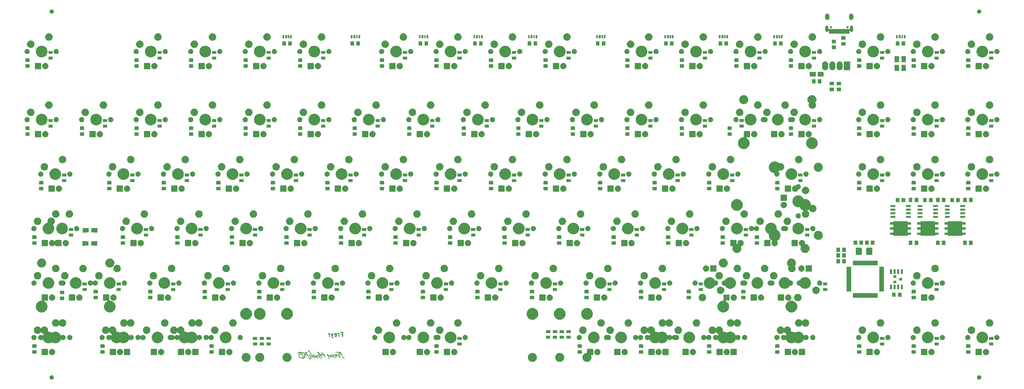
<source format=gbr>
G04 #@! TF.GenerationSoftware,KiCad,Pcbnew,(5.1.2)-2*
G04 #@! TF.CreationDate,2019-07-11T11:24:40+07:00*
G04 #@! TF.ProjectId,PCB,5043422e-6b69-4636-9164-5f7063625858,a*
G04 #@! TF.SameCoordinates,Original*
G04 #@! TF.FileFunction,Soldermask,Bot*
G04 #@! TF.FilePolarity,Negative*
%FSLAX46Y46*%
G04 Gerber Fmt 4.6, Leading zero omitted, Abs format (unit mm)*
G04 Created by KiCad (PCBNEW (5.1.2)-2) date 2019-07-11 11:24:40*
%MOMM*%
%LPD*%
G04 APERTURE LIST*
%ADD10C,0.300000*%
%ADD11C,0.010000*%
%ADD12C,0.100000*%
G04 APERTURE END LIST*
D10*
X104641350Y-98902819D02*
X105141350Y-98902819D01*
X105141350Y-99688533D02*
X105141350Y-98188533D01*
X104427064Y-98188533D01*
X103855636Y-99688533D02*
X103855636Y-98688533D01*
X103855636Y-98974247D02*
X103784207Y-98831390D01*
X103712779Y-98759962D01*
X103569921Y-98688533D01*
X103427064Y-98688533D01*
X102355636Y-99617104D02*
X102498493Y-99688533D01*
X102784207Y-99688533D01*
X102927064Y-99617104D01*
X102998493Y-99474247D01*
X102998493Y-98902819D01*
X102927064Y-98759962D01*
X102784207Y-98688533D01*
X102498493Y-98688533D01*
X102355636Y-98759962D01*
X102284207Y-98902819D01*
X102284207Y-99045676D01*
X102998493Y-99188533D01*
X101784207Y-98688533D02*
X101427064Y-99688533D01*
X101069921Y-98688533D02*
X101427064Y-99688533D01*
X101569921Y-100045676D01*
X101641350Y-100117104D01*
X101784207Y-100188533D01*
X100498493Y-99688533D02*
X100498493Y-98688533D01*
X100498493Y-98974247D02*
X100427064Y-98831390D01*
X100355636Y-98759962D01*
X100212779Y-98688533D01*
X100069921Y-98688533D01*
D11*
G36*
X103931862Y-105033974D02*
G01*
X103898959Y-105044234D01*
X103843318Y-105054215D01*
X103742116Y-105062304D01*
X103600565Y-105068269D01*
X103423878Y-105071876D01*
X103256451Y-105072911D01*
X103039471Y-105074362D01*
X102871125Y-105078511D01*
X102749305Y-105085556D01*
X102671908Y-105095694D01*
X102636828Y-105109124D01*
X102641959Y-105126042D01*
X102647930Y-105130046D01*
X102715767Y-105156773D01*
X102828031Y-105183962D01*
X102978371Y-105210533D01*
X103160440Y-105235405D01*
X103367886Y-105257498D01*
X103429604Y-105263035D01*
X103605131Y-105278703D01*
X103739515Y-105293777D01*
X103842241Y-105311869D01*
X103922790Y-105336590D01*
X103990648Y-105371551D01*
X104055296Y-105420364D01*
X104126218Y-105486639D01*
X104192896Y-105553696D01*
X104344501Y-105707522D01*
X103921500Y-105707522D01*
X103740140Y-105709498D01*
X103594177Y-105715222D01*
X103488641Y-105724391D01*
X103428566Y-105736702D01*
X103426995Y-105737332D01*
X103388955Y-105754652D01*
X103383205Y-105766131D01*
X103415641Y-105776362D01*
X103492159Y-105789936D01*
X103495191Y-105790442D01*
X103579988Y-105805845D01*
X103647570Y-105820353D01*
X103672991Y-105827398D01*
X103720481Y-105837200D01*
X103795514Y-105845900D01*
X103829643Y-105848472D01*
X103913630Y-105859028D01*
X103983631Y-105876722D01*
X104001117Y-105884212D01*
X104051946Y-105898281D01*
X104136081Y-105908732D01*
X104236047Y-105913461D01*
X104244190Y-105913528D01*
X104337664Y-105916937D01*
X104409883Y-105925029D01*
X104447126Y-105936162D01*
X104448865Y-105938022D01*
X104484021Y-105958806D01*
X104506341Y-105961837D01*
X104542279Y-105981576D01*
X104588872Y-106029193D01*
X104632646Y-106087859D01*
X104660129Y-106140746D01*
X104663592Y-106158256D01*
X104682644Y-106185463D01*
X104714391Y-106209628D01*
X104754381Y-106248532D01*
X104765191Y-106277526D01*
X104786343Y-106313566D01*
X104815991Y-106329823D01*
X104857025Y-106352086D01*
X104866792Y-106368361D01*
X104880016Y-106400408D01*
X104914025Y-106458939D01*
X104944731Y-106506261D01*
X104994577Y-106594740D01*
X105009443Y-106658617D01*
X105007369Y-106669957D01*
X105011726Y-106727855D01*
X105031029Y-106757132D01*
X105062657Y-106799422D01*
X105069991Y-106821615D01*
X105088327Y-106857184D01*
X105136869Y-106914821D01*
X105205918Y-106985156D01*
X105285777Y-107058821D01*
X105366748Y-107126445D01*
X105439133Y-107178659D01*
X105440376Y-107179450D01*
X105511836Y-107224425D01*
X105556832Y-107246445D01*
X105592706Y-107248284D01*
X105636798Y-107232713D01*
X105673241Y-107216678D01*
X105728054Y-107186518D01*
X105755167Y-107159464D01*
X105755791Y-107156196D01*
X105736277Y-107130725D01*
X105685012Y-107086964D01*
X105612911Y-107034195D01*
X105609741Y-107032024D01*
X105538164Y-106979000D01*
X105450828Y-106908178D01*
X105355752Y-106826839D01*
X105260956Y-106742266D01*
X105174459Y-106661740D01*
X105104280Y-106592543D01*
X105058437Y-106541958D01*
X105044591Y-106518819D01*
X105031159Y-106489695D01*
X104994821Y-106428438D01*
X104941517Y-106344731D01*
X104892191Y-106270391D01*
X104829869Y-106176293D01*
X104779864Y-106097548D01*
X104748098Y-106043685D01*
X104739791Y-106025070D01*
X104761625Y-106015303D01*
X104814934Y-106017246D01*
X104822341Y-106018301D01*
X104889260Y-106023855D01*
X104936032Y-106019719D01*
X104936641Y-106019507D01*
X104957455Y-105989073D01*
X104967286Y-105931710D01*
X104965181Y-105870290D01*
X104950186Y-105827682D01*
X104944834Y-105822961D01*
X104909927Y-105812728D01*
X104838565Y-105798685D01*
X104744681Y-105783503D01*
X104721442Y-105780142D01*
X104521608Y-105751882D01*
X104390534Y-105569635D01*
X104313335Y-105460678D01*
X104264879Y-105385905D01*
X104243323Y-105338942D01*
X104246823Y-105313413D01*
X104273536Y-105302943D01*
X104312894Y-105301122D01*
X104380807Y-105309400D01*
X104427673Y-105329477D01*
X104429311Y-105331002D01*
X104468609Y-105342951D01*
X104510427Y-105316841D01*
X104544757Y-105263847D01*
X104561590Y-105195142D01*
X104561991Y-105182886D01*
X104561991Y-105097923D01*
X104316342Y-105097922D01*
X104191534Y-105095820D01*
X104107416Y-105088575D01*
X104054014Y-105074784D01*
X104025400Y-105056934D01*
X103983250Y-105031008D01*
X103931862Y-105033974D01*
X103931862Y-105033974D01*
G37*
X103931862Y-105033974D02*
X103898959Y-105044234D01*
X103843318Y-105054215D01*
X103742116Y-105062304D01*
X103600565Y-105068269D01*
X103423878Y-105071876D01*
X103256451Y-105072911D01*
X103039471Y-105074362D01*
X102871125Y-105078511D01*
X102749305Y-105085556D01*
X102671908Y-105095694D01*
X102636828Y-105109124D01*
X102641959Y-105126042D01*
X102647930Y-105130046D01*
X102715767Y-105156773D01*
X102828031Y-105183962D01*
X102978371Y-105210533D01*
X103160440Y-105235405D01*
X103367886Y-105257498D01*
X103429604Y-105263035D01*
X103605131Y-105278703D01*
X103739515Y-105293777D01*
X103842241Y-105311869D01*
X103922790Y-105336590D01*
X103990648Y-105371551D01*
X104055296Y-105420364D01*
X104126218Y-105486639D01*
X104192896Y-105553696D01*
X104344501Y-105707522D01*
X103921500Y-105707522D01*
X103740140Y-105709498D01*
X103594177Y-105715222D01*
X103488641Y-105724391D01*
X103428566Y-105736702D01*
X103426995Y-105737332D01*
X103388955Y-105754652D01*
X103383205Y-105766131D01*
X103415641Y-105776362D01*
X103492159Y-105789936D01*
X103495191Y-105790442D01*
X103579988Y-105805845D01*
X103647570Y-105820353D01*
X103672991Y-105827398D01*
X103720481Y-105837200D01*
X103795514Y-105845900D01*
X103829643Y-105848472D01*
X103913630Y-105859028D01*
X103983631Y-105876722D01*
X104001117Y-105884212D01*
X104051946Y-105898281D01*
X104136081Y-105908732D01*
X104236047Y-105913461D01*
X104244190Y-105913528D01*
X104337664Y-105916937D01*
X104409883Y-105925029D01*
X104447126Y-105936162D01*
X104448865Y-105938022D01*
X104484021Y-105958806D01*
X104506341Y-105961837D01*
X104542279Y-105981576D01*
X104588872Y-106029193D01*
X104632646Y-106087859D01*
X104660129Y-106140746D01*
X104663592Y-106158256D01*
X104682644Y-106185463D01*
X104714391Y-106209628D01*
X104754381Y-106248532D01*
X104765191Y-106277526D01*
X104786343Y-106313566D01*
X104815991Y-106329823D01*
X104857025Y-106352086D01*
X104866792Y-106368361D01*
X104880016Y-106400408D01*
X104914025Y-106458939D01*
X104944731Y-106506261D01*
X104994577Y-106594740D01*
X105009443Y-106658617D01*
X105007369Y-106669957D01*
X105011726Y-106727855D01*
X105031029Y-106757132D01*
X105062657Y-106799422D01*
X105069991Y-106821615D01*
X105088327Y-106857184D01*
X105136869Y-106914821D01*
X105205918Y-106985156D01*
X105285777Y-107058821D01*
X105366748Y-107126445D01*
X105439133Y-107178659D01*
X105440376Y-107179450D01*
X105511836Y-107224425D01*
X105556832Y-107246445D01*
X105592706Y-107248284D01*
X105636798Y-107232713D01*
X105673241Y-107216678D01*
X105728054Y-107186518D01*
X105755167Y-107159464D01*
X105755791Y-107156196D01*
X105736277Y-107130725D01*
X105685012Y-107086964D01*
X105612911Y-107034195D01*
X105609741Y-107032024D01*
X105538164Y-106979000D01*
X105450828Y-106908178D01*
X105355752Y-106826839D01*
X105260956Y-106742266D01*
X105174459Y-106661740D01*
X105104280Y-106592543D01*
X105058437Y-106541958D01*
X105044591Y-106518819D01*
X105031159Y-106489695D01*
X104994821Y-106428438D01*
X104941517Y-106344731D01*
X104892191Y-106270391D01*
X104829869Y-106176293D01*
X104779864Y-106097548D01*
X104748098Y-106043685D01*
X104739791Y-106025070D01*
X104761625Y-106015303D01*
X104814934Y-106017246D01*
X104822341Y-106018301D01*
X104889260Y-106023855D01*
X104936032Y-106019719D01*
X104936641Y-106019507D01*
X104957455Y-105989073D01*
X104967286Y-105931710D01*
X104965181Y-105870290D01*
X104950186Y-105827682D01*
X104944834Y-105822961D01*
X104909927Y-105812728D01*
X104838565Y-105798685D01*
X104744681Y-105783503D01*
X104721442Y-105780142D01*
X104521608Y-105751882D01*
X104390534Y-105569635D01*
X104313335Y-105460678D01*
X104264879Y-105385905D01*
X104243323Y-105338942D01*
X104246823Y-105313413D01*
X104273536Y-105302943D01*
X104312894Y-105301122D01*
X104380807Y-105309400D01*
X104427673Y-105329477D01*
X104429311Y-105331002D01*
X104468609Y-105342951D01*
X104510427Y-105316841D01*
X104544757Y-105263847D01*
X104561590Y-105195142D01*
X104561991Y-105182886D01*
X104561991Y-105097923D01*
X104316342Y-105097922D01*
X104191534Y-105095820D01*
X104107416Y-105088575D01*
X104054014Y-105074784D01*
X104025400Y-105056934D01*
X103983250Y-105031008D01*
X103931862Y-105033974D01*
G36*
X102902505Y-105909350D02*
G01*
X102897522Y-105910976D01*
X102818360Y-105945575D01*
X102750906Y-105987516D01*
X102720006Y-106009320D01*
X102687886Y-106021200D01*
X102642908Y-106023493D01*
X102573433Y-106016539D01*
X102467824Y-106000674D01*
X102441566Y-105996497D01*
X102285057Y-105975520D01*
X102167875Y-105970688D01*
X102080753Y-105983335D01*
X102014423Y-106014800D01*
X101960015Y-106065944D01*
X101896642Y-106159881D01*
X101877143Y-106247718D01*
X101899475Y-106345085D01*
X101918038Y-106386876D01*
X101966862Y-106474095D01*
X102025557Y-106559938D01*
X102085145Y-106633200D01*
X102136643Y-106682679D01*
X102167148Y-106697665D01*
X102201188Y-106718239D01*
X102227777Y-106755273D01*
X102280147Y-106823561D01*
X102363428Y-106898255D01*
X102463822Y-106970199D01*
X102567534Y-107030237D01*
X102660770Y-107069216D01*
X102715787Y-107079123D01*
X102770409Y-107064781D01*
X102840813Y-107028767D01*
X102866843Y-107011566D01*
X102928169Y-106960795D01*
X102955799Y-106911944D01*
X102959416Y-106875638D01*
X102874001Y-106875638D01*
X102857190Y-106903715D01*
X102827366Y-106919229D01*
X102795786Y-106922533D01*
X102751269Y-106910851D01*
X102682634Y-106881408D01*
X102591818Y-106837828D01*
X102465810Y-106762740D01*
X102343503Y-106665461D01*
X102231849Y-106554359D01*
X102137800Y-106437804D01*
X102068307Y-106324166D01*
X102030321Y-106221814D01*
X102026699Y-106157423D01*
X102054118Y-106109090D01*
X102112365Y-106090028D01*
X102192653Y-106097710D01*
X102286192Y-106129609D01*
X102384195Y-106183199D01*
X102477871Y-106255954D01*
X102521089Y-106299557D01*
X102584063Y-106363975D01*
X102641996Y-106414234D01*
X102668754Y-106432049D01*
X102720454Y-106475599D01*
X102771629Y-106547501D01*
X102817425Y-106635604D01*
X102852988Y-106727761D01*
X102873465Y-106811822D01*
X102874001Y-106875638D01*
X102959416Y-106875638D01*
X102961791Y-106851802D01*
X102948268Y-106720785D01*
X102912269Y-106576088D01*
X102860653Y-106440461D01*
X102810844Y-106351049D01*
X102765569Y-106279180D01*
X102754812Y-106237707D01*
X102779328Y-106219070D01*
X102824355Y-106215523D01*
X102867850Y-106234105D01*
X102929108Y-106281698D01*
X102996230Y-106346069D01*
X103057321Y-106414984D01*
X103100483Y-106476212D01*
X103114191Y-106513536D01*
X103125525Y-106544192D01*
X103150214Y-106538027D01*
X103174288Y-106501044D01*
X103179105Y-106485633D01*
X103180634Y-106388250D01*
X103146093Y-106277230D01*
X103081126Y-106167927D01*
X103047562Y-106127777D01*
X102997287Y-106063554D01*
X102983854Y-106024114D01*
X103005580Y-106014174D01*
X103060782Y-106038449D01*
X103076012Y-106048035D01*
X103133948Y-106077913D01*
X103175536Y-106088523D01*
X103221634Y-106107911D01*
X103233579Y-106121806D01*
X103268623Y-106159845D01*
X103317391Y-106198252D01*
X103360885Y-106232952D01*
X103425745Y-106290868D01*
X103504234Y-106364373D01*
X103588613Y-106445841D01*
X103671146Y-106527645D01*
X103744093Y-106602160D01*
X103799718Y-106661757D01*
X103830282Y-106698811D01*
X103833505Y-106706942D01*
X103842562Y-106730051D01*
X103877704Y-106776395D01*
X103901197Y-106803112D01*
X103965286Y-106878060D01*
X104025076Y-106955699D01*
X104035819Y-106970999D01*
X104074490Y-107023363D01*
X104101111Y-107051770D01*
X104104791Y-107053454D01*
X104149091Y-107037547D01*
X104205053Y-106999104D01*
X104255098Y-106952649D01*
X104281647Y-106912708D01*
X104282591Y-106906552D01*
X104270003Y-106861959D01*
X104237091Y-106790606D01*
X104193691Y-106712601D01*
X104148876Y-106636037D01*
X104116860Y-106577257D01*
X104104578Y-106548995D01*
X104090575Y-106522502D01*
X104053389Y-106465527D01*
X103999938Y-106388508D01*
X103976129Y-106355223D01*
X103911288Y-106264149D01*
X103853076Y-106180328D01*
X103811785Y-106118635D01*
X103804892Y-106107733D01*
X103748944Y-106050581D01*
X103679442Y-106041734D01*
X103620270Y-106064151D01*
X103599575Y-106079610D01*
X103598018Y-106100554D01*
X103620269Y-106134925D01*
X103670997Y-106190666D01*
X103729890Y-106250618D01*
X103839666Y-106365949D01*
X103936766Y-106477133D01*
X104017138Y-106578492D01*
X104076730Y-106664348D01*
X104111489Y-106729022D01*
X104117363Y-106766836D01*
X104103646Y-106774323D01*
X104069989Y-106757075D01*
X104010556Y-106710580D01*
X103934251Y-106642710D01*
X103849979Y-106561339D01*
X103776913Y-106485473D01*
X103698930Y-106410087D01*
X103590184Y-106316600D01*
X103462623Y-106214416D01*
X103328194Y-106112940D01*
X103198843Y-106021576D01*
X103130885Y-105976943D01*
X103049461Y-105927496D01*
X102994474Y-105902636D01*
X102950598Y-105898032D01*
X102902505Y-105909350D01*
X102902505Y-105909350D01*
G37*
X102902505Y-105909350D02*
X102897522Y-105910976D01*
X102818360Y-105945575D01*
X102750906Y-105987516D01*
X102720006Y-106009320D01*
X102687886Y-106021200D01*
X102642908Y-106023493D01*
X102573433Y-106016539D01*
X102467824Y-106000674D01*
X102441566Y-105996497D01*
X102285057Y-105975520D01*
X102167875Y-105970688D01*
X102080753Y-105983335D01*
X102014423Y-106014800D01*
X101960015Y-106065944D01*
X101896642Y-106159881D01*
X101877143Y-106247718D01*
X101899475Y-106345085D01*
X101918038Y-106386876D01*
X101966862Y-106474095D01*
X102025557Y-106559938D01*
X102085145Y-106633200D01*
X102136643Y-106682679D01*
X102167148Y-106697665D01*
X102201188Y-106718239D01*
X102227777Y-106755273D01*
X102280147Y-106823561D01*
X102363428Y-106898255D01*
X102463822Y-106970199D01*
X102567534Y-107030237D01*
X102660770Y-107069216D01*
X102715787Y-107079123D01*
X102770409Y-107064781D01*
X102840813Y-107028767D01*
X102866843Y-107011566D01*
X102928169Y-106960795D01*
X102955799Y-106911944D01*
X102959416Y-106875638D01*
X102874001Y-106875638D01*
X102857190Y-106903715D01*
X102827366Y-106919229D01*
X102795786Y-106922533D01*
X102751269Y-106910851D01*
X102682634Y-106881408D01*
X102591818Y-106837828D01*
X102465810Y-106762740D01*
X102343503Y-106665461D01*
X102231849Y-106554359D01*
X102137800Y-106437804D01*
X102068307Y-106324166D01*
X102030321Y-106221814D01*
X102026699Y-106157423D01*
X102054118Y-106109090D01*
X102112365Y-106090028D01*
X102192653Y-106097710D01*
X102286192Y-106129609D01*
X102384195Y-106183199D01*
X102477871Y-106255954D01*
X102521089Y-106299557D01*
X102584063Y-106363975D01*
X102641996Y-106414234D01*
X102668754Y-106432049D01*
X102720454Y-106475599D01*
X102771629Y-106547501D01*
X102817425Y-106635604D01*
X102852988Y-106727761D01*
X102873465Y-106811822D01*
X102874001Y-106875638D01*
X102959416Y-106875638D01*
X102961791Y-106851802D01*
X102948268Y-106720785D01*
X102912269Y-106576088D01*
X102860653Y-106440461D01*
X102810844Y-106351049D01*
X102765569Y-106279180D01*
X102754812Y-106237707D01*
X102779328Y-106219070D01*
X102824355Y-106215523D01*
X102867850Y-106234105D01*
X102929108Y-106281698D01*
X102996230Y-106346069D01*
X103057321Y-106414984D01*
X103100483Y-106476212D01*
X103114191Y-106513536D01*
X103125525Y-106544192D01*
X103150214Y-106538027D01*
X103174288Y-106501044D01*
X103179105Y-106485633D01*
X103180634Y-106388250D01*
X103146093Y-106277230D01*
X103081126Y-106167927D01*
X103047562Y-106127777D01*
X102997287Y-106063554D01*
X102983854Y-106024114D01*
X103005580Y-106014174D01*
X103060782Y-106038449D01*
X103076012Y-106048035D01*
X103133948Y-106077913D01*
X103175536Y-106088523D01*
X103221634Y-106107911D01*
X103233579Y-106121806D01*
X103268623Y-106159845D01*
X103317391Y-106198252D01*
X103360885Y-106232952D01*
X103425745Y-106290868D01*
X103504234Y-106364373D01*
X103588613Y-106445841D01*
X103671146Y-106527645D01*
X103744093Y-106602160D01*
X103799718Y-106661757D01*
X103830282Y-106698811D01*
X103833505Y-106706942D01*
X103842562Y-106730051D01*
X103877704Y-106776395D01*
X103901197Y-106803112D01*
X103965286Y-106878060D01*
X104025076Y-106955699D01*
X104035819Y-106970999D01*
X104074490Y-107023363D01*
X104101111Y-107051770D01*
X104104791Y-107053454D01*
X104149091Y-107037547D01*
X104205053Y-106999104D01*
X104255098Y-106952649D01*
X104281647Y-106912708D01*
X104282591Y-106906552D01*
X104270003Y-106861959D01*
X104237091Y-106790606D01*
X104193691Y-106712601D01*
X104148876Y-106636037D01*
X104116860Y-106577257D01*
X104104578Y-106548995D01*
X104090575Y-106522502D01*
X104053389Y-106465527D01*
X103999938Y-106388508D01*
X103976129Y-106355223D01*
X103911288Y-106264149D01*
X103853076Y-106180328D01*
X103811785Y-106118635D01*
X103804892Y-106107733D01*
X103748944Y-106050581D01*
X103679442Y-106041734D01*
X103620270Y-106064151D01*
X103599575Y-106079610D01*
X103598018Y-106100554D01*
X103620269Y-106134925D01*
X103670997Y-106190666D01*
X103729890Y-106250618D01*
X103839666Y-106365949D01*
X103936766Y-106477133D01*
X104017138Y-106578492D01*
X104076730Y-106664348D01*
X104111489Y-106729022D01*
X104117363Y-106766836D01*
X104103646Y-106774323D01*
X104069989Y-106757075D01*
X104010556Y-106710580D01*
X103934251Y-106642710D01*
X103849979Y-106561339D01*
X103776913Y-106485473D01*
X103698930Y-106410087D01*
X103590184Y-106316600D01*
X103462623Y-106214416D01*
X103328194Y-106112940D01*
X103198843Y-106021576D01*
X103130885Y-105976943D01*
X103049461Y-105927496D01*
X102994474Y-105902636D01*
X102950598Y-105898032D01*
X102902505Y-105909350D01*
G36*
X101257679Y-105808186D02*
G01*
X101208541Y-105852552D01*
X101191308Y-105876969D01*
X101165965Y-105923245D01*
X101173298Y-105952035D01*
X101199294Y-105974371D01*
X101242671Y-106003049D01*
X101262931Y-106011515D01*
X101288103Y-106028422D01*
X101337353Y-106071144D01*
X101399765Y-106129154D01*
X101464422Y-106191926D01*
X101520406Y-106248933D01*
X101556801Y-106289648D01*
X101564791Y-106302587D01*
X101579697Y-106328396D01*
X101618932Y-106382011D01*
X101674274Y-106452241D01*
X101679091Y-106458170D01*
X101739489Y-106541194D01*
X101780108Y-106614708D01*
X101797156Y-106669594D01*
X101786839Y-106696734D01*
X101778918Y-106698123D01*
X101748738Y-106683782D01*
X101686998Y-106644824D01*
X101602602Y-106587343D01*
X101504453Y-106517436D01*
X101401456Y-106441196D01*
X101381607Y-106426143D01*
X101280561Y-106353814D01*
X101169339Y-106281664D01*
X101058393Y-106215652D01*
X100958172Y-106161732D01*
X100879128Y-106125862D01*
X100833825Y-106113923D01*
X100775051Y-106128571D01*
X100741850Y-106147011D01*
X100718362Y-106168707D01*
X100714501Y-106195026D01*
X100732729Y-106239066D01*
X100772157Y-106308244D01*
X100834305Y-106422240D01*
X100865503Y-106500088D01*
X100865868Y-106540734D01*
X100835520Y-106543121D01*
X100774576Y-106506194D01*
X100751930Y-106488573D01*
X100677804Y-106432204D01*
X100577903Y-106360760D01*
X100464486Y-106282516D01*
X100349810Y-106205744D01*
X100246132Y-106138721D01*
X100165710Y-106089721D01*
X100140502Y-106075823D01*
X100061896Y-106034914D01*
X99964580Y-105983979D01*
X99901473Y-105950812D01*
X99760574Y-105876602D01*
X99684783Y-105949214D01*
X99628418Y-106011723D01*
X99614686Y-106060369D01*
X99644068Y-106109639D01*
X99691541Y-106153095D01*
X99748323Y-106208120D01*
X99787262Y-106259368D01*
X99792531Y-106270216D01*
X99829269Y-106318752D01*
X99856031Y-106335063D01*
X99888121Y-106352093D01*
X99922275Y-106383959D01*
X99966006Y-106439392D01*
X100026824Y-106527125D01*
X100046405Y-106556366D01*
X100095996Y-106627007D01*
X100140887Y-106684905D01*
X100155145Y-106701004D01*
X100192865Y-106760264D01*
X100205780Y-106799144D01*
X100229461Y-106857808D01*
X100251779Y-106885163D01*
X100290337Y-106936465D01*
X100330330Y-107019327D01*
X100364928Y-107115187D01*
X100387305Y-107205482D01*
X100391517Y-107265062D01*
X100384989Y-107310477D01*
X100368117Y-107334566D01*
X100328013Y-107344093D01*
X100251790Y-107345819D01*
X100237595Y-107345823D01*
X100159118Y-107348722D01*
X100106106Y-107356232D01*
X100091545Y-107364220D01*
X100112360Y-107388050D01*
X100161734Y-107418375D01*
X100220194Y-107445158D01*
X100268265Y-107458361D01*
X100274480Y-107458512D01*
X100324231Y-107448052D01*
X100359173Y-107435954D01*
X100434530Y-107379697D01*
X100485464Y-107288655D01*
X100507978Y-107174553D01*
X100498075Y-107049118D01*
X100495235Y-107036757D01*
X100466316Y-106945555D01*
X100420402Y-106830749D01*
X100363883Y-106705580D01*
X100303151Y-106583293D01*
X100244595Y-106477133D01*
X100194609Y-106400343D01*
X100178987Y-106381399D01*
X100138101Y-106334763D01*
X100117561Y-106306401D01*
X100116991Y-106304423D01*
X100101474Y-106281122D01*
X100063127Y-106236350D01*
X100052832Y-106225111D01*
X100013875Y-106171233D01*
X100009784Y-106135252D01*
X100011814Y-106132740D01*
X100049823Y-106128359D01*
X100117312Y-106152807D01*
X100205914Y-106201023D01*
X100307262Y-106267948D01*
X100412992Y-106348522D01*
X100512477Y-106435550D01*
X100589017Y-106506784D01*
X100680532Y-106590661D01*
X100747427Y-106651203D01*
X100812886Y-106712486D01*
X100860001Y-106761332D01*
X100878958Y-106787536D01*
X100878991Y-106787990D01*
X100895479Y-106817001D01*
X100935229Y-106861061D01*
X100936141Y-106861947D01*
X100985905Y-106915572D01*
X101018691Y-106958980D01*
X101041234Y-106984569D01*
X101074111Y-106984962D01*
X101127922Y-106964381D01*
X101182082Y-106936399D01*
X101201899Y-106903487D01*
X101198007Y-106844977D01*
X101195944Y-106832160D01*
X101179685Y-106754386D01*
X101160811Y-106690954D01*
X101158588Y-106685423D01*
X101137014Y-106635360D01*
X101103188Y-106557687D01*
X101072922Y-106488573D01*
X101043673Y-106413538D01*
X101030183Y-106360838D01*
X101034624Y-106342523D01*
X101072098Y-106355410D01*
X101136132Y-106388118D01*
X101211406Y-106431717D01*
X101282599Y-106477278D01*
X101334389Y-106515871D01*
X101338782Y-106519803D01*
X101379233Y-106554448D01*
X101445705Y-106608637D01*
X101524034Y-106670829D01*
X101526451Y-106672723D01*
X101613450Y-106741566D01*
X101697199Y-106809002D01*
X101755295Y-106856873D01*
X101840566Y-106911837D01*
X101911107Y-106922694D01*
X101962844Y-106889104D01*
X101971772Y-106874838D01*
X101984656Y-106830995D01*
X101961684Y-106792656D01*
X101940916Y-106774083D01*
X101905308Y-106740020D01*
X101899349Y-106724446D01*
X101900045Y-106724368D01*
X101904348Y-106703686D01*
X101884537Y-106648273D01*
X101844864Y-106565539D01*
X101789583Y-106462897D01*
X101722947Y-106347755D01*
X101649209Y-106227526D01*
X101572621Y-106109620D01*
X101497438Y-106001447D01*
X101445627Y-105932558D01*
X101369970Y-105846823D01*
X101309405Y-105805821D01*
X101257679Y-105808186D01*
X101257679Y-105808186D01*
G37*
X101257679Y-105808186D02*
X101208541Y-105852552D01*
X101191308Y-105876969D01*
X101165965Y-105923245D01*
X101173298Y-105952035D01*
X101199294Y-105974371D01*
X101242671Y-106003049D01*
X101262931Y-106011515D01*
X101288103Y-106028422D01*
X101337353Y-106071144D01*
X101399765Y-106129154D01*
X101464422Y-106191926D01*
X101520406Y-106248933D01*
X101556801Y-106289648D01*
X101564791Y-106302587D01*
X101579697Y-106328396D01*
X101618932Y-106382011D01*
X101674274Y-106452241D01*
X101679091Y-106458170D01*
X101739489Y-106541194D01*
X101780108Y-106614708D01*
X101797156Y-106669594D01*
X101786839Y-106696734D01*
X101778918Y-106698123D01*
X101748738Y-106683782D01*
X101686998Y-106644824D01*
X101602602Y-106587343D01*
X101504453Y-106517436D01*
X101401456Y-106441196D01*
X101381607Y-106426143D01*
X101280561Y-106353814D01*
X101169339Y-106281664D01*
X101058393Y-106215652D01*
X100958172Y-106161732D01*
X100879128Y-106125862D01*
X100833825Y-106113923D01*
X100775051Y-106128571D01*
X100741850Y-106147011D01*
X100718362Y-106168707D01*
X100714501Y-106195026D01*
X100732729Y-106239066D01*
X100772157Y-106308244D01*
X100834305Y-106422240D01*
X100865503Y-106500088D01*
X100865868Y-106540734D01*
X100835520Y-106543121D01*
X100774576Y-106506194D01*
X100751930Y-106488573D01*
X100677804Y-106432204D01*
X100577903Y-106360760D01*
X100464486Y-106282516D01*
X100349810Y-106205744D01*
X100246132Y-106138721D01*
X100165710Y-106089721D01*
X100140502Y-106075823D01*
X100061896Y-106034914D01*
X99964580Y-105983979D01*
X99901473Y-105950812D01*
X99760574Y-105876602D01*
X99684783Y-105949214D01*
X99628418Y-106011723D01*
X99614686Y-106060369D01*
X99644068Y-106109639D01*
X99691541Y-106153095D01*
X99748323Y-106208120D01*
X99787262Y-106259368D01*
X99792531Y-106270216D01*
X99829269Y-106318752D01*
X99856031Y-106335063D01*
X99888121Y-106352093D01*
X99922275Y-106383959D01*
X99966006Y-106439392D01*
X100026824Y-106527125D01*
X100046405Y-106556366D01*
X100095996Y-106627007D01*
X100140887Y-106684905D01*
X100155145Y-106701004D01*
X100192865Y-106760264D01*
X100205780Y-106799144D01*
X100229461Y-106857808D01*
X100251779Y-106885163D01*
X100290337Y-106936465D01*
X100330330Y-107019327D01*
X100364928Y-107115187D01*
X100387305Y-107205482D01*
X100391517Y-107265062D01*
X100384989Y-107310477D01*
X100368117Y-107334566D01*
X100328013Y-107344093D01*
X100251790Y-107345819D01*
X100237595Y-107345823D01*
X100159118Y-107348722D01*
X100106106Y-107356232D01*
X100091545Y-107364220D01*
X100112360Y-107388050D01*
X100161734Y-107418375D01*
X100220194Y-107445158D01*
X100268265Y-107458361D01*
X100274480Y-107458512D01*
X100324231Y-107448052D01*
X100359173Y-107435954D01*
X100434530Y-107379697D01*
X100485464Y-107288655D01*
X100507978Y-107174553D01*
X100498075Y-107049118D01*
X100495235Y-107036757D01*
X100466316Y-106945555D01*
X100420402Y-106830749D01*
X100363883Y-106705580D01*
X100303151Y-106583293D01*
X100244595Y-106477133D01*
X100194609Y-106400343D01*
X100178987Y-106381399D01*
X100138101Y-106334763D01*
X100117561Y-106306401D01*
X100116991Y-106304423D01*
X100101474Y-106281122D01*
X100063127Y-106236350D01*
X100052832Y-106225111D01*
X100013875Y-106171233D01*
X100009784Y-106135252D01*
X100011814Y-106132740D01*
X100049823Y-106128359D01*
X100117312Y-106152807D01*
X100205914Y-106201023D01*
X100307262Y-106267948D01*
X100412992Y-106348522D01*
X100512477Y-106435550D01*
X100589017Y-106506784D01*
X100680532Y-106590661D01*
X100747427Y-106651203D01*
X100812886Y-106712486D01*
X100860001Y-106761332D01*
X100878958Y-106787536D01*
X100878991Y-106787990D01*
X100895479Y-106817001D01*
X100935229Y-106861061D01*
X100936141Y-106861947D01*
X100985905Y-106915572D01*
X101018691Y-106958980D01*
X101041234Y-106984569D01*
X101074111Y-106984962D01*
X101127922Y-106964381D01*
X101182082Y-106936399D01*
X101201899Y-106903487D01*
X101198007Y-106844977D01*
X101195944Y-106832160D01*
X101179685Y-106754386D01*
X101160811Y-106690954D01*
X101158588Y-106685423D01*
X101137014Y-106635360D01*
X101103188Y-106557687D01*
X101072922Y-106488573D01*
X101043673Y-106413538D01*
X101030183Y-106360838D01*
X101034624Y-106342523D01*
X101072098Y-106355410D01*
X101136132Y-106388118D01*
X101211406Y-106431717D01*
X101282599Y-106477278D01*
X101334389Y-106515871D01*
X101338782Y-106519803D01*
X101379233Y-106554448D01*
X101445705Y-106608637D01*
X101524034Y-106670829D01*
X101526451Y-106672723D01*
X101613450Y-106741566D01*
X101697199Y-106809002D01*
X101755295Y-106856873D01*
X101840566Y-106911837D01*
X101911107Y-106922694D01*
X101962844Y-106889104D01*
X101971772Y-106874838D01*
X101984656Y-106830995D01*
X101961684Y-106792656D01*
X101940916Y-106774083D01*
X101905308Y-106740020D01*
X101899349Y-106724446D01*
X101900045Y-106724368D01*
X101904348Y-106703686D01*
X101884537Y-106648273D01*
X101844864Y-106565539D01*
X101789583Y-106462897D01*
X101722947Y-106347755D01*
X101649209Y-106227526D01*
X101572621Y-106109620D01*
X101497438Y-106001447D01*
X101445627Y-105932558D01*
X101369970Y-105846823D01*
X101309405Y-105805821D01*
X101257679Y-105808186D01*
G36*
X96414417Y-104999460D02*
G01*
X96348360Y-105026309D01*
X96334208Y-105033483D01*
X96276752Y-105074731D01*
X96244007Y-105120269D01*
X96242609Y-105157658D01*
X96260630Y-105171369D01*
X96291718Y-105192609D01*
X96349990Y-105241428D01*
X96426287Y-105309912D01*
X96489075Y-105368703D01*
X96573425Y-105445610D01*
X96647729Y-105507087D01*
X96702550Y-105545679D01*
X96725112Y-105555122D01*
X96763721Y-105576341D01*
X96788594Y-105615999D01*
X96820524Y-105665514D01*
X96878444Y-105729013D01*
X96927665Y-105773778D01*
X96989555Y-105828624D01*
X97031614Y-105871853D01*
X97043591Y-105890701D01*
X97020804Y-105902449D01*
X96962835Y-105909851D01*
X96922941Y-105911111D01*
X96824879Y-105915639D01*
X96776742Y-105927736D01*
X96778390Y-105946363D01*
X96829683Y-105970480D01*
X96930479Y-105999047D01*
X96934950Y-106000126D01*
X97032305Y-106025471D01*
X97112190Y-106049853D01*
X97160123Y-106068762D01*
X97164922Y-106071725D01*
X97198054Y-106106626D01*
X97243266Y-106165947D01*
X97290193Y-106234414D01*
X97328470Y-106296753D01*
X97347732Y-106337690D01*
X97348391Y-106342084D01*
X97369344Y-106366795D01*
X97399560Y-106380740D01*
X97434506Y-106402454D01*
X97436618Y-106419813D01*
X97444081Y-106449967D01*
X97481029Y-106493374D01*
X97487049Y-106498764D01*
X97531704Y-106550097D01*
X97551532Y-106597629D01*
X97551591Y-106599604D01*
X97563128Y-106645454D01*
X97574610Y-106658551D01*
X97602278Y-106693315D01*
X97639739Y-106762756D01*
X97681163Y-106853217D01*
X97720718Y-106951036D01*
X97752572Y-107042554D01*
X97770895Y-107114113D01*
X97771907Y-107120703D01*
X97776610Y-107196063D01*
X97759606Y-107247646D01*
X97721022Y-107293002D01*
X97683434Y-107325945D01*
X97642781Y-107345556D01*
X97585003Y-107355226D01*
X97496041Y-107358347D01*
X97449476Y-107358523D01*
X97345792Y-107355229D01*
X97256898Y-107346505D01*
X97199025Y-107334080D01*
X97192146Y-107331065D01*
X97142012Y-107313216D01*
X97127641Y-107326345D01*
X97151847Y-107362763D01*
X97173343Y-107382449D01*
X97210659Y-107409060D01*
X97256153Y-107429173D01*
X97322173Y-107446521D01*
X97421068Y-107464834D01*
X97475391Y-107473713D01*
X97539970Y-107471584D01*
X97620765Y-107453583D01*
X97640491Y-107446984D01*
X97703636Y-107424290D01*
X97741720Y-107411058D01*
X97746244Y-107409705D01*
X97762214Y-107390947D01*
X97798706Y-107343236D01*
X97828794Y-107302719D01*
X97879993Y-107221064D01*
X97902841Y-107142969D01*
X97907191Y-107063036D01*
X97890616Y-106929734D01*
X97842839Y-106766765D01*
X97766790Y-106582092D01*
X97665395Y-106383675D01*
X97642712Y-106343701D01*
X97591541Y-106253301D01*
X97551812Y-106179907D01*
X97529248Y-106134250D01*
X97526191Y-106125204D01*
X97549701Y-106118402D01*
X97613261Y-106116379D01*
X97706419Y-106118428D01*
X97818723Y-106123845D01*
X97939720Y-106131923D01*
X98058958Y-106141957D01*
X98165983Y-106153243D01*
X98250344Y-106165074D01*
X98301588Y-106176745D01*
X98304066Y-106177700D01*
X98369086Y-106218614D01*
X98436564Y-106281953D01*
X98456466Y-106305918D01*
X98514565Y-106377855D01*
X98571478Y-106442006D01*
X98586641Y-106457503D01*
X98627306Y-106509732D01*
X98643791Y-106554985D01*
X98659968Y-106604800D01*
X98688241Y-106645502D01*
X98740572Y-106706340D01*
X98779219Y-106762499D01*
X98817621Y-106834864D01*
X98839404Y-106880405D01*
X98873653Y-106967047D01*
X98881186Y-107033456D01*
X98872927Y-107077255D01*
X98863769Y-107136706D01*
X98879272Y-107153066D01*
X98914692Y-107124668D01*
X98934451Y-107098871D01*
X98967469Y-107013667D01*
X98964591Y-106901905D01*
X98925308Y-106761786D01*
X98849113Y-106591513D01*
X98735499Y-106389287D01*
X98732878Y-106384963D01*
X98681302Y-106298204D01*
X98641790Y-106228298D01*
X98620461Y-106186220D01*
X98618391Y-106179643D01*
X98641824Y-106174108D01*
X98704677Y-106173162D01*
X98795781Y-106176767D01*
X98850926Y-106180451D01*
X98962396Y-106187538D01*
X99030457Y-106188024D01*
X99062132Y-106181432D01*
X99064441Y-106167290D01*
X99063726Y-106166072D01*
X99015035Y-106125755D01*
X98923886Y-106086656D01*
X98798594Y-106051706D01*
X98669394Y-106027126D01*
X98479096Y-105997526D01*
X98294900Y-105731874D01*
X98218948Y-105625449D01*
X98147166Y-105530405D01*
X98087496Y-105456917D01*
X98047882Y-105415156D01*
X98047047Y-105414468D01*
X98002799Y-105370897D01*
X97983427Y-105336780D01*
X97983391Y-105335855D01*
X97961457Y-105287267D01*
X97909422Y-105249365D01*
X97847942Y-105234984D01*
X97826462Y-105238337D01*
X97748565Y-105276378D01*
X97694804Y-105329688D01*
X97678591Y-105376586D01*
X97696137Y-105413385D01*
X97739266Y-105466789D01*
X97793719Y-105522192D01*
X97845235Y-105564991D01*
X97877890Y-105580683D01*
X97901484Y-105600016D01*
X97936189Y-105646719D01*
X97938629Y-105650533D01*
X97980635Y-105711133D01*
X98038658Y-105788156D01*
X98071979Y-105830147D01*
X98121177Y-105894678D01*
X98153579Y-105944674D01*
X98161191Y-105963497D01*
X98149249Y-105977773D01*
X98110164Y-105984727D01*
X98039050Y-105984169D01*
X97931021Y-105975908D01*
X97781188Y-105959756D01*
X97647916Y-105943539D01*
X97299741Y-105899860D01*
X97254790Y-105816391D01*
X97219135Y-105761711D01*
X97188427Y-105733144D01*
X97183865Y-105731995D01*
X97156575Y-105711661D01*
X97115054Y-105660626D01*
X97087403Y-105619771D01*
X97043260Y-105558191D01*
X96973753Y-105470606D01*
X96888076Y-105368244D01*
X96795426Y-105262331D01*
X96786510Y-105252398D01*
X96680310Y-105137503D01*
X96597863Y-105058566D01*
X96531306Y-105011784D01*
X96472778Y-104993350D01*
X96414417Y-104999460D01*
X96414417Y-104999460D01*
G37*
X96414417Y-104999460D02*
X96348360Y-105026309D01*
X96334208Y-105033483D01*
X96276752Y-105074731D01*
X96244007Y-105120269D01*
X96242609Y-105157658D01*
X96260630Y-105171369D01*
X96291718Y-105192609D01*
X96349990Y-105241428D01*
X96426287Y-105309912D01*
X96489075Y-105368703D01*
X96573425Y-105445610D01*
X96647729Y-105507087D01*
X96702550Y-105545679D01*
X96725112Y-105555122D01*
X96763721Y-105576341D01*
X96788594Y-105615999D01*
X96820524Y-105665514D01*
X96878444Y-105729013D01*
X96927665Y-105773778D01*
X96989555Y-105828624D01*
X97031614Y-105871853D01*
X97043591Y-105890701D01*
X97020804Y-105902449D01*
X96962835Y-105909851D01*
X96922941Y-105911111D01*
X96824879Y-105915639D01*
X96776742Y-105927736D01*
X96778390Y-105946363D01*
X96829683Y-105970480D01*
X96930479Y-105999047D01*
X96934950Y-106000126D01*
X97032305Y-106025471D01*
X97112190Y-106049853D01*
X97160123Y-106068762D01*
X97164922Y-106071725D01*
X97198054Y-106106626D01*
X97243266Y-106165947D01*
X97290193Y-106234414D01*
X97328470Y-106296753D01*
X97347732Y-106337690D01*
X97348391Y-106342084D01*
X97369344Y-106366795D01*
X97399560Y-106380740D01*
X97434506Y-106402454D01*
X97436618Y-106419813D01*
X97444081Y-106449967D01*
X97481029Y-106493374D01*
X97487049Y-106498764D01*
X97531704Y-106550097D01*
X97551532Y-106597629D01*
X97551591Y-106599604D01*
X97563128Y-106645454D01*
X97574610Y-106658551D01*
X97602278Y-106693315D01*
X97639739Y-106762756D01*
X97681163Y-106853217D01*
X97720718Y-106951036D01*
X97752572Y-107042554D01*
X97770895Y-107114113D01*
X97771907Y-107120703D01*
X97776610Y-107196063D01*
X97759606Y-107247646D01*
X97721022Y-107293002D01*
X97683434Y-107325945D01*
X97642781Y-107345556D01*
X97585003Y-107355226D01*
X97496041Y-107358347D01*
X97449476Y-107358523D01*
X97345792Y-107355229D01*
X97256898Y-107346505D01*
X97199025Y-107334080D01*
X97192146Y-107331065D01*
X97142012Y-107313216D01*
X97127641Y-107326345D01*
X97151847Y-107362763D01*
X97173343Y-107382449D01*
X97210659Y-107409060D01*
X97256153Y-107429173D01*
X97322173Y-107446521D01*
X97421068Y-107464834D01*
X97475391Y-107473713D01*
X97539970Y-107471584D01*
X97620765Y-107453583D01*
X97640491Y-107446984D01*
X97703636Y-107424290D01*
X97741720Y-107411058D01*
X97746244Y-107409705D01*
X97762214Y-107390947D01*
X97798706Y-107343236D01*
X97828794Y-107302719D01*
X97879993Y-107221064D01*
X97902841Y-107142969D01*
X97907191Y-107063036D01*
X97890616Y-106929734D01*
X97842839Y-106766765D01*
X97766790Y-106582092D01*
X97665395Y-106383675D01*
X97642712Y-106343701D01*
X97591541Y-106253301D01*
X97551812Y-106179907D01*
X97529248Y-106134250D01*
X97526191Y-106125204D01*
X97549701Y-106118402D01*
X97613261Y-106116379D01*
X97706419Y-106118428D01*
X97818723Y-106123845D01*
X97939720Y-106131923D01*
X98058958Y-106141957D01*
X98165983Y-106153243D01*
X98250344Y-106165074D01*
X98301588Y-106176745D01*
X98304066Y-106177700D01*
X98369086Y-106218614D01*
X98436564Y-106281953D01*
X98456466Y-106305918D01*
X98514565Y-106377855D01*
X98571478Y-106442006D01*
X98586641Y-106457503D01*
X98627306Y-106509732D01*
X98643791Y-106554985D01*
X98659968Y-106604800D01*
X98688241Y-106645502D01*
X98740572Y-106706340D01*
X98779219Y-106762499D01*
X98817621Y-106834864D01*
X98839404Y-106880405D01*
X98873653Y-106967047D01*
X98881186Y-107033456D01*
X98872927Y-107077255D01*
X98863769Y-107136706D01*
X98879272Y-107153066D01*
X98914692Y-107124668D01*
X98934451Y-107098871D01*
X98967469Y-107013667D01*
X98964591Y-106901905D01*
X98925308Y-106761786D01*
X98849113Y-106591513D01*
X98735499Y-106389287D01*
X98732878Y-106384963D01*
X98681302Y-106298204D01*
X98641790Y-106228298D01*
X98620461Y-106186220D01*
X98618391Y-106179643D01*
X98641824Y-106174108D01*
X98704677Y-106173162D01*
X98795781Y-106176767D01*
X98850926Y-106180451D01*
X98962396Y-106187538D01*
X99030457Y-106188024D01*
X99062132Y-106181432D01*
X99064441Y-106167290D01*
X99063726Y-106166072D01*
X99015035Y-106125755D01*
X98923886Y-106086656D01*
X98798594Y-106051706D01*
X98669394Y-106027126D01*
X98479096Y-105997526D01*
X98294900Y-105731874D01*
X98218948Y-105625449D01*
X98147166Y-105530405D01*
X98087496Y-105456917D01*
X98047882Y-105415156D01*
X98047047Y-105414468D01*
X98002799Y-105370897D01*
X97983427Y-105336780D01*
X97983391Y-105335855D01*
X97961457Y-105287267D01*
X97909422Y-105249365D01*
X97847942Y-105234984D01*
X97826462Y-105238337D01*
X97748565Y-105276378D01*
X97694804Y-105329688D01*
X97678591Y-105376586D01*
X97696137Y-105413385D01*
X97739266Y-105466789D01*
X97793719Y-105522192D01*
X97845235Y-105564991D01*
X97877890Y-105580683D01*
X97901484Y-105600016D01*
X97936189Y-105646719D01*
X97938629Y-105650533D01*
X97980635Y-105711133D01*
X98038658Y-105788156D01*
X98071979Y-105830147D01*
X98121177Y-105894678D01*
X98153579Y-105944674D01*
X98161191Y-105963497D01*
X98149249Y-105977773D01*
X98110164Y-105984727D01*
X98039050Y-105984169D01*
X97931021Y-105975908D01*
X97781188Y-105959756D01*
X97647916Y-105943539D01*
X97299741Y-105899860D01*
X97254790Y-105816391D01*
X97219135Y-105761711D01*
X97188427Y-105733144D01*
X97183865Y-105731995D01*
X97156575Y-105711661D01*
X97115054Y-105660626D01*
X97087403Y-105619771D01*
X97043260Y-105558191D01*
X96973753Y-105470606D01*
X96888076Y-105368244D01*
X96795426Y-105262331D01*
X96786510Y-105252398D01*
X96680310Y-105137503D01*
X96597863Y-105058566D01*
X96531306Y-105011784D01*
X96472778Y-104993350D01*
X96414417Y-104999460D01*
G36*
X96478709Y-105913940D02*
G01*
X96427641Y-105927495D01*
X96388143Y-105952394D01*
X96396421Y-105991733D01*
X96451969Y-106044162D01*
X96478615Y-106062801D01*
X96535914Y-106106951D01*
X96616689Y-106177056D01*
X96709098Y-106262554D01*
X96780706Y-106332210D01*
X96882690Y-106438580D01*
X96963617Y-106532232D01*
X97021618Y-106609375D01*
X97054825Y-106666219D01*
X97061367Y-106698973D01*
X97039378Y-106703846D01*
X96986988Y-106677048D01*
X96931140Y-106637350D01*
X96842140Y-106575896D01*
X96720871Y-106500908D01*
X96580656Y-106419766D01*
X96434819Y-106339849D01*
X96296684Y-106268535D01*
X96179576Y-106213203D01*
X96124157Y-106190451D01*
X96041244Y-106161460D01*
X95987587Y-106150659D01*
X95945444Y-106156955D01*
X95901907Y-106176742D01*
X95849706Y-106209876D01*
X95824751Y-106237789D01*
X95824391Y-106240230D01*
X95838803Y-106270065D01*
X95877141Y-106328877D01*
X95932060Y-106405609D01*
X95951391Y-106431423D01*
X96010279Y-106513470D01*
X96054664Y-106583396D01*
X96077071Y-106629148D01*
X96078391Y-106636216D01*
X96096272Y-106679652D01*
X96129191Y-106716716D01*
X96167548Y-106758515D01*
X96180148Y-106786317D01*
X96191177Y-106825723D01*
X96217289Y-106883328D01*
X96244219Y-106951698D01*
X96269189Y-107041832D01*
X96277311Y-107080977D01*
X96288535Y-107162798D01*
X96282936Y-107216238D01*
X96257675Y-107261751D01*
X96251026Y-107270421D01*
X96220825Y-107313878D01*
X96223752Y-107331023D01*
X96241062Y-107333123D01*
X96282046Y-107313556D01*
X96322706Y-107268587D01*
X96374272Y-107144945D01*
X96384155Y-106994582D01*
X96352288Y-106816923D01*
X96278603Y-106611393D01*
X96232596Y-106511328D01*
X96194240Y-106427379D01*
X96169164Y-106362116D01*
X96161947Y-106327723D01*
X96162856Y-106325792D01*
X96194151Y-106326661D01*
X96256113Y-106349271D01*
X96336839Y-106387639D01*
X96424426Y-106435785D01*
X96506972Y-106487727D01*
X96555100Y-106522917D01*
X96633531Y-106587629D01*
X96726326Y-106667396D01*
X96796400Y-106729663D01*
X96868853Y-106789922D01*
X96932251Y-106833186D01*
X96973133Y-106850300D01*
X96973741Y-106850313D01*
X97011319Y-106868720D01*
X97018191Y-106889516D01*
X97032435Y-106942268D01*
X97066240Y-106999864D01*
X97106216Y-107042812D01*
X97130985Y-107053723D01*
X97172948Y-107034366D01*
X97221668Y-106988694D01*
X97260164Y-106935305D01*
X97272191Y-106899070D01*
X97260076Y-106861689D01*
X97227640Y-106792802D01*
X97180750Y-106704436D01*
X97155279Y-106659407D01*
X97043130Y-106468567D01*
X96948110Y-106315289D01*
X96864839Y-106191599D01*
X96787932Y-106089519D01*
X96712007Y-106001075D01*
X96708254Y-105996991D01*
X96649955Y-105936818D01*
X96603890Y-105905798D01*
X96552620Y-105899611D01*
X96478709Y-105913940D01*
X96478709Y-105913940D01*
G37*
X96478709Y-105913940D02*
X96427641Y-105927495D01*
X96388143Y-105952394D01*
X96396421Y-105991733D01*
X96451969Y-106044162D01*
X96478615Y-106062801D01*
X96535914Y-106106951D01*
X96616689Y-106177056D01*
X96709098Y-106262554D01*
X96780706Y-106332210D01*
X96882690Y-106438580D01*
X96963617Y-106532232D01*
X97021618Y-106609375D01*
X97054825Y-106666219D01*
X97061367Y-106698973D01*
X97039378Y-106703846D01*
X96986988Y-106677048D01*
X96931140Y-106637350D01*
X96842140Y-106575896D01*
X96720871Y-106500908D01*
X96580656Y-106419766D01*
X96434819Y-106339849D01*
X96296684Y-106268535D01*
X96179576Y-106213203D01*
X96124157Y-106190451D01*
X96041244Y-106161460D01*
X95987587Y-106150659D01*
X95945444Y-106156955D01*
X95901907Y-106176742D01*
X95849706Y-106209876D01*
X95824751Y-106237789D01*
X95824391Y-106240230D01*
X95838803Y-106270065D01*
X95877141Y-106328877D01*
X95932060Y-106405609D01*
X95951391Y-106431423D01*
X96010279Y-106513470D01*
X96054664Y-106583396D01*
X96077071Y-106629148D01*
X96078391Y-106636216D01*
X96096272Y-106679652D01*
X96129191Y-106716716D01*
X96167548Y-106758515D01*
X96180148Y-106786317D01*
X96191177Y-106825723D01*
X96217289Y-106883328D01*
X96244219Y-106951698D01*
X96269189Y-107041832D01*
X96277311Y-107080977D01*
X96288535Y-107162798D01*
X96282936Y-107216238D01*
X96257675Y-107261751D01*
X96251026Y-107270421D01*
X96220825Y-107313878D01*
X96223752Y-107331023D01*
X96241062Y-107333123D01*
X96282046Y-107313556D01*
X96322706Y-107268587D01*
X96374272Y-107144945D01*
X96384155Y-106994582D01*
X96352288Y-106816923D01*
X96278603Y-106611393D01*
X96232596Y-106511328D01*
X96194240Y-106427379D01*
X96169164Y-106362116D01*
X96161947Y-106327723D01*
X96162856Y-106325792D01*
X96194151Y-106326661D01*
X96256113Y-106349271D01*
X96336839Y-106387639D01*
X96424426Y-106435785D01*
X96506972Y-106487727D01*
X96555100Y-106522917D01*
X96633531Y-106587629D01*
X96726326Y-106667396D01*
X96796400Y-106729663D01*
X96868853Y-106789922D01*
X96932251Y-106833186D01*
X96973133Y-106850300D01*
X96973741Y-106850313D01*
X97011319Y-106868720D01*
X97018191Y-106889516D01*
X97032435Y-106942268D01*
X97066240Y-106999864D01*
X97106216Y-107042812D01*
X97130985Y-107053723D01*
X97172948Y-107034366D01*
X97221668Y-106988694D01*
X97260164Y-106935305D01*
X97272191Y-106899070D01*
X97260076Y-106861689D01*
X97227640Y-106792802D01*
X97180750Y-106704436D01*
X97155279Y-106659407D01*
X97043130Y-106468567D01*
X96948110Y-106315289D01*
X96864839Y-106191599D01*
X96787932Y-106089519D01*
X96712007Y-106001075D01*
X96708254Y-105996991D01*
X96649955Y-105936818D01*
X96603890Y-105905798D01*
X96552620Y-105899611D01*
X96478709Y-105913940D01*
G36*
X94878033Y-105971062D02*
G01*
X94835265Y-106010815D01*
X94787852Y-106063160D01*
X94760361Y-106100947D01*
X94757591Y-106108631D01*
X94780100Y-106118020D01*
X94836748Y-106120020D01*
X94865710Y-106118390D01*
X94978624Y-106126864D01*
X95107177Y-106162977D01*
X95230185Y-106219372D01*
X95307632Y-106271855D01*
X95457125Y-106403543D01*
X95581383Y-106527901D01*
X95677474Y-106640859D01*
X95742468Y-106738350D01*
X95773431Y-106816303D01*
X95767431Y-106870650D01*
X95750841Y-106886985D01*
X95715898Y-106881672D01*
X95652355Y-106847795D01*
X95568760Y-106791444D01*
X95473660Y-106718705D01*
X95375606Y-106635665D01*
X95303008Y-106568086D01*
X95229906Y-106499684D01*
X95168706Y-106447757D01*
X95129563Y-106420737D01*
X95123109Y-106418723D01*
X95093057Y-106400388D01*
X95045691Y-106353527D01*
X95014646Y-106317123D01*
X94957076Y-106250292D01*
X94916384Y-106222020D01*
X94880462Y-106229149D01*
X94837199Y-106268521D01*
X94835457Y-106270386D01*
X94784344Y-106325250D01*
X94840818Y-106381654D01*
X94927750Y-106483063D01*
X95010752Y-106612564D01*
X95068741Y-106722018D01*
X95118494Y-106836370D01*
X95135989Y-106919269D01*
X95121983Y-106977871D01*
X95098571Y-107004517D01*
X95077819Y-107029063D01*
X95090709Y-107051479D01*
X95143021Y-107082762D01*
X95221757Y-107119265D01*
X95269576Y-107125512D01*
X95295821Y-107102228D01*
X95298994Y-107094904D01*
X95302605Y-107031546D01*
X95281844Y-106936119D01*
X95239673Y-106819373D01*
X95198155Y-106729027D01*
X95152880Y-106638253D01*
X95126883Y-106583782D01*
X95116950Y-106556366D01*
X95119868Y-106546758D01*
X95132422Y-106545712D01*
X95134451Y-106545723D01*
X95161028Y-106562734D01*
X95215684Y-106609279D01*
X95290928Y-106678626D01*
X95379267Y-106764044D01*
X95396918Y-106781539D01*
X95526197Y-106905330D01*
X95630076Y-106992559D01*
X95714418Y-107046702D01*
X95785086Y-107071239D01*
X95847944Y-107069645D01*
X95871220Y-107062832D01*
X95921998Y-107023346D01*
X95933273Y-106955086D01*
X95905071Y-106856753D01*
X95876405Y-106796347D01*
X95844558Y-106729774D01*
X95826180Y-106680758D01*
X95824391Y-106670584D01*
X95808167Y-106634892D01*
X95764880Y-106572233D01*
X95702613Y-106492323D01*
X95629447Y-106404878D01*
X95553465Y-106319614D01*
X95482748Y-106246244D01*
X95434536Y-106201921D01*
X95264268Y-106077427D01*
X95095678Y-105987879D01*
X94979909Y-105948164D01*
X94927568Y-105945080D01*
X94878033Y-105971062D01*
X94878033Y-105971062D01*
G37*
X94878033Y-105971062D02*
X94835265Y-106010815D01*
X94787852Y-106063160D01*
X94760361Y-106100947D01*
X94757591Y-106108631D01*
X94780100Y-106118020D01*
X94836748Y-106120020D01*
X94865710Y-106118390D01*
X94978624Y-106126864D01*
X95107177Y-106162977D01*
X95230185Y-106219372D01*
X95307632Y-106271855D01*
X95457125Y-106403543D01*
X95581383Y-106527901D01*
X95677474Y-106640859D01*
X95742468Y-106738350D01*
X95773431Y-106816303D01*
X95767431Y-106870650D01*
X95750841Y-106886985D01*
X95715898Y-106881672D01*
X95652355Y-106847795D01*
X95568760Y-106791444D01*
X95473660Y-106718705D01*
X95375606Y-106635665D01*
X95303008Y-106568086D01*
X95229906Y-106499684D01*
X95168706Y-106447757D01*
X95129563Y-106420737D01*
X95123109Y-106418723D01*
X95093057Y-106400388D01*
X95045691Y-106353527D01*
X95014646Y-106317123D01*
X94957076Y-106250292D01*
X94916384Y-106222020D01*
X94880462Y-106229149D01*
X94837199Y-106268521D01*
X94835457Y-106270386D01*
X94784344Y-106325250D01*
X94840818Y-106381654D01*
X94927750Y-106483063D01*
X95010752Y-106612564D01*
X95068741Y-106722018D01*
X95118494Y-106836370D01*
X95135989Y-106919269D01*
X95121983Y-106977871D01*
X95098571Y-107004517D01*
X95077819Y-107029063D01*
X95090709Y-107051479D01*
X95143021Y-107082762D01*
X95221757Y-107119265D01*
X95269576Y-107125512D01*
X95295821Y-107102228D01*
X95298994Y-107094904D01*
X95302605Y-107031546D01*
X95281844Y-106936119D01*
X95239673Y-106819373D01*
X95198155Y-106729027D01*
X95152880Y-106638253D01*
X95126883Y-106583782D01*
X95116950Y-106556366D01*
X95119868Y-106546758D01*
X95132422Y-106545712D01*
X95134451Y-106545723D01*
X95161028Y-106562734D01*
X95215684Y-106609279D01*
X95290928Y-106678626D01*
X95379267Y-106764044D01*
X95396918Y-106781539D01*
X95526197Y-106905330D01*
X95630076Y-106992559D01*
X95714418Y-107046702D01*
X95785086Y-107071239D01*
X95847944Y-107069645D01*
X95871220Y-107062832D01*
X95921998Y-107023346D01*
X95933273Y-106955086D01*
X95905071Y-106856753D01*
X95876405Y-106796347D01*
X95844558Y-106729774D01*
X95826180Y-106680758D01*
X95824391Y-106670584D01*
X95808167Y-106634892D01*
X95764880Y-106572233D01*
X95702613Y-106492323D01*
X95629447Y-106404878D01*
X95553465Y-106319614D01*
X95482748Y-106246244D01*
X95434536Y-106201921D01*
X95264268Y-106077427D01*
X95095678Y-105987879D01*
X94979909Y-105948164D01*
X94927568Y-105945080D01*
X94878033Y-105971062D01*
G36*
X93133045Y-104439707D02*
G01*
X93096716Y-104464037D01*
X93021828Y-104523594D01*
X92992494Y-104576046D01*
X93008275Y-104631482D01*
X93068731Y-104699986D01*
X93085745Y-104715780D01*
X93156680Y-104780978D01*
X93220340Y-104840512D01*
X93248965Y-104867914D01*
X93295282Y-104905635D01*
X93327186Y-104920123D01*
X93360729Y-104937169D01*
X93417790Y-104981537D01*
X93487593Y-105043069D01*
X93559365Y-105111609D01*
X93622329Y-105176999D01*
X93665711Y-105229084D01*
X93678351Y-105251139D01*
X93704400Y-105291840D01*
X93725384Y-105301123D01*
X93754083Y-105319795D01*
X93800580Y-105366877D01*
X93853821Y-105428963D01*
X93902756Y-105492648D01*
X93936331Y-105544529D01*
X93944791Y-105567237D01*
X93960339Y-105597560D01*
X94000644Y-105653310D01*
X94056203Y-105722404D01*
X94117510Y-105792764D01*
X94147207Y-105824496D01*
X94184707Y-105872599D01*
X94198791Y-105907266D01*
X94212752Y-105943388D01*
X94248380Y-106003163D01*
X94274991Y-106041753D01*
X94318880Y-106108142D01*
X94346421Y-106160963D01*
X94351191Y-106178516D01*
X94371292Y-106215582D01*
X94382961Y-106222278D01*
X94409792Y-106249281D01*
X94448821Y-106307744D01*
X94493543Y-106385220D01*
X94537453Y-106469263D01*
X94574046Y-106547425D01*
X94596817Y-106607258D01*
X94599313Y-106636267D01*
X94571433Y-106631980D01*
X94516726Y-106604357D01*
X94447951Y-106561903D01*
X94377866Y-106513120D01*
X94319230Y-106466513D01*
X94284801Y-106430584D01*
X94281553Y-106424483D01*
X94255716Y-106399141D01*
X94195213Y-106355220D01*
X94109536Y-106299258D01*
X94024398Y-106247339D01*
X93925113Y-106187925D01*
X93842791Y-106137416D01*
X93786840Y-106101664D01*
X93766991Y-106087189D01*
X93722827Y-106055786D01*
X93650886Y-106022824D01*
X93573149Y-105996980D01*
X93513026Y-105986923D01*
X93444438Y-106004530D01*
X93400893Y-106035289D01*
X93371994Y-106079096D01*
X93381195Y-106121256D01*
X93390367Y-106136889D01*
X93426381Y-106177885D01*
X93452226Y-106190123D01*
X93482915Y-106209240D01*
X93527360Y-106257553D01*
X93548321Y-106285373D01*
X93607665Y-106368258D01*
X93673002Y-106458286D01*
X93690552Y-106482223D01*
X93734350Y-106547563D01*
X93761687Y-106599500D01*
X93766148Y-106615665D01*
X93777996Y-106656762D01*
X93806548Y-106720562D01*
X93817791Y-106742288D01*
X93849609Y-106808311D01*
X93867300Y-106857952D01*
X93868591Y-106867080D01*
X93888575Y-106902317D01*
X93897332Y-106906669D01*
X93919851Y-106936216D01*
X93932614Y-106991336D01*
X93939211Y-107053972D01*
X93944982Y-107091823D01*
X93948194Y-107156288D01*
X93929146Y-107198477D01*
X93909950Y-107206123D01*
X93860096Y-107189950D01*
X93781648Y-107145683D01*
X93683327Y-107079697D01*
X93573857Y-106998366D01*
X93461959Y-106908066D01*
X93356354Y-106815171D01*
X93296652Y-106757856D01*
X93154372Y-106609635D01*
X93051771Y-106489700D01*
X92989193Y-106398529D01*
X92966984Y-106336603D01*
X92975472Y-106311082D01*
X93001204Y-106267752D01*
X93000160Y-106229265D01*
X92977394Y-106215523D01*
X92922786Y-106196208D01*
X92848887Y-106144263D01*
X92765523Y-106068687D01*
X92682518Y-105978479D01*
X92609696Y-105882638D01*
X92603045Y-105872623D01*
X92512574Y-105727264D01*
X92436431Y-105591102D01*
X92379196Y-105473179D01*
X92345447Y-105382540D01*
X92338867Y-105350791D01*
X92339709Y-105311088D01*
X92362632Y-105291201D01*
X92420574Y-105282093D01*
X92439288Y-105280639D01*
X92566326Y-105292222D01*
X92664767Y-105325089D01*
X92744708Y-105359506D01*
X92791062Y-105372227D01*
X92816911Y-105361614D01*
X92835341Y-105326029D01*
X92844247Y-105302632D01*
X92858954Y-105257109D01*
X92851570Y-105231886D01*
X92812077Y-105215829D01*
X92754565Y-105202933D01*
X92667693Y-105187586D01*
X92555155Y-105171776D01*
X92446191Y-105159437D01*
X92332148Y-105143472D01*
X92256153Y-105122175D01*
X92228540Y-105103873D01*
X92205513Y-105084208D01*
X92170874Y-105086787D01*
X92110019Y-105113484D01*
X92095190Y-105120977D01*
X92032353Y-105158323D01*
X91994252Y-105191171D01*
X91988991Y-105202262D01*
X92001113Y-105237909D01*
X92032436Y-105303073D01*
X92075397Y-105384095D01*
X92122433Y-105467313D01*
X92165980Y-105539068D01*
X92198475Y-105585699D01*
X92205457Y-105593223D01*
X92245556Y-105640094D01*
X92283806Y-105701029D01*
X92309620Y-105757147D01*
X92313958Y-105786724D01*
X92291156Y-105782491D01*
X92234129Y-105753770D01*
X92150495Y-105704880D01*
X92047873Y-105640138D01*
X92001207Y-105609435D01*
X91858174Y-105517217D01*
X91697035Y-105418104D01*
X91538056Y-105324324D01*
X91407879Y-105251519D01*
X91118867Y-105096194D01*
X91021675Y-105146854D01*
X90967794Y-105172396D01*
X90920663Y-105184112D01*
X90863520Y-105182905D01*
X90779603Y-105169674D01*
X90739109Y-105162045D01*
X90614959Y-105141327D01*
X90472325Y-105121969D01*
X90350614Y-105108980D01*
X90233322Y-105094117D01*
X90146106Y-105073493D01*
X90103041Y-105052616D01*
X90063991Y-105027121D01*
X90029843Y-105039709D01*
X90014141Y-105052779D01*
X89963194Y-105079394D01*
X89884894Y-105102344D01*
X89843995Y-105109829D01*
X89765558Y-105126843D01*
X89701207Y-105158475D01*
X89632432Y-105215241D01*
X89596345Y-105250545D01*
X89515460Y-105342025D01*
X89477728Y-105417186D01*
X89482998Y-105486268D01*
X89531116Y-105559509D01*
X89590870Y-105619341D01*
X89665054Y-105681249D01*
X89746850Y-105734681D01*
X89849089Y-105786818D01*
X89984604Y-105844844D01*
X90016942Y-105857833D01*
X90089593Y-105886786D01*
X89991542Y-105957838D01*
X89873325Y-106062609D01*
X89776661Y-106185497D01*
X89709206Y-106314245D01*
X89678616Y-106436597D01*
X89677591Y-106460546D01*
X89693449Y-106545293D01*
X89734116Y-106634777D01*
X89789238Y-106711692D01*
X89848458Y-106758730D01*
X89858299Y-106762545D01*
X89897776Y-106785108D01*
X89906191Y-106800782D01*
X89927734Y-106829182D01*
X89980192Y-106861367D01*
X90045312Y-106888356D01*
X90104841Y-106901165D01*
X90110508Y-106901323D01*
X90161779Y-106922143D01*
X90177866Y-106950725D01*
X90213161Y-106996822D01*
X90295989Y-107052046D01*
X90424098Y-107115429D01*
X90595233Y-107186003D01*
X90807142Y-107262801D01*
X91057572Y-107344854D01*
X91190695Y-107385790D01*
X91279407Y-107404630D01*
X91365669Y-107410089D01*
X91435816Y-107402854D01*
X91476183Y-107383610D01*
X91480991Y-107371223D01*
X91458770Y-107340668D01*
X91414808Y-107333123D01*
X91333894Y-107324108D01*
X91225527Y-107300568D01*
X91109043Y-107267753D01*
X91003781Y-107230916D01*
X90949347Y-107206695D01*
X90863064Y-107164959D01*
X90769743Y-107123219D01*
X90757091Y-107117884D01*
X90606829Y-107047844D01*
X90451215Y-106962333D01*
X90297633Y-106866759D01*
X90153466Y-106766529D01*
X90026097Y-106667050D01*
X89922909Y-106573729D01*
X89851284Y-106491974D01*
X89819504Y-106431197D01*
X89820726Y-106343755D01*
X89857880Y-106250636D01*
X89922064Y-106170055D01*
X89961813Y-106139974D01*
X90070747Y-106098660D01*
X90167086Y-106088617D01*
X90242966Y-106085145D01*
X90285281Y-106069613D01*
X90311092Y-106034113D01*
X90318047Y-106018673D01*
X90352156Y-105952143D01*
X90382665Y-105906886D01*
X90399218Y-105879569D01*
X90384420Y-105863164D01*
X90329541Y-105850148D01*
X90313633Y-105847398D01*
X90181191Y-105809685D01*
X90045763Y-105744898D01*
X89918090Y-105661014D01*
X89808914Y-105566007D01*
X89728978Y-105467852D01*
X89691415Y-105385455D01*
X89689883Y-105324263D01*
X89726230Y-105289188D01*
X89804990Y-105276353D01*
X89819287Y-105276111D01*
X89875465Y-105288067D01*
X89949072Y-105318864D01*
X90025619Y-105360262D01*
X90090620Y-105404021D01*
X90129588Y-105441900D01*
X90134791Y-105455575D01*
X90155848Y-105479409D01*
X90207566Y-105508471D01*
X90217919Y-105512974D01*
X90266264Y-105541078D01*
X90341978Y-105593775D01*
X90433980Y-105662458D01*
X90531189Y-105738520D01*
X90622525Y-105813352D01*
X90696906Y-105878349D01*
X90731691Y-105912058D01*
X90769953Y-105950497D01*
X90801541Y-105981145D01*
X90835923Y-106020296D01*
X90845991Y-106040740D01*
X90862840Y-106064920D01*
X90908151Y-106116000D01*
X90974073Y-106185354D01*
X91020049Y-106231945D01*
X91152301Y-106377782D01*
X91244415Y-106509786D01*
X91294334Y-106624654D01*
X91303191Y-106686429D01*
X91298207Y-106731407D01*
X91272949Y-106743619D01*
X91225314Y-106735854D01*
X91160410Y-106732966D01*
X91089195Y-106745383D01*
X91029543Y-106767966D01*
X90999329Y-106795577D01*
X90998391Y-106801092D01*
X91019316Y-106824312D01*
X91049700Y-106837984D01*
X91098009Y-106862124D01*
X91167408Y-106906790D01*
X91216923Y-106942749D01*
X91301003Y-106999644D01*
X91362593Y-107018926D01*
X91413303Y-107000638D01*
X91464741Y-106944823D01*
X91465600Y-106943670D01*
X91519091Y-106871718D01*
X91461941Y-106825299D01*
X91419466Y-106769975D01*
X91404791Y-106716295D01*
X91387307Y-106616861D01*
X91338538Y-106491624D01*
X91264011Y-106349787D01*
X91169254Y-106200554D01*
X91059793Y-106053129D01*
X90941156Y-105916715D01*
X90898633Y-105873418D01*
X90828222Y-105801446D01*
X90774362Y-105741139D01*
X90745681Y-105702366D01*
X90743183Y-105695618D01*
X90724783Y-105669104D01*
X90675787Y-105617141D01*
X90603960Y-105547583D01*
X90529002Y-105478923D01*
X90430896Y-105388104D01*
X90371806Y-105325754D01*
X90350060Y-105289925D01*
X90357483Y-105279233D01*
X90405318Y-105280029D01*
X90482697Y-105291565D01*
X90570564Y-105309802D01*
X90649861Y-105330700D01*
X90701531Y-105350218D01*
X90706291Y-105353176D01*
X90747114Y-105369153D01*
X90812865Y-105383977D01*
X90820591Y-105385240D01*
X90898917Y-105399389D01*
X90996715Y-105419464D01*
X91043775Y-105429901D01*
X91123715Y-105446098D01*
X91172688Y-105446802D01*
X91208756Y-105429804D01*
X91235723Y-105406451D01*
X91284542Y-105373448D01*
X91317339Y-105374378D01*
X91353369Y-105393771D01*
X91421213Y-105420631D01*
X91480991Y-105440964D01*
X91564688Y-105470730D01*
X91631910Y-105500151D01*
X91658791Y-105516103D01*
X91708732Y-105546734D01*
X91776583Y-105578270D01*
X91778599Y-105579072D01*
X91843450Y-105611388D01*
X91888418Y-105645312D01*
X91889657Y-105646753D01*
X91900097Y-105673824D01*
X91874417Y-105698390D01*
X91828670Y-105719863D01*
X91770681Y-105748422D01*
X91750383Y-105777808D01*
X91757089Y-105824353D01*
X91758052Y-105827815D01*
X91768850Y-105892256D01*
X91775916Y-105986939D01*
X91779361Y-106099596D01*
X91779299Y-106217960D01*
X91775845Y-106329761D01*
X91769111Y-106422733D01*
X91759211Y-106484608D01*
X91751814Y-106501686D01*
X91734025Y-106545786D01*
X91726936Y-106615836D01*
X91727367Y-106634623D01*
X91718324Y-106765040D01*
X91683359Y-106899228D01*
X91628973Y-107016990D01*
X91585204Y-107076325D01*
X91532006Y-107125186D01*
X91477878Y-107148541D01*
X91400120Y-107155213D01*
X91381901Y-107155323D01*
X91308631Y-107159370D01*
X91261683Y-107169737D01*
X91252391Y-107178238D01*
X91274745Y-107202535D01*
X91330492Y-107227627D01*
X91402660Y-107247673D01*
X91474278Y-107256830D01*
X91480991Y-107256923D01*
X91575591Y-107244146D01*
X91675416Y-107210425D01*
X91768094Y-107162678D01*
X91841254Y-107107820D01*
X91882522Y-107052768D01*
X91887391Y-107029747D01*
X91903719Y-106983723D01*
X91921809Y-106969750D01*
X91934910Y-106962487D01*
X91946284Y-106947736D01*
X91957147Y-106919514D01*
X91968716Y-106871840D01*
X91982204Y-106798729D01*
X91998829Y-106694201D01*
X92019804Y-106552271D01*
X92046347Y-106366958D01*
X92051167Y-106333055D01*
X92072705Y-106190156D01*
X92093987Y-106064399D01*
X92113333Y-105964619D01*
X92129061Y-105899651D01*
X92137569Y-105878985D01*
X92189512Y-105860714D01*
X92263636Y-105882694D01*
X92355731Y-105941771D01*
X92461588Y-106034790D01*
X92576995Y-106158596D01*
X92678330Y-106284197D01*
X92753239Y-106378688D01*
X92821764Y-106457769D01*
X92875799Y-106512524D01*
X92905081Y-106533559D01*
X92945351Y-106561422D01*
X92954191Y-106584272D01*
X92973872Y-106626248D01*
X92991384Y-106640212D01*
X93022681Y-106664924D01*
X93082289Y-106717995D01*
X93162291Y-106792175D01*
X93254766Y-106880216D01*
X93277134Y-106901824D01*
X93404202Y-107020543D01*
X93510507Y-107108767D01*
X93607559Y-107175230D01*
X93706872Y-107228665D01*
X93709841Y-107230080D01*
X93795667Y-107273629D01*
X93860158Y-107311665D01*
X93892293Y-107337512D01*
X93893991Y-107341579D01*
X93871127Y-107385430D01*
X93809363Y-107415889D01*
X93718941Y-107432435D01*
X93610106Y-107434545D01*
X93493099Y-107421696D01*
X93378165Y-107393366D01*
X93319311Y-107370894D01*
X93242812Y-107338949D01*
X93187196Y-107319269D01*
X93166107Y-107315940D01*
X93174633Y-107338579D01*
X93214576Y-107377641D01*
X93273612Y-107423717D01*
X93339417Y-107467398D01*
X93399665Y-107499275D01*
X93413195Y-107504573D01*
X93489777Y-107526856D01*
X93558407Y-107532449D01*
X93639105Y-107521073D01*
X93723272Y-107500249D01*
X93808906Y-107469107D01*
X93882518Y-107428868D01*
X93903443Y-107412374D01*
X93945420Y-107380358D01*
X93992862Y-107367303D01*
X94064496Y-107369501D01*
X94100434Y-107373386D01*
X94188218Y-107379915D01*
X94240877Y-107372327D01*
X94271611Y-107349896D01*
X94293687Y-107301533D01*
X94290855Y-107254986D01*
X94266747Y-107228876D01*
X94248083Y-107229237D01*
X94197420Y-107240112D01*
X94132028Y-107250706D01*
X94052564Y-107261760D01*
X94050849Y-107079445D01*
X94046924Y-106985190D01*
X94038227Y-106909665D01*
X94026593Y-106868460D01*
X94025887Y-106867477D01*
X94007054Y-106824244D01*
X93990171Y-106755280D01*
X93987534Y-106739619D01*
X93961307Y-106644423D01*
X93913824Y-106531049D01*
X93855460Y-106421070D01*
X93796590Y-106336057D01*
X93789645Y-106328185D01*
X93754050Y-106279406D01*
X93741591Y-106245635D01*
X93757621Y-106217008D01*
X93805082Y-106226874D01*
X93883034Y-106274575D01*
X93990536Y-106359455D01*
X94126647Y-106480858D01*
X94257517Y-106605802D01*
X94339397Y-106684391D01*
X94408223Y-106747772D01*
X94455862Y-106788626D01*
X94473417Y-106800180D01*
X94500153Y-106819069D01*
X94543618Y-106865168D01*
X94591862Y-106923754D01*
X94632936Y-106980106D01*
X94654890Y-107019502D01*
X94655991Y-107025115D01*
X94672082Y-107061267D01*
X94716845Y-107060036D01*
X94785014Y-107021842D01*
X94795542Y-107014014D01*
X94850332Y-106962561D01*
X94881709Y-106914375D01*
X94884591Y-106900748D01*
X94870758Y-106853136D01*
X94831759Y-106769786D01*
X94771344Y-106656725D01*
X94693264Y-106519983D01*
X94601269Y-106365588D01*
X94499111Y-106199567D01*
X94390540Y-106027950D01*
X94279307Y-105856764D01*
X94169162Y-105692037D01*
X94063856Y-105539799D01*
X93967139Y-105406078D01*
X93900506Y-105319051D01*
X93814974Y-105210010D01*
X93732174Y-105102643D01*
X93662156Y-105010080D01*
X93618701Y-104950751D01*
X93538669Y-104841447D01*
X93452358Y-104729250D01*
X93371301Y-104628790D01*
X93307026Y-104554699D01*
X93304341Y-104551823D01*
X93253878Y-104492931D01*
X93222594Y-104451337D01*
X93199119Y-104422060D01*
X93174571Y-104417649D01*
X93133045Y-104439707D01*
X93133045Y-104439707D01*
G37*
X93133045Y-104439707D02*
X93096716Y-104464037D01*
X93021828Y-104523594D01*
X92992494Y-104576046D01*
X93008275Y-104631482D01*
X93068731Y-104699986D01*
X93085745Y-104715780D01*
X93156680Y-104780978D01*
X93220340Y-104840512D01*
X93248965Y-104867914D01*
X93295282Y-104905635D01*
X93327186Y-104920123D01*
X93360729Y-104937169D01*
X93417790Y-104981537D01*
X93487593Y-105043069D01*
X93559365Y-105111609D01*
X93622329Y-105176999D01*
X93665711Y-105229084D01*
X93678351Y-105251139D01*
X93704400Y-105291840D01*
X93725384Y-105301123D01*
X93754083Y-105319795D01*
X93800580Y-105366877D01*
X93853821Y-105428963D01*
X93902756Y-105492648D01*
X93936331Y-105544529D01*
X93944791Y-105567237D01*
X93960339Y-105597560D01*
X94000644Y-105653310D01*
X94056203Y-105722404D01*
X94117510Y-105792764D01*
X94147207Y-105824496D01*
X94184707Y-105872599D01*
X94198791Y-105907266D01*
X94212752Y-105943388D01*
X94248380Y-106003163D01*
X94274991Y-106041753D01*
X94318880Y-106108142D01*
X94346421Y-106160963D01*
X94351191Y-106178516D01*
X94371292Y-106215582D01*
X94382961Y-106222278D01*
X94409792Y-106249281D01*
X94448821Y-106307744D01*
X94493543Y-106385220D01*
X94537453Y-106469263D01*
X94574046Y-106547425D01*
X94596817Y-106607258D01*
X94599313Y-106636267D01*
X94571433Y-106631980D01*
X94516726Y-106604357D01*
X94447951Y-106561903D01*
X94377866Y-106513120D01*
X94319230Y-106466513D01*
X94284801Y-106430584D01*
X94281553Y-106424483D01*
X94255716Y-106399141D01*
X94195213Y-106355220D01*
X94109536Y-106299258D01*
X94024398Y-106247339D01*
X93925113Y-106187925D01*
X93842791Y-106137416D01*
X93786840Y-106101664D01*
X93766991Y-106087189D01*
X93722827Y-106055786D01*
X93650886Y-106022824D01*
X93573149Y-105996980D01*
X93513026Y-105986923D01*
X93444438Y-106004530D01*
X93400893Y-106035289D01*
X93371994Y-106079096D01*
X93381195Y-106121256D01*
X93390367Y-106136889D01*
X93426381Y-106177885D01*
X93452226Y-106190123D01*
X93482915Y-106209240D01*
X93527360Y-106257553D01*
X93548321Y-106285373D01*
X93607665Y-106368258D01*
X93673002Y-106458286D01*
X93690552Y-106482223D01*
X93734350Y-106547563D01*
X93761687Y-106599500D01*
X93766148Y-106615665D01*
X93777996Y-106656762D01*
X93806548Y-106720562D01*
X93817791Y-106742288D01*
X93849609Y-106808311D01*
X93867300Y-106857952D01*
X93868591Y-106867080D01*
X93888575Y-106902317D01*
X93897332Y-106906669D01*
X93919851Y-106936216D01*
X93932614Y-106991336D01*
X93939211Y-107053972D01*
X93944982Y-107091823D01*
X93948194Y-107156288D01*
X93929146Y-107198477D01*
X93909950Y-107206123D01*
X93860096Y-107189950D01*
X93781648Y-107145683D01*
X93683327Y-107079697D01*
X93573857Y-106998366D01*
X93461959Y-106908066D01*
X93356354Y-106815171D01*
X93296652Y-106757856D01*
X93154372Y-106609635D01*
X93051771Y-106489700D01*
X92989193Y-106398529D01*
X92966984Y-106336603D01*
X92975472Y-106311082D01*
X93001204Y-106267752D01*
X93000160Y-106229265D01*
X92977394Y-106215523D01*
X92922786Y-106196208D01*
X92848887Y-106144263D01*
X92765523Y-106068687D01*
X92682518Y-105978479D01*
X92609696Y-105882638D01*
X92603045Y-105872623D01*
X92512574Y-105727264D01*
X92436431Y-105591102D01*
X92379196Y-105473179D01*
X92345447Y-105382540D01*
X92338867Y-105350791D01*
X92339709Y-105311088D01*
X92362632Y-105291201D01*
X92420574Y-105282093D01*
X92439288Y-105280639D01*
X92566326Y-105292222D01*
X92664767Y-105325089D01*
X92744708Y-105359506D01*
X92791062Y-105372227D01*
X92816911Y-105361614D01*
X92835341Y-105326029D01*
X92844247Y-105302632D01*
X92858954Y-105257109D01*
X92851570Y-105231886D01*
X92812077Y-105215829D01*
X92754565Y-105202933D01*
X92667693Y-105187586D01*
X92555155Y-105171776D01*
X92446191Y-105159437D01*
X92332148Y-105143472D01*
X92256153Y-105122175D01*
X92228540Y-105103873D01*
X92205513Y-105084208D01*
X92170874Y-105086787D01*
X92110019Y-105113484D01*
X92095190Y-105120977D01*
X92032353Y-105158323D01*
X91994252Y-105191171D01*
X91988991Y-105202262D01*
X92001113Y-105237909D01*
X92032436Y-105303073D01*
X92075397Y-105384095D01*
X92122433Y-105467313D01*
X92165980Y-105539068D01*
X92198475Y-105585699D01*
X92205457Y-105593223D01*
X92245556Y-105640094D01*
X92283806Y-105701029D01*
X92309620Y-105757147D01*
X92313958Y-105786724D01*
X92291156Y-105782491D01*
X92234129Y-105753770D01*
X92150495Y-105704880D01*
X92047873Y-105640138D01*
X92001207Y-105609435D01*
X91858174Y-105517217D01*
X91697035Y-105418104D01*
X91538056Y-105324324D01*
X91407879Y-105251519D01*
X91118867Y-105096194D01*
X91021675Y-105146854D01*
X90967794Y-105172396D01*
X90920663Y-105184112D01*
X90863520Y-105182905D01*
X90779603Y-105169674D01*
X90739109Y-105162045D01*
X90614959Y-105141327D01*
X90472325Y-105121969D01*
X90350614Y-105108980D01*
X90233322Y-105094117D01*
X90146106Y-105073493D01*
X90103041Y-105052616D01*
X90063991Y-105027121D01*
X90029843Y-105039709D01*
X90014141Y-105052779D01*
X89963194Y-105079394D01*
X89884894Y-105102344D01*
X89843995Y-105109829D01*
X89765558Y-105126843D01*
X89701207Y-105158475D01*
X89632432Y-105215241D01*
X89596345Y-105250545D01*
X89515460Y-105342025D01*
X89477728Y-105417186D01*
X89482998Y-105486268D01*
X89531116Y-105559509D01*
X89590870Y-105619341D01*
X89665054Y-105681249D01*
X89746850Y-105734681D01*
X89849089Y-105786818D01*
X89984604Y-105844844D01*
X90016942Y-105857833D01*
X90089593Y-105886786D01*
X89991542Y-105957838D01*
X89873325Y-106062609D01*
X89776661Y-106185497D01*
X89709206Y-106314245D01*
X89678616Y-106436597D01*
X89677591Y-106460546D01*
X89693449Y-106545293D01*
X89734116Y-106634777D01*
X89789238Y-106711692D01*
X89848458Y-106758730D01*
X89858299Y-106762545D01*
X89897776Y-106785108D01*
X89906191Y-106800782D01*
X89927734Y-106829182D01*
X89980192Y-106861367D01*
X90045312Y-106888356D01*
X90104841Y-106901165D01*
X90110508Y-106901323D01*
X90161779Y-106922143D01*
X90177866Y-106950725D01*
X90213161Y-106996822D01*
X90295989Y-107052046D01*
X90424098Y-107115429D01*
X90595233Y-107186003D01*
X90807142Y-107262801D01*
X91057572Y-107344854D01*
X91190695Y-107385790D01*
X91279407Y-107404630D01*
X91365669Y-107410089D01*
X91435816Y-107402854D01*
X91476183Y-107383610D01*
X91480991Y-107371223D01*
X91458770Y-107340668D01*
X91414808Y-107333123D01*
X91333894Y-107324108D01*
X91225527Y-107300568D01*
X91109043Y-107267753D01*
X91003781Y-107230916D01*
X90949347Y-107206695D01*
X90863064Y-107164959D01*
X90769743Y-107123219D01*
X90757091Y-107117884D01*
X90606829Y-107047844D01*
X90451215Y-106962333D01*
X90297633Y-106866759D01*
X90153466Y-106766529D01*
X90026097Y-106667050D01*
X89922909Y-106573729D01*
X89851284Y-106491974D01*
X89819504Y-106431197D01*
X89820726Y-106343755D01*
X89857880Y-106250636D01*
X89922064Y-106170055D01*
X89961813Y-106139974D01*
X90070747Y-106098660D01*
X90167086Y-106088617D01*
X90242966Y-106085145D01*
X90285281Y-106069613D01*
X90311092Y-106034113D01*
X90318047Y-106018673D01*
X90352156Y-105952143D01*
X90382665Y-105906886D01*
X90399218Y-105879569D01*
X90384420Y-105863164D01*
X90329541Y-105850148D01*
X90313633Y-105847398D01*
X90181191Y-105809685D01*
X90045763Y-105744898D01*
X89918090Y-105661014D01*
X89808914Y-105566007D01*
X89728978Y-105467852D01*
X89691415Y-105385455D01*
X89689883Y-105324263D01*
X89726230Y-105289188D01*
X89804990Y-105276353D01*
X89819287Y-105276111D01*
X89875465Y-105288067D01*
X89949072Y-105318864D01*
X90025619Y-105360262D01*
X90090620Y-105404021D01*
X90129588Y-105441900D01*
X90134791Y-105455575D01*
X90155848Y-105479409D01*
X90207566Y-105508471D01*
X90217919Y-105512974D01*
X90266264Y-105541078D01*
X90341978Y-105593775D01*
X90433980Y-105662458D01*
X90531189Y-105738520D01*
X90622525Y-105813352D01*
X90696906Y-105878349D01*
X90731691Y-105912058D01*
X90769953Y-105950497D01*
X90801541Y-105981145D01*
X90835923Y-106020296D01*
X90845991Y-106040740D01*
X90862840Y-106064920D01*
X90908151Y-106116000D01*
X90974073Y-106185354D01*
X91020049Y-106231945D01*
X91152301Y-106377782D01*
X91244415Y-106509786D01*
X91294334Y-106624654D01*
X91303191Y-106686429D01*
X91298207Y-106731407D01*
X91272949Y-106743619D01*
X91225314Y-106735854D01*
X91160410Y-106732966D01*
X91089195Y-106745383D01*
X91029543Y-106767966D01*
X90999329Y-106795577D01*
X90998391Y-106801092D01*
X91019316Y-106824312D01*
X91049700Y-106837984D01*
X91098009Y-106862124D01*
X91167408Y-106906790D01*
X91216923Y-106942749D01*
X91301003Y-106999644D01*
X91362593Y-107018926D01*
X91413303Y-107000638D01*
X91464741Y-106944823D01*
X91465600Y-106943670D01*
X91519091Y-106871718D01*
X91461941Y-106825299D01*
X91419466Y-106769975D01*
X91404791Y-106716295D01*
X91387307Y-106616861D01*
X91338538Y-106491624D01*
X91264011Y-106349787D01*
X91169254Y-106200554D01*
X91059793Y-106053129D01*
X90941156Y-105916715D01*
X90898633Y-105873418D01*
X90828222Y-105801446D01*
X90774362Y-105741139D01*
X90745681Y-105702366D01*
X90743183Y-105695618D01*
X90724783Y-105669104D01*
X90675787Y-105617141D01*
X90603960Y-105547583D01*
X90529002Y-105478923D01*
X90430896Y-105388104D01*
X90371806Y-105325754D01*
X90350060Y-105289925D01*
X90357483Y-105279233D01*
X90405318Y-105280029D01*
X90482697Y-105291565D01*
X90570564Y-105309802D01*
X90649861Y-105330700D01*
X90701531Y-105350218D01*
X90706291Y-105353176D01*
X90747114Y-105369153D01*
X90812865Y-105383977D01*
X90820591Y-105385240D01*
X90898917Y-105399389D01*
X90996715Y-105419464D01*
X91043775Y-105429901D01*
X91123715Y-105446098D01*
X91172688Y-105446802D01*
X91208756Y-105429804D01*
X91235723Y-105406451D01*
X91284542Y-105373448D01*
X91317339Y-105374378D01*
X91353369Y-105393771D01*
X91421213Y-105420631D01*
X91480991Y-105440964D01*
X91564688Y-105470730D01*
X91631910Y-105500151D01*
X91658791Y-105516103D01*
X91708732Y-105546734D01*
X91776583Y-105578270D01*
X91778599Y-105579072D01*
X91843450Y-105611388D01*
X91888418Y-105645312D01*
X91889657Y-105646753D01*
X91900097Y-105673824D01*
X91874417Y-105698390D01*
X91828670Y-105719863D01*
X91770681Y-105748422D01*
X91750383Y-105777808D01*
X91757089Y-105824353D01*
X91758052Y-105827815D01*
X91768850Y-105892256D01*
X91775916Y-105986939D01*
X91779361Y-106099596D01*
X91779299Y-106217960D01*
X91775845Y-106329761D01*
X91769111Y-106422733D01*
X91759211Y-106484608D01*
X91751814Y-106501686D01*
X91734025Y-106545786D01*
X91726936Y-106615836D01*
X91727367Y-106634623D01*
X91718324Y-106765040D01*
X91683359Y-106899228D01*
X91628973Y-107016990D01*
X91585204Y-107076325D01*
X91532006Y-107125186D01*
X91477878Y-107148541D01*
X91400120Y-107155213D01*
X91381901Y-107155323D01*
X91308631Y-107159370D01*
X91261683Y-107169737D01*
X91252391Y-107178238D01*
X91274745Y-107202535D01*
X91330492Y-107227627D01*
X91402660Y-107247673D01*
X91474278Y-107256830D01*
X91480991Y-107256923D01*
X91575591Y-107244146D01*
X91675416Y-107210425D01*
X91768094Y-107162678D01*
X91841254Y-107107820D01*
X91882522Y-107052768D01*
X91887391Y-107029747D01*
X91903719Y-106983723D01*
X91921809Y-106969750D01*
X91934910Y-106962487D01*
X91946284Y-106947736D01*
X91957147Y-106919514D01*
X91968716Y-106871840D01*
X91982204Y-106798729D01*
X91998829Y-106694201D01*
X92019804Y-106552271D01*
X92046347Y-106366958D01*
X92051167Y-106333055D01*
X92072705Y-106190156D01*
X92093987Y-106064399D01*
X92113333Y-105964619D01*
X92129061Y-105899651D01*
X92137569Y-105878985D01*
X92189512Y-105860714D01*
X92263636Y-105882694D01*
X92355731Y-105941771D01*
X92461588Y-106034790D01*
X92576995Y-106158596D01*
X92678330Y-106284197D01*
X92753239Y-106378688D01*
X92821764Y-106457769D01*
X92875799Y-106512524D01*
X92905081Y-106533559D01*
X92945351Y-106561422D01*
X92954191Y-106584272D01*
X92973872Y-106626248D01*
X92991384Y-106640212D01*
X93022681Y-106664924D01*
X93082289Y-106717995D01*
X93162291Y-106792175D01*
X93254766Y-106880216D01*
X93277134Y-106901824D01*
X93404202Y-107020543D01*
X93510507Y-107108767D01*
X93607559Y-107175230D01*
X93706872Y-107228665D01*
X93709841Y-107230080D01*
X93795667Y-107273629D01*
X93860158Y-107311665D01*
X93892293Y-107337512D01*
X93893991Y-107341579D01*
X93871127Y-107385430D01*
X93809363Y-107415889D01*
X93718941Y-107432435D01*
X93610106Y-107434545D01*
X93493099Y-107421696D01*
X93378165Y-107393366D01*
X93319311Y-107370894D01*
X93242812Y-107338949D01*
X93187196Y-107319269D01*
X93166107Y-107315940D01*
X93174633Y-107338579D01*
X93214576Y-107377641D01*
X93273612Y-107423717D01*
X93339417Y-107467398D01*
X93399665Y-107499275D01*
X93413195Y-107504573D01*
X93489777Y-107526856D01*
X93558407Y-107532449D01*
X93639105Y-107521073D01*
X93723272Y-107500249D01*
X93808906Y-107469107D01*
X93882518Y-107428868D01*
X93903443Y-107412374D01*
X93945420Y-107380358D01*
X93992862Y-107367303D01*
X94064496Y-107369501D01*
X94100434Y-107373386D01*
X94188218Y-107379915D01*
X94240877Y-107372327D01*
X94271611Y-107349896D01*
X94293687Y-107301533D01*
X94290855Y-107254986D01*
X94266747Y-107228876D01*
X94248083Y-107229237D01*
X94197420Y-107240112D01*
X94132028Y-107250706D01*
X94052564Y-107261760D01*
X94050849Y-107079445D01*
X94046924Y-106985190D01*
X94038227Y-106909665D01*
X94026593Y-106868460D01*
X94025887Y-106867477D01*
X94007054Y-106824244D01*
X93990171Y-106755280D01*
X93987534Y-106739619D01*
X93961307Y-106644423D01*
X93913824Y-106531049D01*
X93855460Y-106421070D01*
X93796590Y-106336057D01*
X93789645Y-106328185D01*
X93754050Y-106279406D01*
X93741591Y-106245635D01*
X93757621Y-106217008D01*
X93805082Y-106226874D01*
X93883034Y-106274575D01*
X93990536Y-106359455D01*
X94126647Y-106480858D01*
X94257517Y-106605802D01*
X94339397Y-106684391D01*
X94408223Y-106747772D01*
X94455862Y-106788626D01*
X94473417Y-106800180D01*
X94500153Y-106819069D01*
X94543618Y-106865168D01*
X94591862Y-106923754D01*
X94632936Y-106980106D01*
X94654890Y-107019502D01*
X94655991Y-107025115D01*
X94672082Y-107061267D01*
X94716845Y-107060036D01*
X94785014Y-107021842D01*
X94795542Y-107014014D01*
X94850332Y-106962561D01*
X94881709Y-106914375D01*
X94884591Y-106900748D01*
X94870758Y-106853136D01*
X94831759Y-106769786D01*
X94771344Y-106656725D01*
X94693264Y-106519983D01*
X94601269Y-106365588D01*
X94499111Y-106199567D01*
X94390540Y-106027950D01*
X94279307Y-105856764D01*
X94169162Y-105692037D01*
X94063856Y-105539799D01*
X93967139Y-105406078D01*
X93900506Y-105319051D01*
X93814974Y-105210010D01*
X93732174Y-105102643D01*
X93662156Y-105010080D01*
X93618701Y-104950751D01*
X93538669Y-104841447D01*
X93452358Y-104729250D01*
X93371301Y-104628790D01*
X93307026Y-104554699D01*
X93304341Y-104551823D01*
X93253878Y-104492931D01*
X93222594Y-104451337D01*
X93199119Y-104422060D01*
X93174571Y-104417649D01*
X93133045Y-104439707D01*
D12*
G36*
X327719557Y-113278831D02*
G01*
X327856048Y-113335368D01*
X327978888Y-113417447D01*
X328083354Y-113521913D01*
X328165433Y-113644753D01*
X328221970Y-113781244D01*
X328250791Y-113926140D01*
X328250791Y-114073880D01*
X328221970Y-114218776D01*
X328165433Y-114355267D01*
X328083354Y-114478107D01*
X327978888Y-114582573D01*
X327856048Y-114664652D01*
X327719557Y-114721189D01*
X327574661Y-114750010D01*
X327426921Y-114750010D01*
X327282025Y-114721189D01*
X327145534Y-114664652D01*
X327022694Y-114582573D01*
X326918228Y-114478107D01*
X326836149Y-114355267D01*
X326779612Y-114218776D01*
X326750791Y-114073880D01*
X326750791Y-113926140D01*
X326779612Y-113781244D01*
X326836149Y-113644753D01*
X326918228Y-113521913D01*
X327022694Y-113417447D01*
X327145534Y-113335368D01*
X327282025Y-113278831D01*
X327426921Y-113250010D01*
X327574661Y-113250010D01*
X327719557Y-113278831D01*
X327719557Y-113278831D01*
G37*
G36*
X3719557Y-113278831D02*
G01*
X3856048Y-113335368D01*
X3978888Y-113417447D01*
X4083354Y-113521913D01*
X4165433Y-113644753D01*
X4221970Y-113781244D01*
X4250791Y-113926140D01*
X4250791Y-114073880D01*
X4221970Y-114218776D01*
X4165433Y-114355267D01*
X4083354Y-114478107D01*
X3978888Y-114582573D01*
X3856048Y-114664652D01*
X3719557Y-114721189D01*
X3574661Y-114750010D01*
X3426921Y-114750010D01*
X3282025Y-114721189D01*
X3145534Y-114664652D01*
X3022694Y-114582573D01*
X2918228Y-114478107D01*
X2836149Y-114355267D01*
X2779612Y-114218776D01*
X2750791Y-114073880D01*
X2750791Y-113926140D01*
X2779612Y-113781244D01*
X2836149Y-113644753D01*
X2918228Y-113521913D01*
X3022694Y-113417447D01*
X3145534Y-113335368D01*
X3282025Y-113278831D01*
X3426921Y-113250010D01*
X3574661Y-113250010D01*
X3719557Y-113278831D01*
X3719557Y-113278831D01*
G37*
G36*
X86184411Y-105483026D02*
G01*
X86251557Y-105510839D01*
X86471041Y-105601752D01*
X86489401Y-105614020D01*
X86729004Y-105774117D01*
X86948383Y-105993496D01*
X87034218Y-106121958D01*
X87120748Y-106251459D01*
X87239474Y-106538090D01*
X87300000Y-106842375D01*
X87300000Y-107152625D01*
X87239474Y-107456910D01*
X87120748Y-107743541D01*
X87120747Y-107743542D01*
X86948383Y-108001504D01*
X86729004Y-108220883D01*
X86556639Y-108336053D01*
X86471041Y-108393248D01*
X86303137Y-108462796D01*
X86184411Y-108511974D01*
X85880125Y-108572500D01*
X85569875Y-108572500D01*
X85265589Y-108511974D01*
X85146863Y-108462796D01*
X84978959Y-108393248D01*
X84893361Y-108336053D01*
X84720996Y-108220883D01*
X84501617Y-108001504D01*
X84329253Y-107743542D01*
X84329252Y-107743541D01*
X84210526Y-107456910D01*
X84150000Y-107152625D01*
X84150000Y-106842375D01*
X84210526Y-106538090D01*
X84329252Y-106251459D01*
X84415782Y-106121958D01*
X84501617Y-105993496D01*
X84720996Y-105774117D01*
X84960599Y-105614020D01*
X84978959Y-105601752D01*
X85198443Y-105510839D01*
X85265589Y-105483026D01*
X85569875Y-105422500D01*
X85880125Y-105422500D01*
X86184411Y-105483026D01*
X86184411Y-105483026D01*
G37*
G36*
X71896911Y-105483026D02*
G01*
X71964057Y-105510839D01*
X72183541Y-105601752D01*
X72201901Y-105614020D01*
X72441504Y-105774117D01*
X72660883Y-105993496D01*
X72746718Y-106121958D01*
X72833248Y-106251459D01*
X72951974Y-106538090D01*
X73012500Y-106842375D01*
X73012500Y-107152625D01*
X72951974Y-107456910D01*
X72833248Y-107743541D01*
X72833247Y-107743542D01*
X72660883Y-108001504D01*
X72441504Y-108220883D01*
X72269139Y-108336053D01*
X72183541Y-108393248D01*
X72015637Y-108462796D01*
X71896911Y-108511974D01*
X71592625Y-108572500D01*
X71282375Y-108572500D01*
X70978089Y-108511974D01*
X70859363Y-108462796D01*
X70691459Y-108393248D01*
X70605861Y-108336053D01*
X70433496Y-108220883D01*
X70214117Y-108001504D01*
X70041753Y-107743542D01*
X70041752Y-107743541D01*
X69923026Y-107456910D01*
X69862500Y-107152625D01*
X69862500Y-106842375D01*
X69923026Y-106538090D01*
X70041752Y-106251459D01*
X70128282Y-106121958D01*
X70214117Y-105993496D01*
X70433496Y-105774117D01*
X70673099Y-105614020D01*
X70691459Y-105601752D01*
X70910943Y-105510839D01*
X70978089Y-105483026D01*
X71282375Y-105422500D01*
X71592625Y-105422500D01*
X71896911Y-105483026D01*
X71896911Y-105483026D01*
G37*
G36*
X181434411Y-105483026D02*
G01*
X181501557Y-105510839D01*
X181721041Y-105601752D01*
X181739401Y-105614020D01*
X181979004Y-105774117D01*
X182198383Y-105993496D01*
X182284218Y-106121958D01*
X182370748Y-106251459D01*
X182489474Y-106538090D01*
X182550000Y-106842375D01*
X182550000Y-107152625D01*
X182489474Y-107456910D01*
X182370748Y-107743541D01*
X182370747Y-107743542D01*
X182198383Y-108001504D01*
X181979004Y-108220883D01*
X181806639Y-108336053D01*
X181721041Y-108393248D01*
X181553137Y-108462796D01*
X181434411Y-108511974D01*
X181130125Y-108572500D01*
X180819875Y-108572500D01*
X180515589Y-108511974D01*
X180396863Y-108462796D01*
X180228959Y-108393248D01*
X180143361Y-108336053D01*
X179970996Y-108220883D01*
X179751617Y-108001504D01*
X179579253Y-107743542D01*
X179579252Y-107743541D01*
X179460526Y-107456910D01*
X179400000Y-107152625D01*
X179400000Y-106842375D01*
X179460526Y-106538090D01*
X179579252Y-106251459D01*
X179665782Y-106121958D01*
X179751617Y-105993496D01*
X179970996Y-105774117D01*
X180210599Y-105614020D01*
X180228959Y-105601752D01*
X180448443Y-105510839D01*
X180515589Y-105483026D01*
X180819875Y-105422500D01*
X181130125Y-105422500D01*
X181434411Y-105483026D01*
X181434411Y-105483026D01*
G37*
G36*
X171909411Y-105483026D02*
G01*
X171976557Y-105510839D01*
X172196041Y-105601752D01*
X172214401Y-105614020D01*
X172454004Y-105774117D01*
X172673383Y-105993496D01*
X172759218Y-106121958D01*
X172845748Y-106251459D01*
X172964474Y-106538090D01*
X173025000Y-106842375D01*
X173025000Y-107152625D01*
X172964474Y-107456910D01*
X172845748Y-107743541D01*
X172845747Y-107743542D01*
X172673383Y-108001504D01*
X172454004Y-108220883D01*
X172281639Y-108336053D01*
X172196041Y-108393248D01*
X172028137Y-108462796D01*
X171909411Y-108511974D01*
X171605125Y-108572500D01*
X171294875Y-108572500D01*
X170990589Y-108511974D01*
X170871863Y-108462796D01*
X170703959Y-108393248D01*
X170618361Y-108336053D01*
X170445996Y-108220883D01*
X170226617Y-108001504D01*
X170054253Y-107743542D01*
X170054252Y-107743541D01*
X169935526Y-107456910D01*
X169875000Y-107152625D01*
X169875000Y-106842375D01*
X169935526Y-106538090D01*
X170054252Y-106251459D01*
X170140782Y-106121958D01*
X170226617Y-105993496D01*
X170445996Y-105774117D01*
X170685599Y-105614020D01*
X170703959Y-105601752D01*
X170923443Y-105510839D01*
X170990589Y-105483026D01*
X171294875Y-105422500D01*
X171605125Y-105422500D01*
X171909411Y-105483026D01*
X171909411Y-105483026D01*
G37*
G36*
X76659411Y-105483026D02*
G01*
X76726557Y-105510839D01*
X76946041Y-105601752D01*
X76964401Y-105614020D01*
X77204004Y-105774117D01*
X77423383Y-105993496D01*
X77509218Y-106121958D01*
X77595748Y-106251459D01*
X77714474Y-106538090D01*
X77775000Y-106842375D01*
X77775000Y-107152625D01*
X77714474Y-107456910D01*
X77595748Y-107743541D01*
X77595747Y-107743542D01*
X77423383Y-108001504D01*
X77204004Y-108220883D01*
X77031639Y-108336053D01*
X76946041Y-108393248D01*
X76778137Y-108462796D01*
X76659411Y-108511974D01*
X76355125Y-108572500D01*
X76044875Y-108572500D01*
X75740589Y-108511974D01*
X75621863Y-108462796D01*
X75453959Y-108393248D01*
X75368361Y-108336053D01*
X75195996Y-108220883D01*
X74976617Y-108001504D01*
X74804253Y-107743542D01*
X74804252Y-107743541D01*
X74685526Y-107456910D01*
X74625000Y-107152625D01*
X74625000Y-106842375D01*
X74685526Y-106538090D01*
X74804252Y-106251459D01*
X74890782Y-106121958D01*
X74976617Y-105993496D01*
X75195996Y-105774117D01*
X75435599Y-105614020D01*
X75453959Y-105601752D01*
X75673443Y-105510839D01*
X75740589Y-105483026D01*
X76044875Y-105422500D01*
X76355125Y-105422500D01*
X76659411Y-105483026D01*
X76659411Y-105483026D01*
G37*
G36*
X192516698Y-103996758D02*
G01*
X192562137Y-104010542D01*
X192604005Y-104032921D01*
X192640708Y-104063042D01*
X192670829Y-104099745D01*
X192693208Y-104141613D01*
X192706992Y-104187052D01*
X192712250Y-104240440D01*
X192712250Y-105944560D01*
X192706992Y-105997948D01*
X192693208Y-106043387D01*
X192670829Y-106085255D01*
X192640708Y-106121958D01*
X192604005Y-106152079D01*
X192562137Y-106174458D01*
X192516698Y-106188242D01*
X192463310Y-106193500D01*
X192058815Y-106193500D01*
X192034429Y-106195902D01*
X192010980Y-106203015D01*
X191989369Y-106214566D01*
X191970427Y-106230111D01*
X191954882Y-106249053D01*
X191943331Y-106270664D01*
X191936218Y-106294113D01*
X191933816Y-106318499D01*
X191936218Y-106342885D01*
X191943331Y-106366334D01*
X192014474Y-106538089D01*
X192075000Y-106842375D01*
X192075000Y-107152625D01*
X192014474Y-107456910D01*
X191895748Y-107743541D01*
X191895747Y-107743542D01*
X191723383Y-108001504D01*
X191504004Y-108220883D01*
X191331639Y-108336053D01*
X191246041Y-108393248D01*
X191078137Y-108462796D01*
X190959411Y-108511974D01*
X190655125Y-108572500D01*
X190344875Y-108572500D01*
X190040589Y-108511974D01*
X189921863Y-108462796D01*
X189753959Y-108393248D01*
X189668361Y-108336053D01*
X189495996Y-108220883D01*
X189276617Y-108001504D01*
X189104253Y-107743542D01*
X189104252Y-107743541D01*
X188985526Y-107456910D01*
X188925000Y-107152625D01*
X188925000Y-106842375D01*
X188985526Y-106538090D01*
X189104252Y-106251459D01*
X189190782Y-106121958D01*
X189276617Y-105993496D01*
X189495996Y-105774117D01*
X189735599Y-105614020D01*
X189753959Y-105601752D01*
X189973443Y-105510839D01*
X190040589Y-105483026D01*
X190344875Y-105422500D01*
X190385251Y-105422500D01*
X190409637Y-105420098D01*
X190433086Y-105412985D01*
X190454697Y-105401434D01*
X190473639Y-105385889D01*
X190489184Y-105366947D01*
X190500735Y-105345336D01*
X190507848Y-105321887D01*
X190510250Y-105297501D01*
X190510250Y-104240440D01*
X190515508Y-104187052D01*
X190529292Y-104141613D01*
X190551671Y-104099745D01*
X190581792Y-104063042D01*
X190618495Y-104032921D01*
X190660363Y-104010542D01*
X190705802Y-103996758D01*
X190759190Y-103991500D01*
X192463310Y-103991500D01*
X192516698Y-103996758D01*
X192516698Y-103996758D01*
G37*
G36*
X25829198Y-103996758D02*
G01*
X25874637Y-104010542D01*
X25916505Y-104032921D01*
X25953208Y-104063042D01*
X25983329Y-104099745D01*
X26005708Y-104141613D01*
X26019492Y-104187052D01*
X26024750Y-104240440D01*
X26024750Y-105944560D01*
X26019492Y-105997948D01*
X26005708Y-106043387D01*
X25983329Y-106085255D01*
X25953208Y-106121958D01*
X25916505Y-106152079D01*
X25874637Y-106174458D01*
X25829198Y-106188242D01*
X25775810Y-106193500D01*
X24071690Y-106193500D01*
X24018302Y-106188242D01*
X23972863Y-106174458D01*
X23930995Y-106152079D01*
X23894292Y-106121958D01*
X23864171Y-106085255D01*
X23841792Y-106043387D01*
X23828008Y-105997948D01*
X23822750Y-105944560D01*
X23822750Y-104240440D01*
X23828008Y-104187052D01*
X23841792Y-104141613D01*
X23864171Y-104099745D01*
X23894292Y-104063042D01*
X23930995Y-104032921D01*
X23972863Y-104010542D01*
X24018302Y-103996758D01*
X24071690Y-103991500D01*
X25775810Y-103991500D01*
X25829198Y-103996758D01*
X25829198Y-103996758D01*
G37*
G36*
X132985448Y-103996758D02*
G01*
X133030887Y-104010542D01*
X133072755Y-104032921D01*
X133109458Y-104063042D01*
X133139579Y-104099745D01*
X133161958Y-104141613D01*
X133175742Y-104187052D01*
X133181000Y-104240440D01*
X133181000Y-105944560D01*
X133175742Y-105997948D01*
X133161958Y-106043387D01*
X133139579Y-106085255D01*
X133109458Y-106121958D01*
X133072755Y-106152079D01*
X133030887Y-106174458D01*
X132985448Y-106188242D01*
X132932060Y-106193500D01*
X131227940Y-106193500D01*
X131174552Y-106188242D01*
X131129113Y-106174458D01*
X131087245Y-106152079D01*
X131050542Y-106121958D01*
X131020421Y-106085255D01*
X130998042Y-106043387D01*
X130984258Y-105997948D01*
X130979000Y-105944560D01*
X130979000Y-104240440D01*
X130984258Y-104187052D01*
X130998042Y-104141613D01*
X131020421Y-104099745D01*
X131050542Y-104063042D01*
X131087245Y-104032921D01*
X131129113Y-104010542D01*
X131174552Y-103996758D01*
X131227940Y-103991500D01*
X132932060Y-103991500D01*
X132985448Y-103996758D01*
X132985448Y-103996758D01*
G37*
G36*
X27588544Y-104010542D02*
G01*
X27705525Y-104033811D01*
X27905895Y-104116807D01*
X28086219Y-104237295D01*
X28239580Y-104390656D01*
X28360068Y-104570980D01*
X28384028Y-104628826D01*
X28443064Y-104771350D01*
X28485375Y-104984061D01*
X28485375Y-105200939D01*
X28443064Y-105413650D01*
X28414327Y-105483026D01*
X28360068Y-105614020D01*
X28239580Y-105794344D01*
X28086219Y-105947705D01*
X27905895Y-106068193D01*
X27864703Y-106085255D01*
X27705525Y-106151189D01*
X27619216Y-106168357D01*
X27492815Y-106193500D01*
X27275935Y-106193500D01*
X27149534Y-106168357D01*
X27063225Y-106151189D01*
X26904047Y-106085255D01*
X26862855Y-106068193D01*
X26682531Y-105947705D01*
X26529170Y-105794344D01*
X26408682Y-105614020D01*
X26354423Y-105483026D01*
X26325686Y-105413650D01*
X26283375Y-105200939D01*
X26283375Y-104984061D01*
X26325686Y-104771350D01*
X26384722Y-104628826D01*
X26408682Y-104570980D01*
X26529170Y-104390656D01*
X26682531Y-104237295D01*
X26862855Y-104116807D01*
X26963041Y-104075309D01*
X27063225Y-104033811D01*
X27180206Y-104010542D01*
X27275935Y-103991500D01*
X27492815Y-103991500D01*
X27588544Y-104010542D01*
X27588544Y-104010542D01*
G37*
G36*
X40116698Y-103996758D02*
G01*
X40162137Y-104010542D01*
X40204005Y-104032921D01*
X40240708Y-104063042D01*
X40270829Y-104099745D01*
X40293208Y-104141613D01*
X40306992Y-104187052D01*
X40312250Y-104240440D01*
X40312250Y-105944560D01*
X40306992Y-105997948D01*
X40293208Y-106043387D01*
X40270829Y-106085255D01*
X40240708Y-106121958D01*
X40204005Y-106152079D01*
X40162137Y-106174458D01*
X40116698Y-106188242D01*
X40063310Y-106193500D01*
X38359190Y-106193500D01*
X38305802Y-106188242D01*
X38260363Y-106174458D01*
X38218495Y-106152079D01*
X38181792Y-106121958D01*
X38151671Y-106085255D01*
X38129292Y-106043387D01*
X38115508Y-105997948D01*
X38110250Y-105944560D01*
X38110250Y-104240440D01*
X38115508Y-104187052D01*
X38129292Y-104141613D01*
X38151671Y-104099745D01*
X38181792Y-104063042D01*
X38218495Y-104032921D01*
X38260363Y-104010542D01*
X38305802Y-103996758D01*
X38359190Y-103991500D01*
X40063310Y-103991500D01*
X40116698Y-103996758D01*
X40116698Y-103996758D01*
G37*
G36*
X41955419Y-104010542D02*
G01*
X42072400Y-104033811D01*
X42272770Y-104116807D01*
X42453094Y-104237295D01*
X42606455Y-104390656D01*
X42726943Y-104570980D01*
X42750903Y-104628826D01*
X42809939Y-104771350D01*
X42852250Y-104984061D01*
X42852250Y-105200939D01*
X42809939Y-105413650D01*
X42781202Y-105483026D01*
X42726943Y-105614020D01*
X42606455Y-105794344D01*
X42453094Y-105947705D01*
X42272770Y-106068193D01*
X42231578Y-106085255D01*
X42072400Y-106151189D01*
X41986091Y-106168357D01*
X41859690Y-106193500D01*
X41642810Y-106193500D01*
X41516409Y-106168357D01*
X41430100Y-106151189D01*
X41270922Y-106085255D01*
X41229730Y-106068193D01*
X41049406Y-105947705D01*
X40896045Y-105794344D01*
X40775557Y-105614020D01*
X40721298Y-105483026D01*
X40692561Y-105413650D01*
X40650250Y-105200939D01*
X40650250Y-104984061D01*
X40692561Y-104771350D01*
X40751597Y-104628826D01*
X40775557Y-104570980D01*
X40896045Y-104390656D01*
X41049406Y-104237295D01*
X41229730Y-104116807D01*
X41329916Y-104075309D01*
X41430100Y-104033811D01*
X41547081Y-104010542D01*
X41642810Y-103991500D01*
X41859690Y-103991500D01*
X41955419Y-104010542D01*
X41955419Y-104010542D01*
G37*
G36*
X51401044Y-104010542D02*
G01*
X51518025Y-104033811D01*
X51718395Y-104116807D01*
X51898719Y-104237295D01*
X52052080Y-104390656D01*
X52172568Y-104570980D01*
X52196528Y-104628826D01*
X52255564Y-104771350D01*
X52297875Y-104984061D01*
X52297875Y-105200939D01*
X52255564Y-105413650D01*
X52226827Y-105483026D01*
X52172568Y-105614020D01*
X52052080Y-105794344D01*
X51898719Y-105947705D01*
X51718395Y-106068193D01*
X51677203Y-106085255D01*
X51518025Y-106151189D01*
X51431716Y-106168357D01*
X51305315Y-106193500D01*
X51088435Y-106193500D01*
X50962034Y-106168357D01*
X50875725Y-106151189D01*
X50716547Y-106085255D01*
X50675355Y-106068193D01*
X50495031Y-105947705D01*
X50341670Y-105794344D01*
X50221182Y-105614020D01*
X50166923Y-105483026D01*
X50138186Y-105413650D01*
X50095875Y-105200939D01*
X50095875Y-104984061D01*
X50138186Y-104771350D01*
X50197222Y-104628826D01*
X50221182Y-104570980D01*
X50341670Y-104390656D01*
X50495031Y-104237295D01*
X50675355Y-104116807D01*
X50775541Y-104075309D01*
X50875725Y-104033811D01*
X50992706Y-104010542D01*
X51088435Y-103991500D01*
X51305315Y-103991500D01*
X51401044Y-104010542D01*
X51401044Y-104010542D01*
G37*
G36*
X54562948Y-103996758D02*
G01*
X54608387Y-104010542D01*
X54650255Y-104032921D01*
X54686958Y-104063042D01*
X54717079Y-104099745D01*
X54739458Y-104141613D01*
X54753242Y-104187052D01*
X54758500Y-104240440D01*
X54758500Y-105944560D01*
X54753242Y-105997948D01*
X54739458Y-106043387D01*
X54717079Y-106085255D01*
X54686958Y-106121958D01*
X54650255Y-106152079D01*
X54608387Y-106174458D01*
X54562948Y-106188242D01*
X54509560Y-106193500D01*
X52805440Y-106193500D01*
X52752052Y-106188242D01*
X52706613Y-106174458D01*
X52664745Y-106152079D01*
X52628042Y-106121958D01*
X52597921Y-106085255D01*
X52575542Y-106043387D01*
X52561758Y-105997948D01*
X52556500Y-105944560D01*
X52556500Y-104240440D01*
X52561758Y-104187052D01*
X52575542Y-104141613D01*
X52597921Y-104099745D01*
X52628042Y-104063042D01*
X52664745Y-104032921D01*
X52706613Y-104010542D01*
X52752052Y-103996758D01*
X52805440Y-103991500D01*
X54509560Y-103991500D01*
X54562948Y-103996758D01*
X54562948Y-103996758D01*
G37*
G36*
X122917919Y-104010542D02*
G01*
X123034900Y-104033811D01*
X123235270Y-104116807D01*
X123415594Y-104237295D01*
X123568955Y-104390656D01*
X123689443Y-104570980D01*
X123713403Y-104628826D01*
X123772439Y-104771350D01*
X123814750Y-104984061D01*
X123814750Y-105200939D01*
X123772439Y-105413650D01*
X123743702Y-105483026D01*
X123689443Y-105614020D01*
X123568955Y-105794344D01*
X123415594Y-105947705D01*
X123235270Y-106068193D01*
X123194078Y-106085255D01*
X123034900Y-106151189D01*
X122948591Y-106168357D01*
X122822190Y-106193500D01*
X122605310Y-106193500D01*
X122478909Y-106168357D01*
X122392600Y-106151189D01*
X122233422Y-106085255D01*
X122192230Y-106068193D01*
X122011906Y-105947705D01*
X121858545Y-105794344D01*
X121738057Y-105614020D01*
X121683798Y-105483026D01*
X121655061Y-105413650D01*
X121612750Y-105200939D01*
X121612750Y-104984061D01*
X121655061Y-104771350D01*
X121714097Y-104628826D01*
X121738057Y-104570980D01*
X121858545Y-104390656D01*
X122011906Y-104237295D01*
X122192230Y-104116807D01*
X122292416Y-104075309D01*
X122392600Y-104033811D01*
X122509581Y-104010542D01*
X122605310Y-103991500D01*
X122822190Y-103991500D01*
X122917919Y-104010542D01*
X122917919Y-104010542D01*
G37*
G36*
X121079198Y-103996758D02*
G01*
X121124637Y-104010542D01*
X121166505Y-104032921D01*
X121203208Y-104063042D01*
X121233329Y-104099745D01*
X121255708Y-104141613D01*
X121269492Y-104187052D01*
X121274750Y-104240440D01*
X121274750Y-105944560D01*
X121269492Y-105997948D01*
X121255708Y-106043387D01*
X121233329Y-106085255D01*
X121203208Y-106121958D01*
X121166505Y-106152079D01*
X121124637Y-106174458D01*
X121079198Y-106188242D01*
X121025810Y-106193500D01*
X119321690Y-106193500D01*
X119268302Y-106188242D01*
X119222863Y-106174458D01*
X119180995Y-106152079D01*
X119144292Y-106121958D01*
X119114171Y-106085255D01*
X119091792Y-106043387D01*
X119078008Y-105997948D01*
X119072750Y-105944560D01*
X119072750Y-104240440D01*
X119078008Y-104187052D01*
X119091792Y-104141613D01*
X119114171Y-104099745D01*
X119144292Y-104063042D01*
X119180995Y-104032921D01*
X119222863Y-104010542D01*
X119268302Y-103996758D01*
X119321690Y-103991500D01*
X121025810Y-103991500D01*
X121079198Y-103996758D01*
X121079198Y-103996758D01*
G37*
G36*
X49641698Y-103996758D02*
G01*
X49687137Y-104010542D01*
X49729005Y-104032921D01*
X49765708Y-104063042D01*
X49795829Y-104099745D01*
X49818208Y-104141613D01*
X49831992Y-104187052D01*
X49837250Y-104240440D01*
X49837250Y-105944560D01*
X49831992Y-105997948D01*
X49818208Y-106043387D01*
X49795829Y-106085255D01*
X49765708Y-106121958D01*
X49729005Y-106152079D01*
X49687137Y-106174458D01*
X49641698Y-106188242D01*
X49588310Y-106193500D01*
X47884190Y-106193500D01*
X47830802Y-106188242D01*
X47785363Y-106174458D01*
X47743495Y-106152079D01*
X47706792Y-106121958D01*
X47676671Y-106085255D01*
X47654292Y-106043387D01*
X47640508Y-105997948D01*
X47635250Y-105944560D01*
X47635250Y-104240440D01*
X47640508Y-104187052D01*
X47654292Y-104141613D01*
X47676671Y-104099745D01*
X47706792Y-104063042D01*
X47743495Y-104032921D01*
X47785363Y-104010542D01*
X47830802Y-103996758D01*
X47884190Y-103991500D01*
X49588310Y-103991500D01*
X49641698Y-103996758D01*
X49641698Y-103996758D01*
G37*
G36*
X2016698Y-103996758D02*
G01*
X2062137Y-104010542D01*
X2104005Y-104032921D01*
X2140708Y-104063042D01*
X2170829Y-104099745D01*
X2193208Y-104141613D01*
X2206992Y-104187052D01*
X2212250Y-104240440D01*
X2212250Y-105944560D01*
X2206992Y-105997948D01*
X2193208Y-106043387D01*
X2170829Y-106085255D01*
X2140708Y-106121958D01*
X2104005Y-106152079D01*
X2062137Y-106174458D01*
X2016698Y-106188242D01*
X1963310Y-106193500D01*
X259190Y-106193500D01*
X205802Y-106188242D01*
X160363Y-106174458D01*
X118495Y-106152079D01*
X81792Y-106121958D01*
X51671Y-106085255D01*
X29292Y-106043387D01*
X15508Y-105997948D01*
X10250Y-105944560D01*
X10250Y-104240440D01*
X15508Y-104187052D01*
X29292Y-104141613D01*
X51671Y-104099745D01*
X81792Y-104063042D01*
X118495Y-104032921D01*
X160363Y-104010542D01*
X205802Y-103996758D01*
X259190Y-103991500D01*
X1963310Y-103991500D01*
X2016698Y-103996758D01*
X2016698Y-103996758D01*
G37*
G36*
X3855419Y-104010542D02*
G01*
X3972400Y-104033811D01*
X4172770Y-104116807D01*
X4353094Y-104237295D01*
X4506455Y-104390656D01*
X4626943Y-104570980D01*
X4650903Y-104628826D01*
X4709939Y-104771350D01*
X4752250Y-104984061D01*
X4752250Y-105200939D01*
X4709939Y-105413650D01*
X4681202Y-105483026D01*
X4626943Y-105614020D01*
X4506455Y-105794344D01*
X4353094Y-105947705D01*
X4172770Y-106068193D01*
X4131578Y-106085255D01*
X3972400Y-106151189D01*
X3886091Y-106168357D01*
X3759690Y-106193500D01*
X3542810Y-106193500D01*
X3416409Y-106168357D01*
X3330100Y-106151189D01*
X3170922Y-106085255D01*
X3129730Y-106068193D01*
X2949406Y-105947705D01*
X2796045Y-105794344D01*
X2675557Y-105614020D01*
X2621298Y-105483026D01*
X2592561Y-105413650D01*
X2550250Y-105200939D01*
X2550250Y-104984061D01*
X2592561Y-104771350D01*
X2651597Y-104628826D01*
X2675557Y-104570980D01*
X2796045Y-104390656D01*
X2949406Y-104237295D01*
X3129730Y-104116807D01*
X3330100Y-104033811D01*
X3447081Y-104010542D01*
X3542810Y-103991500D01*
X3759690Y-103991500D01*
X3855419Y-104010542D01*
X3855419Y-104010542D01*
G37*
G36*
X65767919Y-104010542D02*
G01*
X65884900Y-104033811D01*
X66085270Y-104116807D01*
X66265594Y-104237295D01*
X66418955Y-104390656D01*
X66539443Y-104570980D01*
X66563403Y-104628826D01*
X66622439Y-104771350D01*
X66664750Y-104984061D01*
X66664750Y-105200939D01*
X66622439Y-105413650D01*
X66593702Y-105483026D01*
X66539443Y-105614020D01*
X66418955Y-105794344D01*
X66265594Y-105947705D01*
X66085270Y-106068193D01*
X66044078Y-106085255D01*
X65884900Y-106151189D01*
X65798591Y-106168357D01*
X65672190Y-106193500D01*
X65455310Y-106193500D01*
X65328909Y-106168357D01*
X65242600Y-106151189D01*
X65083422Y-106085255D01*
X65042230Y-106068193D01*
X64861906Y-105947705D01*
X64708545Y-105794344D01*
X64588057Y-105614020D01*
X64533798Y-105483026D01*
X64505061Y-105413650D01*
X64462750Y-105200939D01*
X64462750Y-104984061D01*
X64505061Y-104771350D01*
X64564097Y-104628826D01*
X64588057Y-104570980D01*
X64708545Y-104390656D01*
X64861906Y-104237295D01*
X65042230Y-104116807D01*
X65142416Y-104075309D01*
X65242600Y-104033811D01*
X65359581Y-104010542D01*
X65455310Y-103991500D01*
X65672190Y-103991500D01*
X65767919Y-104010542D01*
X65767919Y-104010542D01*
G37*
G36*
X202041698Y-103996758D02*
G01*
X202087137Y-104010542D01*
X202129005Y-104032921D01*
X202165708Y-104063042D01*
X202195829Y-104099745D01*
X202218208Y-104141613D01*
X202231992Y-104187052D01*
X202237250Y-104240440D01*
X202237250Y-105944560D01*
X202231992Y-105997948D01*
X202218208Y-106043387D01*
X202195829Y-106085255D01*
X202165708Y-106121958D01*
X202129005Y-106152079D01*
X202087137Y-106174458D01*
X202041698Y-106188242D01*
X201988310Y-106193500D01*
X200284190Y-106193500D01*
X200230802Y-106188242D01*
X200185363Y-106174458D01*
X200143495Y-106152079D01*
X200106792Y-106121958D01*
X200076671Y-106085255D01*
X200054292Y-106043387D01*
X200040508Y-105997948D01*
X200035250Y-105944560D01*
X200035250Y-104240440D01*
X200040508Y-104187052D01*
X200054292Y-104141613D01*
X200076671Y-104099745D01*
X200106792Y-104063042D01*
X200143495Y-104032921D01*
X200185363Y-104010542D01*
X200230802Y-103996758D01*
X200284190Y-103991500D01*
X201988310Y-103991500D01*
X202041698Y-103996758D01*
X202041698Y-103996758D01*
G37*
G36*
X142510448Y-103996758D02*
G01*
X142555887Y-104010542D01*
X142597755Y-104032921D01*
X142634458Y-104063042D01*
X142664579Y-104099745D01*
X142686958Y-104141613D01*
X142700742Y-104187052D01*
X142706000Y-104240440D01*
X142706000Y-105944560D01*
X142700742Y-105997948D01*
X142686958Y-106043387D01*
X142664579Y-106085255D01*
X142634458Y-106121958D01*
X142597755Y-106152079D01*
X142555887Y-106174458D01*
X142510448Y-106188242D01*
X142457060Y-106193500D01*
X140752940Y-106193500D01*
X140699552Y-106188242D01*
X140654113Y-106174458D01*
X140612245Y-106152079D01*
X140575542Y-106121958D01*
X140545421Y-106085255D01*
X140523042Y-106043387D01*
X140509258Y-105997948D01*
X140504000Y-105944560D01*
X140504000Y-104240440D01*
X140509258Y-104187052D01*
X140523042Y-104141613D01*
X140545421Y-104099745D01*
X140575542Y-104063042D01*
X140612245Y-104032921D01*
X140654113Y-104010542D01*
X140699552Y-103996758D01*
X140752940Y-103991500D01*
X142457060Y-103991500D01*
X142510448Y-103996758D01*
X142510448Y-103996758D01*
G37*
G36*
X144349169Y-104010542D02*
G01*
X144466150Y-104033811D01*
X144666520Y-104116807D01*
X144846844Y-104237295D01*
X145000205Y-104390656D01*
X145120693Y-104570980D01*
X145144653Y-104628826D01*
X145203689Y-104771350D01*
X145246000Y-104984061D01*
X145246000Y-105200939D01*
X145203689Y-105413650D01*
X145174952Y-105483026D01*
X145120693Y-105614020D01*
X145000205Y-105794344D01*
X144846844Y-105947705D01*
X144666520Y-106068193D01*
X144625328Y-106085255D01*
X144466150Y-106151189D01*
X144379841Y-106168357D01*
X144253440Y-106193500D01*
X144036560Y-106193500D01*
X143910159Y-106168357D01*
X143823850Y-106151189D01*
X143664672Y-106085255D01*
X143623480Y-106068193D01*
X143443156Y-105947705D01*
X143289795Y-105794344D01*
X143169307Y-105614020D01*
X143115048Y-105483026D01*
X143086311Y-105413650D01*
X143044000Y-105200939D01*
X143044000Y-104984061D01*
X143086311Y-104771350D01*
X143145347Y-104628826D01*
X143169307Y-104570980D01*
X143289795Y-104390656D01*
X143443156Y-104237295D01*
X143623480Y-104116807D01*
X143723666Y-104075309D01*
X143823850Y-104033811D01*
X143940831Y-104010542D01*
X144036560Y-103991500D01*
X144253440Y-103991500D01*
X144349169Y-104010542D01*
X144349169Y-104010542D01*
G37*
G36*
X213947948Y-103996758D02*
G01*
X213993387Y-104010542D01*
X214035255Y-104032921D01*
X214071958Y-104063042D01*
X214102079Y-104099745D01*
X214124458Y-104141613D01*
X214138242Y-104187052D01*
X214143500Y-104240440D01*
X214143500Y-105944560D01*
X214138242Y-105997948D01*
X214124458Y-106043387D01*
X214102079Y-106085255D01*
X214071958Y-106121958D01*
X214035255Y-106152079D01*
X213993387Y-106174458D01*
X213947948Y-106188242D01*
X213894560Y-106193500D01*
X212190440Y-106193500D01*
X212137052Y-106188242D01*
X212091613Y-106174458D01*
X212049745Y-106152079D01*
X212013042Y-106121958D01*
X211982921Y-106085255D01*
X211960542Y-106043387D01*
X211946758Y-105997948D01*
X211941500Y-105944560D01*
X211941500Y-104240440D01*
X211946758Y-104187052D01*
X211960542Y-104141613D01*
X211982921Y-104099745D01*
X212013042Y-104063042D01*
X212049745Y-104032921D01*
X212091613Y-104010542D01*
X212137052Y-103996758D01*
X212190440Y-103991500D01*
X213894560Y-103991500D01*
X213947948Y-103996758D01*
X213947948Y-103996758D01*
G37*
G36*
X215707294Y-104010542D02*
G01*
X215824275Y-104033811D01*
X216024645Y-104116807D01*
X216204969Y-104237295D01*
X216358330Y-104390656D01*
X216478818Y-104570980D01*
X216502778Y-104628826D01*
X216561814Y-104771350D01*
X216604125Y-104984061D01*
X216604125Y-105200939D01*
X216561814Y-105413650D01*
X216533077Y-105483026D01*
X216478818Y-105614020D01*
X216358330Y-105794344D01*
X216204969Y-105947705D01*
X216024645Y-106068193D01*
X215983453Y-106085255D01*
X215824275Y-106151189D01*
X215737966Y-106168357D01*
X215611565Y-106193500D01*
X215394685Y-106193500D01*
X215268284Y-106168357D01*
X215181975Y-106151189D01*
X215022797Y-106085255D01*
X214981605Y-106068193D01*
X214801281Y-105947705D01*
X214647920Y-105794344D01*
X214527432Y-105614020D01*
X214473173Y-105483026D01*
X214444436Y-105413650D01*
X214402125Y-105200939D01*
X214402125Y-104984061D01*
X214444436Y-104771350D01*
X214503472Y-104628826D01*
X214527432Y-104570980D01*
X214647920Y-104390656D01*
X214801281Y-104237295D01*
X214981605Y-104116807D01*
X215081791Y-104075309D01*
X215181975Y-104033811D01*
X215298956Y-104010542D01*
X215394685Y-103991500D01*
X215611565Y-103991500D01*
X215707294Y-104010542D01*
X215707294Y-104010542D01*
G37*
G36*
X63929198Y-103996758D02*
G01*
X63974637Y-104010542D01*
X64016505Y-104032921D01*
X64053208Y-104063042D01*
X64083329Y-104099745D01*
X64105708Y-104141613D01*
X64119492Y-104187052D01*
X64124750Y-104240440D01*
X64124750Y-105944560D01*
X64119492Y-105997948D01*
X64105708Y-106043387D01*
X64083329Y-106085255D01*
X64053208Y-106121958D01*
X64016505Y-106152079D01*
X63974637Y-106174458D01*
X63929198Y-106188242D01*
X63875810Y-106193500D01*
X62171690Y-106193500D01*
X62118302Y-106188242D01*
X62072863Y-106174458D01*
X62030995Y-106152079D01*
X61994292Y-106121958D01*
X61964171Y-106085255D01*
X61941792Y-106043387D01*
X61928008Y-105997948D01*
X61922750Y-105944560D01*
X61922750Y-104240440D01*
X61928008Y-104187052D01*
X61941792Y-104141613D01*
X61964171Y-104099745D01*
X61994292Y-104063042D01*
X62030995Y-104032921D01*
X62072863Y-104010542D01*
X62118302Y-103996758D01*
X62171690Y-103991500D01*
X63875810Y-103991500D01*
X63929198Y-103996758D01*
X63929198Y-103996758D01*
G37*
G36*
X134824169Y-104010542D02*
G01*
X134941150Y-104033811D01*
X135141520Y-104116807D01*
X135321844Y-104237295D01*
X135475205Y-104390656D01*
X135595693Y-104570980D01*
X135619653Y-104628826D01*
X135678689Y-104771350D01*
X135721000Y-104984061D01*
X135721000Y-105200939D01*
X135678689Y-105413650D01*
X135649952Y-105483026D01*
X135595693Y-105614020D01*
X135475205Y-105794344D01*
X135321844Y-105947705D01*
X135141520Y-106068193D01*
X135100328Y-106085255D01*
X134941150Y-106151189D01*
X134854841Y-106168357D01*
X134728440Y-106193500D01*
X134511560Y-106193500D01*
X134385159Y-106168357D01*
X134298850Y-106151189D01*
X134139672Y-106085255D01*
X134098480Y-106068193D01*
X133918156Y-105947705D01*
X133764795Y-105794344D01*
X133644307Y-105614020D01*
X133590048Y-105483026D01*
X133561311Y-105413650D01*
X133519000Y-105200939D01*
X133519000Y-104984061D01*
X133561311Y-104771350D01*
X133620347Y-104628826D01*
X133644307Y-104570980D01*
X133764795Y-104390656D01*
X133918156Y-104237295D01*
X134098480Y-104116807D01*
X134198666Y-104075309D01*
X134298850Y-104033811D01*
X134415831Y-104010542D01*
X134511560Y-103991500D01*
X134728440Y-103991500D01*
X134824169Y-104010542D01*
X134824169Y-104010542D01*
G37*
G36*
X242681698Y-103996758D02*
G01*
X242727137Y-104010542D01*
X242769005Y-104032921D01*
X242805708Y-104063042D01*
X242835829Y-104099745D01*
X242858208Y-104141613D01*
X242871992Y-104187052D01*
X242877250Y-104240440D01*
X242877250Y-105944560D01*
X242871992Y-105997948D01*
X242858208Y-106043387D01*
X242835829Y-106085255D01*
X242805708Y-106121958D01*
X242769005Y-106152079D01*
X242727137Y-106174458D01*
X242681698Y-106188242D01*
X242628310Y-106193500D01*
X240924190Y-106193500D01*
X240870802Y-106188242D01*
X240825363Y-106174458D01*
X240783495Y-106152079D01*
X240746792Y-106121958D01*
X240716671Y-106085255D01*
X240694292Y-106043387D01*
X240680508Y-105997948D01*
X240675250Y-105944560D01*
X240675250Y-104240440D01*
X240680508Y-104187052D01*
X240694292Y-104141613D01*
X240716671Y-104099745D01*
X240746792Y-104063042D01*
X240783495Y-104032921D01*
X240825363Y-104010542D01*
X240870802Y-103996758D01*
X240924190Y-103991500D01*
X242628310Y-103991500D01*
X242681698Y-103996758D01*
X242681698Y-103996758D01*
G37*
G36*
X194355419Y-104010542D02*
G01*
X194472400Y-104033811D01*
X194672770Y-104116807D01*
X194853094Y-104237295D01*
X195006455Y-104390656D01*
X195126943Y-104570980D01*
X195150903Y-104628826D01*
X195209939Y-104771350D01*
X195252250Y-104984061D01*
X195252250Y-105200939D01*
X195209939Y-105413650D01*
X195181202Y-105483026D01*
X195126943Y-105614020D01*
X195006455Y-105794344D01*
X194853094Y-105947705D01*
X194672770Y-106068193D01*
X194631578Y-106085255D01*
X194472400Y-106151189D01*
X194386091Y-106168357D01*
X194259690Y-106193500D01*
X194042810Y-106193500D01*
X193916409Y-106168357D01*
X193830100Y-106151189D01*
X193670922Y-106085255D01*
X193629730Y-106068193D01*
X193449406Y-105947705D01*
X193296045Y-105794344D01*
X193175557Y-105614020D01*
X193121298Y-105483026D01*
X193092561Y-105413650D01*
X193050250Y-105200939D01*
X193050250Y-104984061D01*
X193092561Y-104771350D01*
X193151597Y-104628826D01*
X193175557Y-104570980D01*
X193296045Y-104390656D01*
X193449406Y-104237295D01*
X193629730Y-104116807D01*
X193729916Y-104075309D01*
X193830100Y-104033811D01*
X193947081Y-104010542D01*
X194042810Y-103991500D01*
X194259690Y-103991500D01*
X194355419Y-104010542D01*
X194355419Y-104010542D01*
G37*
G36*
X227692919Y-104010542D02*
G01*
X227809900Y-104033811D01*
X228010270Y-104116807D01*
X228190594Y-104237295D01*
X228343955Y-104390656D01*
X228464443Y-104570980D01*
X228488403Y-104628826D01*
X228547439Y-104771350D01*
X228589750Y-104984061D01*
X228589750Y-105200939D01*
X228547439Y-105413650D01*
X228518702Y-105483026D01*
X228464443Y-105614020D01*
X228343955Y-105794344D01*
X228190594Y-105947705D01*
X228010270Y-106068193D01*
X227969078Y-106085255D01*
X227809900Y-106151189D01*
X227723591Y-106168357D01*
X227597190Y-106193500D01*
X227380310Y-106193500D01*
X227253909Y-106168357D01*
X227167600Y-106151189D01*
X227008422Y-106085255D01*
X226967230Y-106068193D01*
X226786906Y-105947705D01*
X226633545Y-105794344D01*
X226513057Y-105614020D01*
X226458798Y-105483026D01*
X226430061Y-105413650D01*
X226387750Y-105200939D01*
X226387750Y-104984061D01*
X226430061Y-104771350D01*
X226489097Y-104628826D01*
X226513057Y-104570980D01*
X226633545Y-104390656D01*
X226786906Y-104237295D01*
X226967230Y-104116807D01*
X227067416Y-104075309D01*
X227167600Y-104033811D01*
X227284581Y-104010542D01*
X227380310Y-103991500D01*
X227597190Y-103991500D01*
X227692919Y-104010542D01*
X227692919Y-104010542D01*
G37*
G36*
X225854198Y-103996758D02*
G01*
X225899637Y-104010542D01*
X225941505Y-104032921D01*
X225978208Y-104063042D01*
X226008329Y-104099745D01*
X226030708Y-104141613D01*
X226044492Y-104187052D01*
X226049750Y-104240440D01*
X226049750Y-105944560D01*
X226044492Y-105997948D01*
X226030708Y-106043387D01*
X226008329Y-106085255D01*
X225978208Y-106121958D01*
X225941505Y-106152079D01*
X225899637Y-106174458D01*
X225854198Y-106188242D01*
X225800810Y-106193500D01*
X224096690Y-106193500D01*
X224043302Y-106188242D01*
X223997863Y-106174458D01*
X223955995Y-106152079D01*
X223919292Y-106121958D01*
X223889171Y-106085255D01*
X223866792Y-106043387D01*
X223853008Y-105997948D01*
X223847750Y-105944560D01*
X223847750Y-104240440D01*
X223853008Y-104187052D01*
X223866792Y-104141613D01*
X223889171Y-104099745D01*
X223919292Y-104063042D01*
X223955995Y-104032921D01*
X223997863Y-104010542D01*
X224043302Y-103996758D01*
X224096690Y-103991500D01*
X225800810Y-103991500D01*
X225854198Y-103996758D01*
X225854198Y-103996758D01*
G37*
G36*
X263332294Y-104010542D02*
G01*
X263449275Y-104033811D01*
X263649645Y-104116807D01*
X263829969Y-104237295D01*
X263983330Y-104390656D01*
X264103818Y-104570980D01*
X264127778Y-104628826D01*
X264186814Y-104771350D01*
X264229125Y-104984061D01*
X264229125Y-105200939D01*
X264186814Y-105413650D01*
X264158077Y-105483026D01*
X264103818Y-105614020D01*
X263983330Y-105794344D01*
X263829969Y-105947705D01*
X263649645Y-106068193D01*
X263608453Y-106085255D01*
X263449275Y-106151189D01*
X263362966Y-106168357D01*
X263236565Y-106193500D01*
X263019685Y-106193500D01*
X262893284Y-106168357D01*
X262806975Y-106151189D01*
X262647797Y-106085255D01*
X262606605Y-106068193D01*
X262426281Y-105947705D01*
X262272920Y-105794344D01*
X262152432Y-105614020D01*
X262098173Y-105483026D01*
X262069436Y-105413650D01*
X262027125Y-105200939D01*
X262027125Y-104984061D01*
X262069436Y-104771350D01*
X262128472Y-104628826D01*
X262152432Y-104570980D01*
X262272920Y-104390656D01*
X262426281Y-104237295D01*
X262606605Y-104116807D01*
X262706791Y-104075309D01*
X262806975Y-104033811D01*
X262923956Y-104010542D01*
X263019685Y-103991500D01*
X263236565Y-103991500D01*
X263332294Y-104010542D01*
X263332294Y-104010542D01*
G37*
G36*
X266494198Y-103996758D02*
G01*
X266539637Y-104010542D01*
X266581505Y-104032921D01*
X266618208Y-104063042D01*
X266648329Y-104099745D01*
X266670708Y-104141613D01*
X266684492Y-104187052D01*
X266689750Y-104240440D01*
X266689750Y-105944560D01*
X266684492Y-105997948D01*
X266670708Y-106043387D01*
X266648329Y-106085255D01*
X266618208Y-106121958D01*
X266581505Y-106152079D01*
X266539637Y-106174458D01*
X266494198Y-106188242D01*
X266440810Y-106193500D01*
X264736690Y-106193500D01*
X264683302Y-106188242D01*
X264637863Y-106174458D01*
X264595995Y-106152079D01*
X264559292Y-106121958D01*
X264529171Y-106085255D01*
X264506792Y-106043387D01*
X264493008Y-105997948D01*
X264487750Y-105944560D01*
X264487750Y-104240440D01*
X264493008Y-104187052D01*
X264506792Y-104141613D01*
X264529171Y-104099745D01*
X264559292Y-104063042D01*
X264595995Y-104032921D01*
X264637863Y-104010542D01*
X264683302Y-103996758D01*
X264736690Y-103991500D01*
X266440810Y-103991500D01*
X266494198Y-103996758D01*
X266494198Y-103996758D01*
G37*
G36*
X291986669Y-104010542D02*
G01*
X292103650Y-104033811D01*
X292304020Y-104116807D01*
X292484344Y-104237295D01*
X292637705Y-104390656D01*
X292758193Y-104570980D01*
X292782153Y-104628826D01*
X292841189Y-104771350D01*
X292883500Y-104984061D01*
X292883500Y-105200939D01*
X292841189Y-105413650D01*
X292812452Y-105483026D01*
X292758193Y-105614020D01*
X292637705Y-105794344D01*
X292484344Y-105947705D01*
X292304020Y-106068193D01*
X292262828Y-106085255D01*
X292103650Y-106151189D01*
X292017341Y-106168357D01*
X291890940Y-106193500D01*
X291674060Y-106193500D01*
X291547659Y-106168357D01*
X291461350Y-106151189D01*
X291302172Y-106085255D01*
X291260980Y-106068193D01*
X291080656Y-105947705D01*
X290927295Y-105794344D01*
X290806807Y-105614020D01*
X290752548Y-105483026D01*
X290723811Y-105413650D01*
X290681500Y-105200939D01*
X290681500Y-104984061D01*
X290723811Y-104771350D01*
X290782847Y-104628826D01*
X290806807Y-104570980D01*
X290927295Y-104390656D01*
X291080656Y-104237295D01*
X291260980Y-104116807D01*
X291361166Y-104075309D01*
X291461350Y-104033811D01*
X291578331Y-104010542D01*
X291674060Y-103991500D01*
X291890940Y-103991500D01*
X291986669Y-104010542D01*
X291986669Y-104010542D01*
G37*
G36*
X290147948Y-103996758D02*
G01*
X290193387Y-104010542D01*
X290235255Y-104032921D01*
X290271958Y-104063042D01*
X290302079Y-104099745D01*
X290324458Y-104141613D01*
X290338242Y-104187052D01*
X290343500Y-104240440D01*
X290343500Y-105944560D01*
X290338242Y-105997948D01*
X290324458Y-106043387D01*
X290302079Y-106085255D01*
X290271958Y-106121958D01*
X290235255Y-106152079D01*
X290193387Y-106174458D01*
X290147948Y-106188242D01*
X290094560Y-106193500D01*
X288390440Y-106193500D01*
X288337052Y-106188242D01*
X288291613Y-106174458D01*
X288249745Y-106152079D01*
X288213042Y-106121958D01*
X288182921Y-106085255D01*
X288160542Y-106043387D01*
X288146758Y-105997948D01*
X288141500Y-105944560D01*
X288141500Y-104240440D01*
X288146758Y-104187052D01*
X288160542Y-104141613D01*
X288182921Y-104099745D01*
X288213042Y-104063042D01*
X288249745Y-104032921D01*
X288291613Y-104010542D01*
X288337052Y-103996758D01*
X288390440Y-103991500D01*
X290094560Y-103991500D01*
X290147948Y-103996758D01*
X290147948Y-103996758D01*
G37*
G36*
X218869198Y-103996758D02*
G01*
X218914637Y-104010542D01*
X218956505Y-104032921D01*
X218993208Y-104063042D01*
X219023329Y-104099745D01*
X219045708Y-104141613D01*
X219059492Y-104187052D01*
X219064750Y-104240440D01*
X219064750Y-105944560D01*
X219059492Y-105997948D01*
X219045708Y-106043387D01*
X219023329Y-106085255D01*
X218993208Y-106121958D01*
X218956505Y-106152079D01*
X218914637Y-106174458D01*
X218869198Y-106188242D01*
X218815810Y-106193500D01*
X217111690Y-106193500D01*
X217058302Y-106188242D01*
X217012863Y-106174458D01*
X216970995Y-106152079D01*
X216934292Y-106121958D01*
X216904171Y-106085255D01*
X216881792Y-106043387D01*
X216868008Y-105997948D01*
X216862750Y-105944560D01*
X216862750Y-104240440D01*
X216868008Y-104187052D01*
X216881792Y-104141613D01*
X216904171Y-104099745D01*
X216934292Y-104063042D01*
X216970995Y-104032921D01*
X217012863Y-104010542D01*
X217058302Y-103996758D01*
X217111690Y-103991500D01*
X218815810Y-103991500D01*
X218869198Y-103996758D01*
X218869198Y-103996758D01*
G37*
G36*
X239519794Y-104010542D02*
G01*
X239636775Y-104033811D01*
X239837145Y-104116807D01*
X240017469Y-104237295D01*
X240170830Y-104390656D01*
X240291318Y-104570980D01*
X240315278Y-104628826D01*
X240374314Y-104771350D01*
X240416625Y-104984061D01*
X240416625Y-105200939D01*
X240374314Y-105413650D01*
X240345577Y-105483026D01*
X240291318Y-105614020D01*
X240170830Y-105794344D01*
X240017469Y-105947705D01*
X239837145Y-106068193D01*
X239795953Y-106085255D01*
X239636775Y-106151189D01*
X239550466Y-106168357D01*
X239424065Y-106193500D01*
X239207185Y-106193500D01*
X239080784Y-106168357D01*
X238994475Y-106151189D01*
X238835297Y-106085255D01*
X238794105Y-106068193D01*
X238613781Y-105947705D01*
X238460420Y-105794344D01*
X238339932Y-105614020D01*
X238285673Y-105483026D01*
X238256936Y-105413650D01*
X238214625Y-105200939D01*
X238214625Y-104984061D01*
X238256936Y-104771350D01*
X238315972Y-104628826D01*
X238339932Y-104570980D01*
X238460420Y-104390656D01*
X238613781Y-104237295D01*
X238794105Y-104116807D01*
X238894291Y-104075309D01*
X238994475Y-104033811D01*
X239111456Y-104010542D01*
X239207185Y-103991500D01*
X239424065Y-103991500D01*
X239519794Y-104010542D01*
X239519794Y-104010542D01*
G37*
G36*
X311036669Y-104010542D02*
G01*
X311153650Y-104033811D01*
X311354020Y-104116807D01*
X311534344Y-104237295D01*
X311687705Y-104390656D01*
X311808193Y-104570980D01*
X311832153Y-104628826D01*
X311891189Y-104771350D01*
X311933500Y-104984061D01*
X311933500Y-105200939D01*
X311891189Y-105413650D01*
X311862452Y-105483026D01*
X311808193Y-105614020D01*
X311687705Y-105794344D01*
X311534344Y-105947705D01*
X311354020Y-106068193D01*
X311312828Y-106085255D01*
X311153650Y-106151189D01*
X311067341Y-106168357D01*
X310940940Y-106193500D01*
X310724060Y-106193500D01*
X310597659Y-106168357D01*
X310511350Y-106151189D01*
X310352172Y-106085255D01*
X310310980Y-106068193D01*
X310130656Y-105947705D01*
X309977295Y-105794344D01*
X309856807Y-105614020D01*
X309802548Y-105483026D01*
X309773811Y-105413650D01*
X309731500Y-105200939D01*
X309731500Y-104984061D01*
X309773811Y-104771350D01*
X309832847Y-104628826D01*
X309856807Y-104570980D01*
X309977295Y-104390656D01*
X310130656Y-104237295D01*
X310310980Y-104116807D01*
X310411166Y-104075309D01*
X310511350Y-104033811D01*
X310628331Y-104010542D01*
X310724060Y-103991500D01*
X310940940Y-103991500D01*
X311036669Y-104010542D01*
X311036669Y-104010542D01*
G37*
G36*
X309197948Y-103996758D02*
G01*
X309243387Y-104010542D01*
X309285255Y-104032921D01*
X309321958Y-104063042D01*
X309352079Y-104099745D01*
X309374458Y-104141613D01*
X309388242Y-104187052D01*
X309393500Y-104240440D01*
X309393500Y-105944560D01*
X309388242Y-105997948D01*
X309374458Y-106043387D01*
X309352079Y-106085255D01*
X309321958Y-106121958D01*
X309285255Y-106152079D01*
X309243387Y-106174458D01*
X309197948Y-106188242D01*
X309144560Y-106193500D01*
X307440440Y-106193500D01*
X307387052Y-106188242D01*
X307341613Y-106174458D01*
X307299745Y-106152079D01*
X307263042Y-106121958D01*
X307232921Y-106085255D01*
X307210542Y-106043387D01*
X307196758Y-105997948D01*
X307191500Y-105944560D01*
X307191500Y-104240440D01*
X307196758Y-104187052D01*
X307210542Y-104141613D01*
X307232921Y-104099745D01*
X307263042Y-104063042D01*
X307299745Y-104032921D01*
X307341613Y-104010542D01*
X307387052Y-103996758D01*
X307440440Y-103991500D01*
X309144560Y-103991500D01*
X309197948Y-103996758D01*
X309197948Y-103996758D01*
G37*
G36*
X261572948Y-103996758D02*
G01*
X261618387Y-104010542D01*
X261660255Y-104032921D01*
X261696958Y-104063042D01*
X261727079Y-104099745D01*
X261749458Y-104141613D01*
X261763242Y-104187052D01*
X261768500Y-104240440D01*
X261768500Y-105944560D01*
X261763242Y-105997948D01*
X261749458Y-106043387D01*
X261727079Y-106085255D01*
X261696958Y-106121958D01*
X261660255Y-106152079D01*
X261618387Y-106174458D01*
X261572948Y-106188242D01*
X261519560Y-106193500D01*
X259815440Y-106193500D01*
X259762052Y-106188242D01*
X259716613Y-106174458D01*
X259674745Y-106152079D01*
X259638042Y-106121958D01*
X259607921Y-106085255D01*
X259585542Y-106043387D01*
X259571758Y-105997948D01*
X259566500Y-105944560D01*
X259566500Y-104240440D01*
X259571758Y-104187052D01*
X259585542Y-104141613D01*
X259607921Y-104099745D01*
X259638042Y-104063042D01*
X259674745Y-104032921D01*
X259716613Y-104010542D01*
X259762052Y-103996758D01*
X259815440Y-103991500D01*
X261519560Y-103991500D01*
X261572948Y-103996758D01*
X261572948Y-103996758D01*
G37*
G36*
X237760448Y-103996758D02*
G01*
X237805887Y-104010542D01*
X237847755Y-104032921D01*
X237884458Y-104063042D01*
X237914579Y-104099745D01*
X237936958Y-104141613D01*
X237950742Y-104187052D01*
X237956000Y-104240440D01*
X237956000Y-105944560D01*
X237950742Y-105997948D01*
X237936958Y-106043387D01*
X237914579Y-106085255D01*
X237884458Y-106121958D01*
X237847755Y-106152079D01*
X237805887Y-106174458D01*
X237760448Y-106188242D01*
X237707060Y-106193500D01*
X236002940Y-106193500D01*
X235949552Y-106188242D01*
X235904113Y-106174458D01*
X235862245Y-106152079D01*
X235825542Y-106121958D01*
X235795421Y-106085255D01*
X235773042Y-106043387D01*
X235759258Y-105997948D01*
X235754000Y-105944560D01*
X235754000Y-104240440D01*
X235759258Y-104187052D01*
X235773042Y-104141613D01*
X235795421Y-104099745D01*
X235825542Y-104063042D01*
X235862245Y-104032921D01*
X235904113Y-104010542D01*
X235949552Y-103996758D01*
X236002940Y-103991500D01*
X237707060Y-103991500D01*
X237760448Y-103996758D01*
X237760448Y-103996758D01*
G37*
G36*
X330086669Y-104010542D02*
G01*
X330203650Y-104033811D01*
X330404020Y-104116807D01*
X330584344Y-104237295D01*
X330737705Y-104390656D01*
X330858193Y-104570980D01*
X330882153Y-104628826D01*
X330941189Y-104771350D01*
X330983500Y-104984061D01*
X330983500Y-105200939D01*
X330941189Y-105413650D01*
X330912452Y-105483026D01*
X330858193Y-105614020D01*
X330737705Y-105794344D01*
X330584344Y-105947705D01*
X330404020Y-106068193D01*
X330362828Y-106085255D01*
X330203650Y-106151189D01*
X330117341Y-106168357D01*
X329990940Y-106193500D01*
X329774060Y-106193500D01*
X329647659Y-106168357D01*
X329561350Y-106151189D01*
X329402172Y-106085255D01*
X329360980Y-106068193D01*
X329180656Y-105947705D01*
X329027295Y-105794344D01*
X328906807Y-105614020D01*
X328852548Y-105483026D01*
X328823811Y-105413650D01*
X328781500Y-105200939D01*
X328781500Y-104984061D01*
X328823811Y-104771350D01*
X328882847Y-104628826D01*
X328906807Y-104570980D01*
X329027295Y-104390656D01*
X329180656Y-104237295D01*
X329360980Y-104116807D01*
X329461166Y-104075309D01*
X329561350Y-104033811D01*
X329678331Y-104010542D01*
X329774060Y-103991500D01*
X329990940Y-103991500D01*
X330086669Y-104010542D01*
X330086669Y-104010542D01*
G37*
G36*
X328247948Y-103996758D02*
G01*
X328293387Y-104010542D01*
X328335255Y-104032921D01*
X328371958Y-104063042D01*
X328402079Y-104099745D01*
X328424458Y-104141613D01*
X328438242Y-104187052D01*
X328443500Y-104240440D01*
X328443500Y-105944560D01*
X328438242Y-105997948D01*
X328424458Y-106043387D01*
X328402079Y-106085255D01*
X328371958Y-106121958D01*
X328335255Y-106152079D01*
X328293387Y-106174458D01*
X328247948Y-106188242D01*
X328194560Y-106193500D01*
X326490440Y-106193500D01*
X326437052Y-106188242D01*
X326391613Y-106174458D01*
X326349745Y-106152079D01*
X326313042Y-106121958D01*
X326282921Y-106085255D01*
X326260542Y-106043387D01*
X326246758Y-105997948D01*
X326241500Y-105944560D01*
X326241500Y-104240440D01*
X326246758Y-104187052D01*
X326260542Y-104141613D01*
X326282921Y-104099745D01*
X326313042Y-104063042D01*
X326349745Y-104032921D01*
X326391613Y-104010542D01*
X326437052Y-103996758D01*
X326490440Y-103991500D01*
X328194560Y-103991500D01*
X328247948Y-103996758D01*
X328247948Y-103996758D01*
G37*
G36*
X203880419Y-104010542D02*
G01*
X203997400Y-104033811D01*
X204197770Y-104116807D01*
X204378094Y-104237295D01*
X204531455Y-104390656D01*
X204651943Y-104570980D01*
X204675903Y-104628826D01*
X204734939Y-104771350D01*
X204777250Y-104984061D01*
X204777250Y-105200939D01*
X204734939Y-105413650D01*
X204706202Y-105483026D01*
X204651943Y-105614020D01*
X204531455Y-105794344D01*
X204378094Y-105947705D01*
X204197770Y-106068193D01*
X204156578Y-106085255D01*
X203997400Y-106151189D01*
X203911091Y-106168357D01*
X203784690Y-106193500D01*
X203567810Y-106193500D01*
X203441409Y-106168357D01*
X203355100Y-106151189D01*
X203195922Y-106085255D01*
X203154730Y-106068193D01*
X202974406Y-105947705D01*
X202821045Y-105794344D01*
X202700557Y-105614020D01*
X202646298Y-105483026D01*
X202617561Y-105413650D01*
X202575250Y-105200939D01*
X202575250Y-104984061D01*
X202617561Y-104771350D01*
X202676597Y-104628826D01*
X202700557Y-104570980D01*
X202821045Y-104390656D01*
X202974406Y-104237295D01*
X203154730Y-104116807D01*
X203254916Y-104075309D01*
X203355100Y-104033811D01*
X203472081Y-104010542D01*
X203567810Y-103991500D01*
X203784690Y-103991500D01*
X203880419Y-104010542D01*
X203880419Y-104010542D01*
G37*
G36*
X30750448Y-103996758D02*
G01*
X30795887Y-104010542D01*
X30837755Y-104032921D01*
X30874458Y-104063042D01*
X30904579Y-104099745D01*
X30926958Y-104141613D01*
X30940742Y-104187052D01*
X30946000Y-104240440D01*
X30946000Y-105944560D01*
X30940742Y-105997948D01*
X30926958Y-106043387D01*
X30904579Y-106085255D01*
X30874458Y-106121958D01*
X30837755Y-106152079D01*
X30795887Y-106174458D01*
X30750448Y-106188242D01*
X30697060Y-106193500D01*
X28992940Y-106193500D01*
X28939552Y-106188242D01*
X28894113Y-106174458D01*
X28852245Y-106152079D01*
X28815542Y-106121958D01*
X28785421Y-106085255D01*
X28763042Y-106043387D01*
X28749258Y-105997948D01*
X28744000Y-105944560D01*
X28744000Y-104240440D01*
X28749258Y-104187052D01*
X28763042Y-104141613D01*
X28785421Y-104099745D01*
X28815542Y-104063042D01*
X28852245Y-104032921D01*
X28894113Y-104010542D01*
X28939552Y-103996758D01*
X28992940Y-103991500D01*
X30697060Y-103991500D01*
X30750448Y-103996758D01*
X30750448Y-103996758D01*
G37*
G36*
X21845099Y-104470965D02*
G01*
X21882792Y-104482399D01*
X21917528Y-104500966D01*
X21947973Y-104525952D01*
X21972959Y-104556397D01*
X21991526Y-104591133D01*
X22002960Y-104628826D01*
X22007425Y-104674161D01*
X22007425Y-105510839D01*
X22002960Y-105556174D01*
X21991526Y-105593867D01*
X21972959Y-105628603D01*
X21947973Y-105659048D01*
X21917528Y-105684034D01*
X21882792Y-105702601D01*
X21845099Y-105714035D01*
X21799764Y-105718500D01*
X20713086Y-105718500D01*
X20667751Y-105714035D01*
X20630058Y-105702601D01*
X20595322Y-105684034D01*
X20564877Y-105659048D01*
X20539891Y-105628603D01*
X20521324Y-105593867D01*
X20509890Y-105556174D01*
X20505425Y-105510839D01*
X20505425Y-104674161D01*
X20509890Y-104628826D01*
X20521324Y-104591133D01*
X20539891Y-104556397D01*
X20564877Y-104525952D01*
X20595322Y-104500966D01*
X20630058Y-104482399D01*
X20667751Y-104470965D01*
X20713086Y-104466500D01*
X21799764Y-104466500D01*
X21845099Y-104470965D01*
X21845099Y-104470965D01*
G37*
G36*
X286163849Y-104470965D02*
G01*
X286201542Y-104482399D01*
X286236278Y-104500966D01*
X286266723Y-104525952D01*
X286291709Y-104556397D01*
X286310276Y-104591133D01*
X286321710Y-104628826D01*
X286326175Y-104674161D01*
X286326175Y-105510839D01*
X286321710Y-105556174D01*
X286310276Y-105593867D01*
X286291709Y-105628603D01*
X286266723Y-105659048D01*
X286236278Y-105684034D01*
X286201542Y-105702601D01*
X286163849Y-105714035D01*
X286118514Y-105718500D01*
X285031836Y-105718500D01*
X284986501Y-105714035D01*
X284948808Y-105702601D01*
X284914072Y-105684034D01*
X284883627Y-105659048D01*
X284858641Y-105628603D01*
X284840074Y-105593867D01*
X284828640Y-105556174D01*
X284824175Y-105510839D01*
X284824175Y-104674161D01*
X284828640Y-104628826D01*
X284840074Y-104591133D01*
X284858641Y-104556397D01*
X284883627Y-104525952D01*
X284914072Y-104500966D01*
X284948808Y-104482399D01*
X284986501Y-104470965D01*
X285031836Y-104466500D01*
X286118514Y-104466500D01*
X286163849Y-104470965D01*
X286163849Y-104470965D01*
G37*
G36*
X-1967401Y-104470965D02*
G01*
X-1929708Y-104482399D01*
X-1894972Y-104500966D01*
X-1864527Y-104525952D01*
X-1839541Y-104556397D01*
X-1820974Y-104591133D01*
X-1809540Y-104628826D01*
X-1805075Y-104674161D01*
X-1805075Y-105510839D01*
X-1809540Y-105556174D01*
X-1820974Y-105593867D01*
X-1839541Y-105628603D01*
X-1864527Y-105659048D01*
X-1894972Y-105684034D01*
X-1929708Y-105702601D01*
X-1967401Y-105714035D01*
X-2012736Y-105718500D01*
X-3099414Y-105718500D01*
X-3144749Y-105714035D01*
X-3182442Y-105702601D01*
X-3217178Y-105684034D01*
X-3247623Y-105659048D01*
X-3272609Y-105628603D01*
X-3291176Y-105593867D01*
X-3302610Y-105556174D01*
X-3307075Y-105510839D01*
X-3307075Y-104674161D01*
X-3302610Y-104628826D01*
X-3291176Y-104591133D01*
X-3272609Y-104556397D01*
X-3247623Y-104525952D01*
X-3217178Y-104500966D01*
X-3182442Y-104482399D01*
X-3144749Y-104470965D01*
X-3099414Y-104466500D01*
X-2012736Y-104466500D01*
X-1967401Y-104470965D01*
X-1967401Y-104470965D01*
G37*
G36*
X305213849Y-104470965D02*
G01*
X305251542Y-104482399D01*
X305286278Y-104500966D01*
X305316723Y-104525952D01*
X305341709Y-104556397D01*
X305360276Y-104591133D01*
X305371710Y-104628826D01*
X305376175Y-104674161D01*
X305376175Y-105510839D01*
X305371710Y-105556174D01*
X305360276Y-105593867D01*
X305341709Y-105628603D01*
X305316723Y-105659048D01*
X305286278Y-105684034D01*
X305251542Y-105702601D01*
X305213849Y-105714035D01*
X305168514Y-105718500D01*
X304081836Y-105718500D01*
X304036501Y-105714035D01*
X303998808Y-105702601D01*
X303964072Y-105684034D01*
X303933627Y-105659048D01*
X303908641Y-105628603D01*
X303890074Y-105593867D01*
X303878640Y-105556174D01*
X303874175Y-105510839D01*
X303874175Y-104674161D01*
X303878640Y-104628826D01*
X303890074Y-104591133D01*
X303908641Y-104556397D01*
X303933627Y-104525952D01*
X303964072Y-104500966D01*
X303998808Y-104482399D01*
X304036501Y-104470965D01*
X304081836Y-104466500D01*
X305168514Y-104466500D01*
X305213849Y-104470965D01*
X305213849Y-104470965D01*
G37*
G36*
X324263849Y-104470965D02*
G01*
X324301542Y-104482399D01*
X324336278Y-104500966D01*
X324366723Y-104525952D01*
X324391709Y-104556397D01*
X324410276Y-104591133D01*
X324421710Y-104628826D01*
X324426175Y-104674161D01*
X324426175Y-105510839D01*
X324421710Y-105556174D01*
X324410276Y-105593867D01*
X324391709Y-105628603D01*
X324366723Y-105659048D01*
X324336278Y-105684034D01*
X324301542Y-105702601D01*
X324263849Y-105714035D01*
X324218514Y-105718500D01*
X323131836Y-105718500D01*
X323086501Y-105714035D01*
X323048808Y-105702601D01*
X323014072Y-105684034D01*
X322983627Y-105659048D01*
X322958641Y-105628603D01*
X322940074Y-105593867D01*
X322928640Y-105556174D01*
X322924175Y-105510839D01*
X322924175Y-104674161D01*
X322928640Y-104628826D01*
X322940074Y-104591133D01*
X322958641Y-104556397D01*
X322983627Y-104525952D01*
X323014072Y-104500966D01*
X323048808Y-104482399D01*
X323086501Y-104470965D01*
X323131836Y-104466500D01*
X324218514Y-104466500D01*
X324263849Y-104470965D01*
X324263849Y-104470965D01*
G37*
G36*
X59945099Y-104470965D02*
G01*
X59982792Y-104482399D01*
X60017528Y-104500966D01*
X60047973Y-104525952D01*
X60072959Y-104556397D01*
X60091526Y-104591133D01*
X60102960Y-104628826D01*
X60107425Y-104674161D01*
X60107425Y-105510839D01*
X60102960Y-105556174D01*
X60091526Y-105593867D01*
X60072959Y-105628603D01*
X60047973Y-105659048D01*
X60017528Y-105684034D01*
X59982792Y-105702601D01*
X59945099Y-105714035D01*
X59899764Y-105718500D01*
X58813086Y-105718500D01*
X58767751Y-105714035D01*
X58730058Y-105702601D01*
X58695322Y-105684034D01*
X58664877Y-105659048D01*
X58639891Y-105628603D01*
X58621324Y-105593867D01*
X58609890Y-105556174D01*
X58605425Y-105510839D01*
X58605425Y-104674161D01*
X58609890Y-104628826D01*
X58621324Y-104591133D01*
X58639891Y-104556397D01*
X58664877Y-104525952D01*
X58695322Y-104500966D01*
X58730058Y-104482399D01*
X58767751Y-104470965D01*
X58813086Y-104466500D01*
X59899764Y-104466500D01*
X59945099Y-104470965D01*
X59945099Y-104470965D01*
G37*
G36*
X138526349Y-104470965D02*
G01*
X138564042Y-104482399D01*
X138598778Y-104500966D01*
X138629223Y-104525952D01*
X138654209Y-104556397D01*
X138672776Y-104591133D01*
X138684210Y-104628826D01*
X138688675Y-104674161D01*
X138688675Y-105510839D01*
X138684210Y-105556174D01*
X138672776Y-105593867D01*
X138654209Y-105628603D01*
X138629223Y-105659048D01*
X138598778Y-105684034D01*
X138564042Y-105702601D01*
X138526349Y-105714035D01*
X138481014Y-105718500D01*
X137394336Y-105718500D01*
X137349001Y-105714035D01*
X137311308Y-105702601D01*
X137276572Y-105684034D01*
X137246127Y-105659048D01*
X137221141Y-105628603D01*
X137202574Y-105593867D01*
X137191140Y-105556174D01*
X137186675Y-105510839D01*
X137186675Y-104674161D01*
X137191140Y-104628826D01*
X137202574Y-104591133D01*
X137221141Y-104556397D01*
X137246127Y-104525952D01*
X137276572Y-104500966D01*
X137311308Y-104482399D01*
X137349001Y-104470965D01*
X137394336Y-104466500D01*
X138481014Y-104466500D01*
X138526349Y-104470965D01*
X138526349Y-104470965D01*
G37*
G36*
X257588849Y-104470965D02*
G01*
X257626542Y-104482399D01*
X257661278Y-104500966D01*
X257691723Y-104525952D01*
X257716709Y-104556397D01*
X257735276Y-104591133D01*
X257746710Y-104628826D01*
X257751175Y-104674161D01*
X257751175Y-105510839D01*
X257746710Y-105556174D01*
X257735276Y-105593867D01*
X257716709Y-105628603D01*
X257691723Y-105659048D01*
X257661278Y-105684034D01*
X257626542Y-105702601D01*
X257588849Y-105714035D01*
X257543514Y-105718500D01*
X256456836Y-105718500D01*
X256411501Y-105714035D01*
X256373808Y-105702601D01*
X256339072Y-105684034D01*
X256308627Y-105659048D01*
X256283641Y-105628603D01*
X256265074Y-105593867D01*
X256253640Y-105556174D01*
X256249175Y-105510839D01*
X256249175Y-104674161D01*
X256253640Y-104628826D01*
X256265074Y-104591133D01*
X256283641Y-104556397D01*
X256308627Y-104525952D01*
X256339072Y-104500966D01*
X256373808Y-104482399D01*
X256411501Y-104470965D01*
X256456836Y-104466500D01*
X257543514Y-104466500D01*
X257588849Y-104470965D01*
X257588849Y-104470965D01*
G37*
G36*
X209963849Y-104470965D02*
G01*
X210001542Y-104482399D01*
X210036278Y-104500966D01*
X210066723Y-104525952D01*
X210091709Y-104556397D01*
X210110276Y-104591133D01*
X210121710Y-104628826D01*
X210126175Y-104674161D01*
X210126175Y-105510839D01*
X210121710Y-105556174D01*
X210110276Y-105593867D01*
X210091709Y-105628603D01*
X210066723Y-105659048D01*
X210036278Y-105684034D01*
X210001542Y-105702601D01*
X209963849Y-105714035D01*
X209918514Y-105718500D01*
X208831836Y-105718500D01*
X208786501Y-105714035D01*
X208748808Y-105702601D01*
X208714072Y-105684034D01*
X208683627Y-105659048D01*
X208658641Y-105628603D01*
X208640074Y-105593867D01*
X208628640Y-105556174D01*
X208624175Y-105510839D01*
X208624175Y-104674161D01*
X208628640Y-104628826D01*
X208640074Y-104591133D01*
X208658641Y-104556397D01*
X208683627Y-104525952D01*
X208714072Y-104500966D01*
X208748808Y-104482399D01*
X208786501Y-104470965D01*
X208831836Y-104466500D01*
X209918514Y-104466500D01*
X209963849Y-104470965D01*
X209963849Y-104470965D01*
G37*
G36*
X233776349Y-104470965D02*
G01*
X233814042Y-104482399D01*
X233848778Y-104500966D01*
X233879223Y-104525952D01*
X233904209Y-104556397D01*
X233922776Y-104591133D01*
X233934210Y-104628826D01*
X233938675Y-104674161D01*
X233938675Y-105510839D01*
X233934210Y-105556174D01*
X233922776Y-105593867D01*
X233904209Y-105628603D01*
X233879223Y-105659048D01*
X233848778Y-105684034D01*
X233814042Y-105702601D01*
X233776349Y-105714035D01*
X233731014Y-105718500D01*
X232644336Y-105718500D01*
X232599001Y-105714035D01*
X232561308Y-105702601D01*
X232526572Y-105684034D01*
X232496127Y-105659048D01*
X232471141Y-105628603D01*
X232452574Y-105593867D01*
X232441140Y-105556174D01*
X232436675Y-105510839D01*
X232436675Y-104674161D01*
X232441140Y-104628826D01*
X232452574Y-104591133D01*
X232471141Y-104556397D01*
X232496127Y-104525952D01*
X232526572Y-104500966D01*
X232561308Y-104482399D01*
X232599001Y-104470965D01*
X232644336Y-104466500D01*
X233731014Y-104466500D01*
X233776349Y-104470965D01*
X233776349Y-104470965D01*
G37*
G36*
X188532599Y-104470965D02*
G01*
X188570292Y-104482399D01*
X188605028Y-104500966D01*
X188635473Y-104525952D01*
X188660459Y-104556397D01*
X188679026Y-104591133D01*
X188690460Y-104628826D01*
X188694925Y-104674161D01*
X188694925Y-105510839D01*
X188690460Y-105556174D01*
X188679026Y-105593867D01*
X188660459Y-105628603D01*
X188635473Y-105659048D01*
X188605028Y-105684034D01*
X188570292Y-105702601D01*
X188532599Y-105714035D01*
X188487264Y-105718500D01*
X187400586Y-105718500D01*
X187355251Y-105714035D01*
X187317558Y-105702601D01*
X187282822Y-105684034D01*
X187252377Y-105659048D01*
X187227391Y-105628603D01*
X187208824Y-105593867D01*
X187197390Y-105556174D01*
X187192925Y-105510839D01*
X187192925Y-104674161D01*
X187197390Y-104628826D01*
X187208824Y-104591133D01*
X187227391Y-104556397D01*
X187252377Y-104525952D01*
X187282822Y-104500966D01*
X187317558Y-104482399D01*
X187355251Y-104470965D01*
X187400586Y-104466500D01*
X188487264Y-104466500D01*
X188532599Y-104470965D01*
X188532599Y-104470965D01*
G37*
G36*
X233776349Y-102420965D02*
G01*
X233814042Y-102432399D01*
X233848778Y-102450966D01*
X233879223Y-102475952D01*
X233904209Y-102506397D01*
X233922776Y-102541133D01*
X233934210Y-102578826D01*
X233938675Y-102624161D01*
X233938675Y-103460839D01*
X233934210Y-103506174D01*
X233922776Y-103543867D01*
X233904209Y-103578603D01*
X233879223Y-103609048D01*
X233848778Y-103634034D01*
X233814042Y-103652601D01*
X233776349Y-103664035D01*
X233731014Y-103668500D01*
X232644336Y-103668500D01*
X232599001Y-103664035D01*
X232561308Y-103652601D01*
X232526572Y-103634034D01*
X232496127Y-103609048D01*
X232471141Y-103578603D01*
X232452574Y-103543867D01*
X232441140Y-103506174D01*
X232436675Y-103460839D01*
X232436675Y-102624161D01*
X232441140Y-102578826D01*
X232452574Y-102541133D01*
X232471141Y-102506397D01*
X232496127Y-102475952D01*
X232526572Y-102450966D01*
X232561308Y-102432399D01*
X232599001Y-102420965D01*
X232644336Y-102416500D01*
X233731014Y-102416500D01*
X233776349Y-102420965D01*
X233776349Y-102420965D01*
G37*
G36*
X-1967401Y-102420965D02*
G01*
X-1929708Y-102432399D01*
X-1894972Y-102450966D01*
X-1864527Y-102475952D01*
X-1839541Y-102506397D01*
X-1820974Y-102541133D01*
X-1809540Y-102578826D01*
X-1805075Y-102624161D01*
X-1805075Y-103460839D01*
X-1809540Y-103506174D01*
X-1820974Y-103543867D01*
X-1839541Y-103578603D01*
X-1864527Y-103609048D01*
X-1894972Y-103634034D01*
X-1929708Y-103652601D01*
X-1967401Y-103664035D01*
X-2012736Y-103668500D01*
X-3099414Y-103668500D01*
X-3144749Y-103664035D01*
X-3182442Y-103652601D01*
X-3217178Y-103634034D01*
X-3247623Y-103609048D01*
X-3272609Y-103578603D01*
X-3291176Y-103543867D01*
X-3302610Y-103506174D01*
X-3307075Y-103460839D01*
X-3307075Y-102624161D01*
X-3302610Y-102578826D01*
X-3291176Y-102541133D01*
X-3272609Y-102506397D01*
X-3247623Y-102475952D01*
X-3217178Y-102450966D01*
X-3182442Y-102432399D01*
X-3144749Y-102420965D01*
X-3099414Y-102416500D01*
X-2012736Y-102416500D01*
X-1967401Y-102420965D01*
X-1967401Y-102420965D01*
G37*
G36*
X59945099Y-102420965D02*
G01*
X59982792Y-102432399D01*
X60017528Y-102450966D01*
X60047973Y-102475952D01*
X60072959Y-102506397D01*
X60091526Y-102541133D01*
X60102960Y-102578826D01*
X60107425Y-102624161D01*
X60107425Y-103460839D01*
X60102960Y-103506174D01*
X60091526Y-103543867D01*
X60072959Y-103578603D01*
X60047973Y-103609048D01*
X60017528Y-103634034D01*
X59982792Y-103652601D01*
X59945099Y-103664035D01*
X59899764Y-103668500D01*
X58813086Y-103668500D01*
X58767751Y-103664035D01*
X58730058Y-103652601D01*
X58695322Y-103634034D01*
X58664877Y-103609048D01*
X58639891Y-103578603D01*
X58621324Y-103543867D01*
X58609890Y-103506174D01*
X58605425Y-103460839D01*
X58605425Y-102624161D01*
X58609890Y-102578826D01*
X58621324Y-102541133D01*
X58639891Y-102506397D01*
X58664877Y-102475952D01*
X58695322Y-102450966D01*
X58730058Y-102432399D01*
X58767751Y-102420965D01*
X58813086Y-102416500D01*
X59899764Y-102416500D01*
X59945099Y-102420965D01*
X59945099Y-102420965D01*
G37*
G36*
X21845099Y-102420965D02*
G01*
X21882792Y-102432399D01*
X21917528Y-102450966D01*
X21947973Y-102475952D01*
X21972959Y-102506397D01*
X21991526Y-102541133D01*
X22002960Y-102578826D01*
X22007425Y-102624161D01*
X22007425Y-103460839D01*
X22002960Y-103506174D01*
X21991526Y-103543867D01*
X21972959Y-103578603D01*
X21947973Y-103609048D01*
X21917528Y-103634034D01*
X21882792Y-103652601D01*
X21845099Y-103664035D01*
X21799764Y-103668500D01*
X20713086Y-103668500D01*
X20667751Y-103664035D01*
X20630058Y-103652601D01*
X20595322Y-103634034D01*
X20564877Y-103609048D01*
X20539891Y-103578603D01*
X20521324Y-103543867D01*
X20509890Y-103506174D01*
X20505425Y-103460839D01*
X20505425Y-102624161D01*
X20509890Y-102578826D01*
X20521324Y-102541133D01*
X20539891Y-102506397D01*
X20564877Y-102475952D01*
X20595322Y-102450966D01*
X20630058Y-102432399D01*
X20667751Y-102420965D01*
X20713086Y-102416500D01*
X21799764Y-102416500D01*
X21845099Y-102420965D01*
X21845099Y-102420965D01*
G37*
G36*
X188532599Y-102420965D02*
G01*
X188570292Y-102432399D01*
X188605028Y-102450966D01*
X188635473Y-102475952D01*
X188660459Y-102506397D01*
X188679026Y-102541133D01*
X188690460Y-102578826D01*
X188694925Y-102624161D01*
X188694925Y-103460839D01*
X188690460Y-103506174D01*
X188679026Y-103543867D01*
X188660459Y-103578603D01*
X188635473Y-103609048D01*
X188605028Y-103634034D01*
X188570292Y-103652601D01*
X188532599Y-103664035D01*
X188487264Y-103668500D01*
X187400586Y-103668500D01*
X187355251Y-103664035D01*
X187317558Y-103652601D01*
X187282822Y-103634034D01*
X187252377Y-103609048D01*
X187227391Y-103578603D01*
X187208824Y-103543867D01*
X187197390Y-103506174D01*
X187192925Y-103460839D01*
X187192925Y-102624161D01*
X187197390Y-102578826D01*
X187208824Y-102541133D01*
X187227391Y-102506397D01*
X187252377Y-102475952D01*
X187282822Y-102450966D01*
X187317558Y-102432399D01*
X187355251Y-102420965D01*
X187400586Y-102416500D01*
X188487264Y-102416500D01*
X188532599Y-102420965D01*
X188532599Y-102420965D01*
G37*
G36*
X286163849Y-102420965D02*
G01*
X286201542Y-102432399D01*
X286236278Y-102450966D01*
X286266723Y-102475952D01*
X286291709Y-102506397D01*
X286310276Y-102541133D01*
X286321710Y-102578826D01*
X286326175Y-102624161D01*
X286326175Y-103460839D01*
X286321710Y-103506174D01*
X286310276Y-103543867D01*
X286291709Y-103578603D01*
X286266723Y-103609048D01*
X286236278Y-103634034D01*
X286201542Y-103652601D01*
X286163849Y-103664035D01*
X286118514Y-103668500D01*
X285031836Y-103668500D01*
X284986501Y-103664035D01*
X284948808Y-103652601D01*
X284914072Y-103634034D01*
X284883627Y-103609048D01*
X284858641Y-103578603D01*
X284840074Y-103543867D01*
X284828640Y-103506174D01*
X284824175Y-103460839D01*
X284824175Y-102624161D01*
X284828640Y-102578826D01*
X284840074Y-102541133D01*
X284858641Y-102506397D01*
X284883627Y-102475952D01*
X284914072Y-102450966D01*
X284948808Y-102432399D01*
X284986501Y-102420965D01*
X285031836Y-102416500D01*
X286118514Y-102416500D01*
X286163849Y-102420965D01*
X286163849Y-102420965D01*
G37*
G36*
X305213849Y-102420965D02*
G01*
X305251542Y-102432399D01*
X305286278Y-102450966D01*
X305316723Y-102475952D01*
X305341709Y-102506397D01*
X305360276Y-102541133D01*
X305371710Y-102578826D01*
X305376175Y-102624161D01*
X305376175Y-103460839D01*
X305371710Y-103506174D01*
X305360276Y-103543867D01*
X305341709Y-103578603D01*
X305316723Y-103609048D01*
X305286278Y-103634034D01*
X305251542Y-103652601D01*
X305213849Y-103664035D01*
X305168514Y-103668500D01*
X304081836Y-103668500D01*
X304036501Y-103664035D01*
X303998808Y-103652601D01*
X303964072Y-103634034D01*
X303933627Y-103609048D01*
X303908641Y-103578603D01*
X303890074Y-103543867D01*
X303878640Y-103506174D01*
X303874175Y-103460839D01*
X303874175Y-102624161D01*
X303878640Y-102578826D01*
X303890074Y-102541133D01*
X303908641Y-102506397D01*
X303933627Y-102475952D01*
X303964072Y-102450966D01*
X303998808Y-102432399D01*
X304036501Y-102420965D01*
X304081836Y-102416500D01*
X305168514Y-102416500D01*
X305213849Y-102420965D01*
X305213849Y-102420965D01*
G37*
G36*
X324263849Y-102420965D02*
G01*
X324301542Y-102432399D01*
X324336278Y-102450966D01*
X324366723Y-102475952D01*
X324391709Y-102506397D01*
X324410276Y-102541133D01*
X324421710Y-102578826D01*
X324426175Y-102624161D01*
X324426175Y-103460839D01*
X324421710Y-103506174D01*
X324410276Y-103543867D01*
X324391709Y-103578603D01*
X324366723Y-103609048D01*
X324336278Y-103634034D01*
X324301542Y-103652601D01*
X324263849Y-103664035D01*
X324218514Y-103668500D01*
X323131836Y-103668500D01*
X323086501Y-103664035D01*
X323048808Y-103652601D01*
X323014072Y-103634034D01*
X322983627Y-103609048D01*
X322958641Y-103578603D01*
X322940074Y-103543867D01*
X322928640Y-103506174D01*
X322924175Y-103460839D01*
X322924175Y-102624161D01*
X322928640Y-102578826D01*
X322940074Y-102541133D01*
X322958641Y-102506397D01*
X322983627Y-102475952D01*
X323014072Y-102450966D01*
X323048808Y-102432399D01*
X323086501Y-102420965D01*
X323131836Y-102416500D01*
X324218514Y-102416500D01*
X324263849Y-102420965D01*
X324263849Y-102420965D01*
G37*
G36*
X138526349Y-102420965D02*
G01*
X138564042Y-102432399D01*
X138598778Y-102450966D01*
X138629223Y-102475952D01*
X138654209Y-102506397D01*
X138672776Y-102541133D01*
X138684210Y-102578826D01*
X138688675Y-102624161D01*
X138688675Y-103460839D01*
X138684210Y-103506174D01*
X138672776Y-103543867D01*
X138654209Y-103578603D01*
X138629223Y-103609048D01*
X138598778Y-103634034D01*
X138564042Y-103652601D01*
X138526349Y-103664035D01*
X138481014Y-103668500D01*
X137394336Y-103668500D01*
X137349001Y-103664035D01*
X137311308Y-103652601D01*
X137276572Y-103634034D01*
X137246127Y-103609048D01*
X137221141Y-103578603D01*
X137202574Y-103543867D01*
X137191140Y-103506174D01*
X137186675Y-103460839D01*
X137186675Y-102624161D01*
X137191140Y-102578826D01*
X137202574Y-102541133D01*
X137221141Y-102506397D01*
X137246127Y-102475952D01*
X137276572Y-102450966D01*
X137311308Y-102432399D01*
X137349001Y-102420965D01*
X137394336Y-102416500D01*
X138481014Y-102416500D01*
X138526349Y-102420965D01*
X138526349Y-102420965D01*
G37*
G36*
X209963849Y-102420965D02*
G01*
X210001542Y-102432399D01*
X210036278Y-102450966D01*
X210066723Y-102475952D01*
X210091709Y-102506397D01*
X210110276Y-102541133D01*
X210121710Y-102578826D01*
X210126175Y-102624161D01*
X210126175Y-103460839D01*
X210121710Y-103506174D01*
X210110276Y-103543867D01*
X210091709Y-103578603D01*
X210066723Y-103609048D01*
X210036278Y-103634034D01*
X210001542Y-103652601D01*
X209963849Y-103664035D01*
X209918514Y-103668500D01*
X208831836Y-103668500D01*
X208786501Y-103664035D01*
X208748808Y-103652601D01*
X208714072Y-103634034D01*
X208683627Y-103609048D01*
X208658641Y-103578603D01*
X208640074Y-103543867D01*
X208628640Y-103506174D01*
X208624175Y-103460839D01*
X208624175Y-102624161D01*
X208628640Y-102578826D01*
X208640074Y-102541133D01*
X208658641Y-102506397D01*
X208683627Y-102475952D01*
X208714072Y-102450966D01*
X208748808Y-102432399D01*
X208786501Y-102420965D01*
X208831836Y-102416500D01*
X209918514Y-102416500D01*
X209963849Y-102420965D01*
X209963849Y-102420965D01*
G37*
G36*
X257588849Y-102420965D02*
G01*
X257626542Y-102432399D01*
X257661278Y-102450966D01*
X257691723Y-102475952D01*
X257716709Y-102506397D01*
X257735276Y-102541133D01*
X257746710Y-102578826D01*
X257751175Y-102624161D01*
X257751175Y-103460839D01*
X257746710Y-103506174D01*
X257735276Y-103543867D01*
X257716709Y-103578603D01*
X257691723Y-103609048D01*
X257661278Y-103634034D01*
X257626542Y-103652601D01*
X257588849Y-103664035D01*
X257543514Y-103668500D01*
X256456836Y-103668500D01*
X256411501Y-103664035D01*
X256373808Y-103652601D01*
X256339072Y-103634034D01*
X256308627Y-103609048D01*
X256283641Y-103578603D01*
X256265074Y-103543867D01*
X256253640Y-103506174D01*
X256249175Y-103460839D01*
X256249175Y-102624161D01*
X256253640Y-102578826D01*
X256265074Y-102541133D01*
X256283641Y-102506397D01*
X256308627Y-102475952D01*
X256339072Y-102450966D01*
X256373808Y-102432399D01*
X256411501Y-102420965D01*
X256456836Y-102416500D01*
X257543514Y-102416500D01*
X257588849Y-102420965D01*
X257588849Y-102420965D01*
G37*
G36*
X146717360Y-102799517D02*
G01*
X145253360Y-102799517D01*
X145253360Y-101808517D01*
X146717360Y-101808517D01*
X146717360Y-102799517D01*
X146717360Y-102799517D01*
G37*
G36*
X332454860Y-102799517D02*
G01*
X330990860Y-102799517D01*
X330990860Y-101808517D01*
X332454860Y-101808517D01*
X332454860Y-102799517D01*
X332454860Y-102799517D01*
G37*
G36*
X313404860Y-102799517D02*
G01*
X311940860Y-102799517D01*
X311940860Y-101808517D01*
X313404860Y-101808517D01*
X313404860Y-102799517D01*
X313404860Y-102799517D01*
G37*
G36*
X77661110Y-102799517D02*
G01*
X76197110Y-102799517D01*
X76197110Y-101808517D01*
X77661110Y-101808517D01*
X77661110Y-102799517D01*
X77661110Y-102799517D01*
G37*
G36*
X294354860Y-102799517D02*
G01*
X292890860Y-102799517D01*
X292890860Y-101808517D01*
X294354860Y-101808517D01*
X294354860Y-102799517D01*
X294354860Y-102799517D01*
G37*
G36*
X75279860Y-102799517D02*
G01*
X73815860Y-102799517D01*
X73815860Y-101808517D01*
X75279860Y-101808517D01*
X75279860Y-102799517D01*
X75279860Y-102799517D01*
G37*
G36*
X80042360Y-102799517D02*
G01*
X78578360Y-102799517D01*
X78578360Y-101808517D01*
X80042360Y-101808517D01*
X80042360Y-102799517D01*
X80042360Y-102799517D01*
G37*
G36*
X22758157Y-96211336D02*
G01*
X22994923Y-96309408D01*
X22994925Y-96309409D01*
X23208009Y-96451787D01*
X23389223Y-96633001D01*
X23465362Y-96746951D01*
X23480907Y-96765893D01*
X23499849Y-96781438D01*
X23521460Y-96792989D01*
X23544909Y-96800102D01*
X23569295Y-96802504D01*
X23593681Y-96800102D01*
X23617130Y-96792989D01*
X23638741Y-96781438D01*
X23657683Y-96765893D01*
X23673228Y-96746951D01*
X23749367Y-96633001D01*
X23930581Y-96451787D01*
X24143665Y-96309409D01*
X24143667Y-96309408D01*
X24380433Y-96211336D01*
X24631781Y-96161340D01*
X24888059Y-96161340D01*
X25139407Y-96211336D01*
X25376173Y-96309408D01*
X25376175Y-96309409D01*
X25589259Y-96451787D01*
X25770473Y-96633001D01*
X25912852Y-96846087D01*
X26010924Y-97082853D01*
X26060920Y-97334201D01*
X26060920Y-97590479D01*
X26015621Y-97818215D01*
X26013219Y-97842601D01*
X26015621Y-97866987D01*
X26022734Y-97890436D01*
X26034285Y-97912047D01*
X26049831Y-97930989D01*
X26068773Y-97946534D01*
X26090383Y-97958085D01*
X26113832Y-97965198D01*
X26138218Y-97967600D01*
X26395156Y-97967600D01*
X26790224Y-98046184D01*
X26996656Y-98131691D01*
X27162373Y-98200333D01*
X27314929Y-98302268D01*
X27336540Y-98313819D01*
X27359989Y-98320932D01*
X27384375Y-98323334D01*
X27408761Y-98320932D01*
X27432210Y-98313819D01*
X27453821Y-98302268D01*
X27606377Y-98200333D01*
X27772094Y-98131691D01*
X27978526Y-98046184D01*
X28373594Y-97967600D01*
X28776406Y-97967600D01*
X29171474Y-98046184D01*
X29377906Y-98131691D01*
X29543623Y-98200333D01*
X29878548Y-98424123D01*
X30163377Y-98708952D01*
X30387167Y-99043877D01*
X30387167Y-99043878D01*
X30485375Y-99280971D01*
X30496926Y-99302582D01*
X30512472Y-99321524D01*
X30531414Y-99337069D01*
X30553024Y-99348620D01*
X30576473Y-99355733D01*
X30600859Y-99358135D01*
X30625245Y-99355733D01*
X30648694Y-99348620D01*
X30670305Y-99337069D01*
X30689241Y-99321529D01*
X30698822Y-99311948D01*
X30745183Y-99280971D01*
X30846539Y-99213247D01*
X30901252Y-99190584D01*
X31010675Y-99145259D01*
X31097798Y-99127929D01*
X31184919Y-99110600D01*
X31362581Y-99110600D01*
X31449702Y-99127929D01*
X31536825Y-99145259D01*
X31646248Y-99190584D01*
X31700961Y-99213247D01*
X31802317Y-99280971D01*
X31848678Y-99311948D01*
X31974302Y-99437572D01*
X31974304Y-99437575D01*
X32073003Y-99585289D01*
X32095666Y-99640002D01*
X32140991Y-99749425D01*
X32175650Y-99923671D01*
X32175650Y-100101329D01*
X32140991Y-100275575D01*
X32095666Y-100384998D01*
X32073003Y-100439711D01*
X32042942Y-100484700D01*
X31974302Y-100587428D01*
X31848678Y-100713052D01*
X31848675Y-100713054D01*
X31700961Y-100811753D01*
X31654453Y-100831017D01*
X31536825Y-100879741D01*
X31449702Y-100897071D01*
X31362581Y-100914400D01*
X31184919Y-100914400D01*
X31097798Y-100897071D01*
X31010675Y-100879741D01*
X30893047Y-100831017D01*
X30846539Y-100811753D01*
X30698825Y-100713054D01*
X30698822Y-100713052D01*
X30689241Y-100703471D01*
X30670305Y-100687931D01*
X30648694Y-100676380D01*
X30625245Y-100669267D01*
X30600859Y-100666865D01*
X30576473Y-100669267D01*
X30553024Y-100676380D01*
X30531413Y-100687931D01*
X30512471Y-100703476D01*
X30496926Y-100722418D01*
X30485375Y-100744029D01*
X30449343Y-100831017D01*
X30387167Y-100981123D01*
X30163377Y-101316048D01*
X29878548Y-101600877D01*
X29543623Y-101824667D01*
X29389474Y-101888517D01*
X29171474Y-101978816D01*
X28776406Y-102057400D01*
X28373594Y-102057400D01*
X27978526Y-101978816D01*
X27760526Y-101888517D01*
X27606377Y-101824667D01*
X27453819Y-101722731D01*
X27432210Y-101711181D01*
X27408761Y-101704068D01*
X27384375Y-101701666D01*
X27359989Y-101704068D01*
X27336540Y-101711181D01*
X27314931Y-101722731D01*
X27162373Y-101824667D01*
X27008224Y-101888517D01*
X26790224Y-101978816D01*
X26395156Y-102057400D01*
X25992344Y-102057400D01*
X25597276Y-101978816D01*
X25379276Y-101888517D01*
X25225127Y-101824667D01*
X24890202Y-101600877D01*
X24605373Y-101316048D01*
X24381583Y-100981123D01*
X24319407Y-100831017D01*
X24283375Y-100744029D01*
X24271824Y-100722418D01*
X24256278Y-100703476D01*
X24237336Y-100687931D01*
X24215726Y-100676380D01*
X24192277Y-100669267D01*
X24167891Y-100666865D01*
X24143505Y-100669267D01*
X24120056Y-100676380D01*
X24098445Y-100687931D01*
X24079509Y-100703471D01*
X24069928Y-100713052D01*
X24069925Y-100713054D01*
X23922211Y-100811753D01*
X23875703Y-100831017D01*
X23758075Y-100879741D01*
X23670952Y-100897071D01*
X23583831Y-100914400D01*
X23406169Y-100914400D01*
X23319048Y-100897071D01*
X23231925Y-100879741D01*
X23114297Y-100831017D01*
X23067789Y-100811753D01*
X22920075Y-100713054D01*
X22920072Y-100713052D01*
X22794448Y-100587428D01*
X22725808Y-100484700D01*
X22695747Y-100439711D01*
X22673084Y-100384998D01*
X22627759Y-100275575D01*
X22593100Y-100101329D01*
X22593100Y-99923671D01*
X22627759Y-99749425D01*
X22673084Y-99640002D01*
X22695747Y-99585289D01*
X22794446Y-99437575D01*
X22794448Y-99437572D01*
X22920072Y-99311948D01*
X22966433Y-99280971D01*
X23067789Y-99213247D01*
X23122502Y-99190584D01*
X23231925Y-99145259D01*
X23319048Y-99127929D01*
X23406169Y-99110600D01*
X23583831Y-99110600D01*
X23670952Y-99127929D01*
X23758075Y-99145259D01*
X23867498Y-99190584D01*
X23922211Y-99213247D01*
X24023567Y-99280971D01*
X24069928Y-99311948D01*
X24079509Y-99321529D01*
X24098445Y-99337069D01*
X24120056Y-99348620D01*
X24143505Y-99355733D01*
X24167891Y-99358135D01*
X24192277Y-99355733D01*
X24215726Y-99348620D01*
X24237337Y-99337069D01*
X24256279Y-99321524D01*
X24271824Y-99302582D01*
X24283375Y-99280971D01*
X24381583Y-99043878D01*
X24381583Y-99043877D01*
X24472465Y-98907863D01*
X24484012Y-98886259D01*
X24491125Y-98862810D01*
X24493527Y-98838424D01*
X24491125Y-98814038D01*
X24484012Y-98790589D01*
X24472461Y-98768979D01*
X24456916Y-98750037D01*
X24437974Y-98734491D01*
X24416363Y-98722940D01*
X24392916Y-98715827D01*
X24380432Y-98713344D01*
X24143667Y-98615272D01*
X24143666Y-98615272D01*
X24143665Y-98615271D01*
X23930581Y-98472893D01*
X23749367Y-98291679D01*
X23673228Y-98177729D01*
X23657683Y-98158787D01*
X23638741Y-98143242D01*
X23617130Y-98131691D01*
X23593681Y-98124578D01*
X23569295Y-98122176D01*
X23544909Y-98124578D01*
X23521460Y-98131691D01*
X23499849Y-98143242D01*
X23480907Y-98158787D01*
X23465362Y-98177729D01*
X23389223Y-98291679D01*
X23208009Y-98472893D01*
X22994925Y-98615271D01*
X22994924Y-98615272D01*
X22994923Y-98615272D01*
X22758157Y-98713344D01*
X22506809Y-98763340D01*
X22250531Y-98763340D01*
X21999183Y-98713344D01*
X21762417Y-98615272D01*
X21762416Y-98615272D01*
X21762415Y-98615271D01*
X21549331Y-98472893D01*
X21368117Y-98291679D01*
X21225739Y-98078595D01*
X21175822Y-97958085D01*
X21127666Y-97841827D01*
X21077670Y-97590479D01*
X21077670Y-97334201D01*
X21127666Y-97082853D01*
X21225738Y-96846087D01*
X21368117Y-96633001D01*
X21549331Y-96451787D01*
X21762415Y-96309409D01*
X21762417Y-96309408D01*
X21999183Y-96211336D01*
X22250531Y-96161340D01*
X22506809Y-96161340D01*
X22758157Y-96211336D01*
X22758157Y-96211336D01*
G37*
G36*
X258501907Y-96211336D02*
G01*
X258738673Y-96309408D01*
X258738675Y-96309409D01*
X258951759Y-96451787D01*
X259132973Y-96633001D01*
X259209112Y-96746951D01*
X259224657Y-96765893D01*
X259243599Y-96781438D01*
X259265210Y-96792989D01*
X259288659Y-96800102D01*
X259313045Y-96802504D01*
X259337431Y-96800102D01*
X259360880Y-96792989D01*
X259382491Y-96781438D01*
X259401433Y-96765893D01*
X259416978Y-96746951D01*
X259493117Y-96633001D01*
X259674331Y-96451787D01*
X259887415Y-96309409D01*
X259887417Y-96309408D01*
X260124183Y-96211336D01*
X260375531Y-96161340D01*
X260631809Y-96161340D01*
X260883157Y-96211336D01*
X261119923Y-96309408D01*
X261119925Y-96309409D01*
X261333009Y-96451787D01*
X261514223Y-96633001D01*
X261656602Y-96846087D01*
X261754674Y-97082853D01*
X261804670Y-97334201D01*
X261804670Y-97590479D01*
X261759371Y-97818215D01*
X261756969Y-97842601D01*
X261759371Y-97866987D01*
X261766484Y-97890436D01*
X261778035Y-97912047D01*
X261793581Y-97930989D01*
X261812523Y-97946534D01*
X261834133Y-97958085D01*
X261857582Y-97965198D01*
X261881968Y-97967600D01*
X262138906Y-97967600D01*
X262533974Y-98046184D01*
X262740406Y-98131691D01*
X262906123Y-98200333D01*
X263058679Y-98302268D01*
X263080290Y-98313819D01*
X263103739Y-98320932D01*
X263128125Y-98323334D01*
X263152511Y-98320932D01*
X263175960Y-98313819D01*
X263197571Y-98302268D01*
X263350127Y-98200333D01*
X263515844Y-98131691D01*
X263722276Y-98046184D01*
X264117344Y-97967600D01*
X264520156Y-97967600D01*
X264915224Y-98046184D01*
X265121656Y-98131691D01*
X265287373Y-98200333D01*
X265622298Y-98424123D01*
X265907127Y-98708952D01*
X266130917Y-99043877D01*
X266130917Y-99043878D01*
X266229125Y-99280971D01*
X266240676Y-99302582D01*
X266256222Y-99321524D01*
X266275164Y-99337069D01*
X266296774Y-99348620D01*
X266320223Y-99355733D01*
X266344609Y-99358135D01*
X266368995Y-99355733D01*
X266392444Y-99348620D01*
X266414055Y-99337069D01*
X266432991Y-99321529D01*
X266442572Y-99311948D01*
X266488933Y-99280971D01*
X266590289Y-99213247D01*
X266645002Y-99190584D01*
X266754425Y-99145259D01*
X266841548Y-99127929D01*
X266928669Y-99110600D01*
X267106331Y-99110600D01*
X267193452Y-99127929D01*
X267280575Y-99145259D01*
X267389998Y-99190584D01*
X267444711Y-99213247D01*
X267546067Y-99280971D01*
X267592428Y-99311948D01*
X267718052Y-99437572D01*
X267718054Y-99437575D01*
X267816753Y-99585289D01*
X267839416Y-99640002D01*
X267884741Y-99749425D01*
X267919400Y-99923671D01*
X267919400Y-100101329D01*
X267884741Y-100275575D01*
X267839416Y-100384998D01*
X267816753Y-100439711D01*
X267786692Y-100484700D01*
X267718052Y-100587428D01*
X267592428Y-100713052D01*
X267592425Y-100713054D01*
X267444711Y-100811753D01*
X267398203Y-100831017D01*
X267280575Y-100879741D01*
X267193452Y-100897071D01*
X267106331Y-100914400D01*
X266928669Y-100914400D01*
X266841548Y-100897071D01*
X266754425Y-100879741D01*
X266636797Y-100831017D01*
X266590289Y-100811753D01*
X266442575Y-100713054D01*
X266442572Y-100713052D01*
X266432991Y-100703471D01*
X266414055Y-100687931D01*
X266392444Y-100676380D01*
X266368995Y-100669267D01*
X266344609Y-100666865D01*
X266320223Y-100669267D01*
X266296774Y-100676380D01*
X266275163Y-100687931D01*
X266256221Y-100703476D01*
X266240676Y-100722418D01*
X266229125Y-100744029D01*
X266193093Y-100831017D01*
X266130917Y-100981123D01*
X265907127Y-101316048D01*
X265622298Y-101600877D01*
X265287373Y-101824667D01*
X265133224Y-101888517D01*
X264915224Y-101978816D01*
X264520156Y-102057400D01*
X264117344Y-102057400D01*
X263722276Y-101978816D01*
X263504276Y-101888517D01*
X263350127Y-101824667D01*
X263197569Y-101722731D01*
X263175960Y-101711181D01*
X263152511Y-101704068D01*
X263128125Y-101701666D01*
X263103739Y-101704068D01*
X263080290Y-101711181D01*
X263058681Y-101722731D01*
X262906123Y-101824667D01*
X262751974Y-101888517D01*
X262533974Y-101978816D01*
X262138906Y-102057400D01*
X261736094Y-102057400D01*
X261341026Y-101978816D01*
X261123026Y-101888517D01*
X260968877Y-101824667D01*
X260633952Y-101600877D01*
X260349123Y-101316048D01*
X260125333Y-100981123D01*
X260063157Y-100831017D01*
X260027125Y-100744029D01*
X260015574Y-100722418D01*
X260000028Y-100703476D01*
X259981086Y-100687931D01*
X259959476Y-100676380D01*
X259936027Y-100669267D01*
X259911641Y-100666865D01*
X259887255Y-100669267D01*
X259863806Y-100676380D01*
X259842195Y-100687931D01*
X259823259Y-100703471D01*
X259813678Y-100713052D01*
X259813675Y-100713054D01*
X259665961Y-100811753D01*
X259619453Y-100831017D01*
X259501825Y-100879741D01*
X259414702Y-100897071D01*
X259327581Y-100914400D01*
X259149919Y-100914400D01*
X259062798Y-100897071D01*
X258975675Y-100879741D01*
X258858047Y-100831017D01*
X258811539Y-100811753D01*
X258663825Y-100713054D01*
X258663822Y-100713052D01*
X258538198Y-100587428D01*
X258469558Y-100484700D01*
X258439497Y-100439711D01*
X258416834Y-100384998D01*
X258371509Y-100275575D01*
X258336850Y-100101329D01*
X258336850Y-99923671D01*
X258371509Y-99749425D01*
X258416834Y-99640002D01*
X258439497Y-99585289D01*
X258538196Y-99437575D01*
X258538198Y-99437572D01*
X258663822Y-99311948D01*
X258710183Y-99280971D01*
X258811539Y-99213247D01*
X258866252Y-99190584D01*
X258975675Y-99145259D01*
X259062798Y-99127929D01*
X259149919Y-99110600D01*
X259327581Y-99110600D01*
X259414702Y-99127929D01*
X259501825Y-99145259D01*
X259611248Y-99190584D01*
X259665961Y-99213247D01*
X259767317Y-99280971D01*
X259813678Y-99311948D01*
X259823259Y-99321529D01*
X259842195Y-99337069D01*
X259863806Y-99348620D01*
X259887255Y-99355733D01*
X259911641Y-99358135D01*
X259936027Y-99355733D01*
X259959476Y-99348620D01*
X259981087Y-99337069D01*
X260000029Y-99321524D01*
X260015574Y-99302582D01*
X260027125Y-99280971D01*
X260125333Y-99043878D01*
X260125333Y-99043877D01*
X260216215Y-98907863D01*
X260227762Y-98886259D01*
X260234875Y-98862810D01*
X260237277Y-98838424D01*
X260234875Y-98814038D01*
X260227762Y-98790589D01*
X260216211Y-98768979D01*
X260200666Y-98750037D01*
X260181724Y-98734491D01*
X260160113Y-98722940D01*
X260136666Y-98715827D01*
X260124182Y-98713344D01*
X259887417Y-98615272D01*
X259887416Y-98615272D01*
X259887415Y-98615271D01*
X259674331Y-98472893D01*
X259493117Y-98291679D01*
X259416978Y-98177729D01*
X259401433Y-98158787D01*
X259382491Y-98143242D01*
X259360880Y-98131691D01*
X259337431Y-98124578D01*
X259313045Y-98122176D01*
X259288659Y-98124578D01*
X259265210Y-98131691D01*
X259243599Y-98143242D01*
X259224657Y-98158787D01*
X259209112Y-98177729D01*
X259132973Y-98291679D01*
X258951759Y-98472893D01*
X258738675Y-98615271D01*
X258738674Y-98615272D01*
X258738673Y-98615272D01*
X258501907Y-98713344D01*
X258250559Y-98763340D01*
X257994281Y-98763340D01*
X257742933Y-98713344D01*
X257506167Y-98615272D01*
X257506166Y-98615272D01*
X257506165Y-98615271D01*
X257293081Y-98472893D01*
X257111867Y-98291679D01*
X256969489Y-98078595D01*
X256919572Y-97958085D01*
X256871416Y-97841827D01*
X256821420Y-97590479D01*
X256821420Y-97334201D01*
X256871416Y-97082853D01*
X256969488Y-96846087D01*
X257111867Y-96633001D01*
X257293081Y-96451787D01*
X257506165Y-96309409D01*
X257506167Y-96309408D01*
X257742933Y-96211336D01*
X257994281Y-96161340D01*
X258250559Y-96161340D01*
X258501907Y-96211336D01*
X258501907Y-96211336D01*
G37*
G36*
X64890224Y-98046184D02*
G01*
X65096656Y-98131691D01*
X65262373Y-98200333D01*
X65597298Y-98424123D01*
X65882127Y-98708952D01*
X66105917Y-99043877D01*
X66149042Y-99147990D01*
X66260066Y-99416026D01*
X66338650Y-99811094D01*
X66338650Y-100213906D01*
X66260066Y-100608974D01*
X66213076Y-100722418D01*
X66105917Y-100981123D01*
X65882127Y-101316048D01*
X65597298Y-101600877D01*
X65262373Y-101824667D01*
X65108224Y-101888517D01*
X64890224Y-101978816D01*
X64495156Y-102057400D01*
X64092344Y-102057400D01*
X63697276Y-101978816D01*
X63479276Y-101888517D01*
X63325127Y-101824667D01*
X62990202Y-101600877D01*
X62705373Y-101316048D01*
X62481583Y-100981123D01*
X62374424Y-100722418D01*
X62327434Y-100608974D01*
X62248850Y-100213906D01*
X62248850Y-99811094D01*
X62327434Y-99416026D01*
X62438458Y-99147990D01*
X62481583Y-99043877D01*
X62705373Y-98708952D01*
X62990202Y-98424123D01*
X63325127Y-98200333D01*
X63490844Y-98131691D01*
X63697276Y-98046184D01*
X64092344Y-97967600D01*
X64495156Y-97967600D01*
X64890224Y-98046184D01*
X64890224Y-98046184D01*
G37*
G36*
X234689407Y-96211336D02*
G01*
X234926173Y-96309408D01*
X234926175Y-96309409D01*
X235139259Y-96451787D01*
X235320473Y-96633001D01*
X235396612Y-96746951D01*
X235412157Y-96765893D01*
X235431099Y-96781438D01*
X235452710Y-96792989D01*
X235476159Y-96800102D01*
X235500545Y-96802504D01*
X235524931Y-96800102D01*
X235548380Y-96792989D01*
X235569991Y-96781438D01*
X235588933Y-96765893D01*
X235604478Y-96746951D01*
X235680617Y-96633001D01*
X235861831Y-96451787D01*
X236074915Y-96309409D01*
X236074917Y-96309408D01*
X236311683Y-96211336D01*
X236563031Y-96161340D01*
X236819309Y-96161340D01*
X237070657Y-96211336D01*
X237307423Y-96309408D01*
X237307425Y-96309409D01*
X237520509Y-96451787D01*
X237701723Y-96633001D01*
X237844102Y-96846087D01*
X237942174Y-97082853D01*
X237992170Y-97334201D01*
X237992170Y-97590479D01*
X237946871Y-97818215D01*
X237944469Y-97842601D01*
X237946871Y-97866987D01*
X237953984Y-97890436D01*
X237965535Y-97912047D01*
X237981081Y-97930989D01*
X238000023Y-97946534D01*
X238021633Y-97958085D01*
X238045082Y-97965198D01*
X238069468Y-97967600D01*
X238326406Y-97967600D01*
X238721474Y-98046184D01*
X238927906Y-98131691D01*
X239093623Y-98200333D01*
X239246179Y-98302268D01*
X239267790Y-98313819D01*
X239291239Y-98320932D01*
X239315625Y-98323334D01*
X239340011Y-98320932D01*
X239363460Y-98313819D01*
X239385071Y-98302268D01*
X239537627Y-98200333D01*
X239703344Y-98131691D01*
X239909776Y-98046184D01*
X240304844Y-97967600D01*
X240707656Y-97967600D01*
X241102724Y-98046184D01*
X241309156Y-98131691D01*
X241474873Y-98200333D01*
X241809798Y-98424123D01*
X242094627Y-98708952D01*
X242318417Y-99043877D01*
X242318417Y-99043878D01*
X242416625Y-99280971D01*
X242428176Y-99302582D01*
X242443722Y-99321524D01*
X242462664Y-99337069D01*
X242484274Y-99348620D01*
X242507723Y-99355733D01*
X242532109Y-99358135D01*
X242556495Y-99355733D01*
X242579944Y-99348620D01*
X242601555Y-99337069D01*
X242620491Y-99321529D01*
X242630072Y-99311948D01*
X242676433Y-99280971D01*
X242777789Y-99213247D01*
X242832502Y-99190584D01*
X242941925Y-99145259D01*
X243029048Y-99127929D01*
X243116169Y-99110600D01*
X243293831Y-99110600D01*
X243380952Y-99127929D01*
X243468075Y-99145259D01*
X243577498Y-99190584D01*
X243632211Y-99213247D01*
X243733567Y-99280971D01*
X243779928Y-99311948D01*
X243905552Y-99437572D01*
X243905554Y-99437575D01*
X244004253Y-99585289D01*
X244026916Y-99640002D01*
X244072241Y-99749425D01*
X244106900Y-99923671D01*
X244106900Y-100101329D01*
X244072241Y-100275575D01*
X244026916Y-100384998D01*
X244004253Y-100439711D01*
X243974192Y-100484700D01*
X243905552Y-100587428D01*
X243779928Y-100713052D01*
X243779925Y-100713054D01*
X243632211Y-100811753D01*
X243585703Y-100831017D01*
X243468075Y-100879741D01*
X243380952Y-100897071D01*
X243293831Y-100914400D01*
X243116169Y-100914400D01*
X243029048Y-100897071D01*
X242941925Y-100879741D01*
X242824297Y-100831017D01*
X242777789Y-100811753D01*
X242630075Y-100713054D01*
X242630072Y-100713052D01*
X242620491Y-100703471D01*
X242601555Y-100687931D01*
X242579944Y-100676380D01*
X242556495Y-100669267D01*
X242532109Y-100666865D01*
X242507723Y-100669267D01*
X242484274Y-100676380D01*
X242462663Y-100687931D01*
X242443721Y-100703476D01*
X242428176Y-100722418D01*
X242416625Y-100744029D01*
X242380593Y-100831017D01*
X242318417Y-100981123D01*
X242094627Y-101316048D01*
X241809798Y-101600877D01*
X241474873Y-101824667D01*
X241320724Y-101888517D01*
X241102724Y-101978816D01*
X240707656Y-102057400D01*
X240304844Y-102057400D01*
X239909776Y-101978816D01*
X239691776Y-101888517D01*
X239537627Y-101824667D01*
X239385069Y-101722731D01*
X239363460Y-101711181D01*
X239340011Y-101704068D01*
X239315625Y-101701666D01*
X239291239Y-101704068D01*
X239267790Y-101711181D01*
X239246181Y-101722731D01*
X239093623Y-101824667D01*
X238939474Y-101888517D01*
X238721474Y-101978816D01*
X238326406Y-102057400D01*
X237923594Y-102057400D01*
X237528526Y-101978816D01*
X237310526Y-101888517D01*
X237156377Y-101824667D01*
X236821452Y-101600877D01*
X236536623Y-101316048D01*
X236312833Y-100981123D01*
X236250657Y-100831017D01*
X236214625Y-100744029D01*
X236203074Y-100722418D01*
X236187528Y-100703476D01*
X236168586Y-100687931D01*
X236146976Y-100676380D01*
X236123527Y-100669267D01*
X236099141Y-100666865D01*
X236074755Y-100669267D01*
X236051306Y-100676380D01*
X236029695Y-100687931D01*
X236010759Y-100703471D01*
X236001178Y-100713052D01*
X236001175Y-100713054D01*
X235853461Y-100811753D01*
X235806953Y-100831017D01*
X235689325Y-100879741D01*
X235602202Y-100897071D01*
X235515081Y-100914400D01*
X235337419Y-100914400D01*
X235250298Y-100897071D01*
X235163175Y-100879741D01*
X235045547Y-100831017D01*
X234999039Y-100811753D01*
X234851325Y-100713054D01*
X234851322Y-100713052D01*
X234725698Y-100587428D01*
X234657058Y-100484700D01*
X234626997Y-100439711D01*
X234604334Y-100384998D01*
X234559009Y-100275575D01*
X234524350Y-100101329D01*
X234524350Y-99923671D01*
X234559009Y-99749425D01*
X234604334Y-99640002D01*
X234626997Y-99585289D01*
X234725696Y-99437575D01*
X234725698Y-99437572D01*
X234851322Y-99311948D01*
X234897683Y-99280971D01*
X234999039Y-99213247D01*
X235053752Y-99190584D01*
X235163175Y-99145259D01*
X235250298Y-99127929D01*
X235337419Y-99110600D01*
X235515081Y-99110600D01*
X235602202Y-99127929D01*
X235689325Y-99145259D01*
X235798748Y-99190584D01*
X235853461Y-99213247D01*
X235954817Y-99280971D01*
X236001178Y-99311948D01*
X236010759Y-99321529D01*
X236029695Y-99337069D01*
X236051306Y-99348620D01*
X236074755Y-99355733D01*
X236099141Y-99358135D01*
X236123527Y-99355733D01*
X236146976Y-99348620D01*
X236168587Y-99337069D01*
X236187529Y-99321524D01*
X236203074Y-99302582D01*
X236214625Y-99280971D01*
X236312833Y-99043878D01*
X236312833Y-99043877D01*
X236403715Y-98907863D01*
X236415262Y-98886259D01*
X236422375Y-98862810D01*
X236424777Y-98838424D01*
X236422375Y-98814038D01*
X236415262Y-98790589D01*
X236403711Y-98768979D01*
X236388166Y-98750037D01*
X236369224Y-98734491D01*
X236347613Y-98722940D01*
X236324166Y-98715827D01*
X236311682Y-98713344D01*
X236074917Y-98615272D01*
X236074916Y-98615272D01*
X236074915Y-98615271D01*
X235861831Y-98472893D01*
X235680617Y-98291679D01*
X235604478Y-98177729D01*
X235588933Y-98158787D01*
X235569991Y-98143242D01*
X235548380Y-98131691D01*
X235524931Y-98124578D01*
X235500545Y-98122176D01*
X235476159Y-98124578D01*
X235452710Y-98131691D01*
X235431099Y-98143242D01*
X235412157Y-98158787D01*
X235396612Y-98177729D01*
X235320473Y-98291679D01*
X235139259Y-98472893D01*
X234926175Y-98615271D01*
X234926174Y-98615272D01*
X234926173Y-98615272D01*
X234689407Y-98713344D01*
X234438059Y-98763340D01*
X234181781Y-98763340D01*
X233930433Y-98713344D01*
X233693667Y-98615272D01*
X233693666Y-98615272D01*
X233693665Y-98615271D01*
X233480581Y-98472893D01*
X233299367Y-98291679D01*
X233156989Y-98078595D01*
X233107072Y-97958085D01*
X233058916Y-97841827D01*
X233008920Y-97590479D01*
X233008920Y-97334201D01*
X233058916Y-97082853D01*
X233156988Y-96846087D01*
X233299367Y-96633001D01*
X233480581Y-96451787D01*
X233693665Y-96309409D01*
X233693667Y-96309408D01*
X233930433Y-96211336D01*
X234181781Y-96161340D01*
X234438059Y-96161340D01*
X234689407Y-96211336D01*
X234689407Y-96211336D01*
G37*
G36*
X46570657Y-96211336D02*
G01*
X46807423Y-96309408D01*
X46807425Y-96309409D01*
X47020509Y-96451787D01*
X47201723Y-96633001D01*
X47277862Y-96746951D01*
X47293407Y-96765893D01*
X47312349Y-96781438D01*
X47333960Y-96792989D01*
X47357409Y-96800102D01*
X47381795Y-96802504D01*
X47406181Y-96800102D01*
X47429630Y-96792989D01*
X47451241Y-96781438D01*
X47470183Y-96765893D01*
X47485728Y-96746951D01*
X47561867Y-96633001D01*
X47743081Y-96451787D01*
X47956165Y-96309409D01*
X47956167Y-96309408D01*
X48192933Y-96211336D01*
X48444281Y-96161340D01*
X48700559Y-96161340D01*
X48951907Y-96211336D01*
X49188673Y-96309408D01*
X49188675Y-96309409D01*
X49401759Y-96451787D01*
X49582973Y-96633001D01*
X49725352Y-96846087D01*
X49823424Y-97082853D01*
X49873420Y-97334201D01*
X49873420Y-97590479D01*
X49828121Y-97818215D01*
X49825719Y-97842601D01*
X49828121Y-97866987D01*
X49835234Y-97890436D01*
X49846785Y-97912047D01*
X49862331Y-97930989D01*
X49881273Y-97946534D01*
X49902883Y-97958085D01*
X49926332Y-97965198D01*
X49950718Y-97967600D01*
X50207656Y-97967600D01*
X50602724Y-98046184D01*
X50809156Y-98131691D01*
X50974873Y-98200333D01*
X51127429Y-98302268D01*
X51149040Y-98313819D01*
X51172489Y-98320932D01*
X51196875Y-98323334D01*
X51221261Y-98320932D01*
X51244710Y-98313819D01*
X51266321Y-98302268D01*
X51418877Y-98200333D01*
X51584594Y-98131691D01*
X51791026Y-98046184D01*
X52186094Y-97967600D01*
X52588906Y-97967600D01*
X52983974Y-98046184D01*
X53190406Y-98131691D01*
X53356123Y-98200333D01*
X53691048Y-98424123D01*
X53975877Y-98708952D01*
X54199667Y-99043877D01*
X54199667Y-99043878D01*
X54297875Y-99280971D01*
X54309426Y-99302582D01*
X54324972Y-99321524D01*
X54343914Y-99337069D01*
X54365524Y-99348620D01*
X54388973Y-99355733D01*
X54413359Y-99358135D01*
X54437745Y-99355733D01*
X54461194Y-99348620D01*
X54482805Y-99337069D01*
X54501741Y-99321529D01*
X54511322Y-99311948D01*
X54557683Y-99280971D01*
X54659039Y-99213247D01*
X54713752Y-99190584D01*
X54823175Y-99145259D01*
X54910298Y-99127929D01*
X54997419Y-99110600D01*
X55175081Y-99110600D01*
X55262202Y-99127929D01*
X55349325Y-99145259D01*
X55458748Y-99190584D01*
X55513461Y-99213247D01*
X55614817Y-99280971D01*
X55661178Y-99311948D01*
X55786802Y-99437572D01*
X55786804Y-99437575D01*
X55885503Y-99585289D01*
X55908166Y-99640002D01*
X55953491Y-99749425D01*
X55988150Y-99923671D01*
X55988150Y-100101329D01*
X55953491Y-100275575D01*
X55908166Y-100384998D01*
X55885503Y-100439711D01*
X55855442Y-100484700D01*
X55786802Y-100587428D01*
X55661178Y-100713052D01*
X55661175Y-100713054D01*
X55513461Y-100811753D01*
X55466953Y-100831017D01*
X55349325Y-100879741D01*
X55262202Y-100897071D01*
X55175081Y-100914400D01*
X54997419Y-100914400D01*
X54910298Y-100897071D01*
X54823175Y-100879741D01*
X54705547Y-100831017D01*
X54659039Y-100811753D01*
X54511325Y-100713054D01*
X54511322Y-100713052D01*
X54501741Y-100703471D01*
X54482805Y-100687931D01*
X54461194Y-100676380D01*
X54437745Y-100669267D01*
X54413359Y-100666865D01*
X54388973Y-100669267D01*
X54365524Y-100676380D01*
X54343913Y-100687931D01*
X54324971Y-100703476D01*
X54309426Y-100722418D01*
X54297875Y-100744029D01*
X54261843Y-100831017D01*
X54199667Y-100981123D01*
X53975877Y-101316048D01*
X53691048Y-101600877D01*
X53356123Y-101824667D01*
X53201974Y-101888517D01*
X52983974Y-101978816D01*
X52588906Y-102057400D01*
X52186094Y-102057400D01*
X51791026Y-101978816D01*
X51573026Y-101888517D01*
X51418877Y-101824667D01*
X51266319Y-101722731D01*
X51244710Y-101711181D01*
X51221261Y-101704068D01*
X51196875Y-101701666D01*
X51172489Y-101704068D01*
X51149040Y-101711181D01*
X51127431Y-101722731D01*
X50974873Y-101824667D01*
X50820724Y-101888517D01*
X50602724Y-101978816D01*
X50207656Y-102057400D01*
X49804844Y-102057400D01*
X49409776Y-101978816D01*
X49191776Y-101888517D01*
X49037627Y-101824667D01*
X48702702Y-101600877D01*
X48417873Y-101316048D01*
X48194083Y-100981123D01*
X48131907Y-100831017D01*
X48095875Y-100744029D01*
X48084324Y-100722418D01*
X48068778Y-100703476D01*
X48049836Y-100687931D01*
X48028226Y-100676380D01*
X48004777Y-100669267D01*
X47980391Y-100666865D01*
X47956005Y-100669267D01*
X47932556Y-100676380D01*
X47910945Y-100687931D01*
X47892009Y-100703471D01*
X47882428Y-100713052D01*
X47882425Y-100713054D01*
X47734711Y-100811753D01*
X47688203Y-100831017D01*
X47570575Y-100879741D01*
X47483452Y-100897071D01*
X47396331Y-100914400D01*
X47218669Y-100914400D01*
X47131548Y-100897071D01*
X47044425Y-100879741D01*
X46926797Y-100831017D01*
X46880289Y-100811753D01*
X46732575Y-100713054D01*
X46732572Y-100713052D01*
X46606948Y-100587428D01*
X46538308Y-100484700D01*
X46522763Y-100465758D01*
X46503821Y-100450213D01*
X46482210Y-100438662D01*
X46458761Y-100431549D01*
X46434375Y-100429147D01*
X46409989Y-100431549D01*
X46386540Y-100438662D01*
X46364929Y-100450213D01*
X46345987Y-100465758D01*
X46330442Y-100484700D01*
X46261802Y-100587428D01*
X46136178Y-100713052D01*
X46136175Y-100713054D01*
X45988461Y-100811753D01*
X45941953Y-100831017D01*
X45824325Y-100879741D01*
X45737202Y-100897071D01*
X45650081Y-100914400D01*
X45472419Y-100914400D01*
X45356257Y-100891294D01*
X45298175Y-100879741D01*
X45291579Y-100877009D01*
X45268134Y-100869897D01*
X45243748Y-100867496D01*
X45219362Y-100869898D01*
X45195921Y-100877009D01*
X45189325Y-100879741D01*
X45131243Y-100891294D01*
X45015081Y-100914400D01*
X44837419Y-100914400D01*
X44750298Y-100897071D01*
X44663175Y-100879741D01*
X44545547Y-100831017D01*
X44499039Y-100811753D01*
X44351325Y-100713054D01*
X44351322Y-100713052D01*
X44225698Y-100587428D01*
X44157058Y-100484700D01*
X44126997Y-100439711D01*
X44104334Y-100384998D01*
X44059009Y-100275575D01*
X44024350Y-100101329D01*
X44024350Y-99923671D01*
X44059009Y-99749425D01*
X44104334Y-99640002D01*
X44126997Y-99585289D01*
X44225696Y-99437575D01*
X44225698Y-99437572D01*
X44351322Y-99311948D01*
X44397683Y-99280971D01*
X44499039Y-99213247D01*
X44553752Y-99190584D01*
X44663175Y-99145259D01*
X44750298Y-99127929D01*
X44837419Y-99110600D01*
X45015081Y-99110600D01*
X45131243Y-99133706D01*
X45189325Y-99145259D01*
X45195921Y-99147991D01*
X45219366Y-99155103D01*
X45243752Y-99157504D01*
X45268138Y-99155102D01*
X45291579Y-99147991D01*
X45298175Y-99145259D01*
X45356257Y-99133706D01*
X45472419Y-99110600D01*
X45650081Y-99110600D01*
X45737202Y-99127929D01*
X45824325Y-99145259D01*
X45933748Y-99190584D01*
X45988461Y-99213247D01*
X46089817Y-99280971D01*
X46136178Y-99311948D01*
X46261802Y-99437572D01*
X46325780Y-99533323D01*
X46330442Y-99540300D01*
X46345987Y-99559242D01*
X46364929Y-99574787D01*
X46386540Y-99586338D01*
X46409989Y-99593451D01*
X46434375Y-99595853D01*
X46458761Y-99593451D01*
X46482210Y-99586338D01*
X46503821Y-99574787D01*
X46522763Y-99559242D01*
X46538308Y-99540300D01*
X46542970Y-99533323D01*
X46606948Y-99437572D01*
X46732572Y-99311948D01*
X46778933Y-99280971D01*
X46880289Y-99213247D01*
X46935002Y-99190584D01*
X47044425Y-99145259D01*
X47131548Y-99127929D01*
X47218669Y-99110600D01*
X47396331Y-99110600D01*
X47483452Y-99127929D01*
X47570575Y-99145259D01*
X47679998Y-99190584D01*
X47734711Y-99213247D01*
X47836067Y-99280971D01*
X47882428Y-99311948D01*
X47892009Y-99321529D01*
X47910945Y-99337069D01*
X47932556Y-99348620D01*
X47956005Y-99355733D01*
X47980391Y-99358135D01*
X48004777Y-99355733D01*
X48028226Y-99348620D01*
X48049837Y-99337069D01*
X48068779Y-99321524D01*
X48084324Y-99302582D01*
X48095875Y-99280971D01*
X48194083Y-99043878D01*
X48194083Y-99043877D01*
X48284965Y-98907863D01*
X48296512Y-98886259D01*
X48303625Y-98862810D01*
X48306027Y-98838424D01*
X48303625Y-98814038D01*
X48296512Y-98790589D01*
X48284961Y-98768979D01*
X48269416Y-98750037D01*
X48250474Y-98734491D01*
X48228863Y-98722940D01*
X48205416Y-98715827D01*
X48192932Y-98713344D01*
X47956167Y-98615272D01*
X47956166Y-98615272D01*
X47956165Y-98615271D01*
X47743081Y-98472893D01*
X47561867Y-98291679D01*
X47485728Y-98177729D01*
X47470183Y-98158787D01*
X47451241Y-98143242D01*
X47429630Y-98131691D01*
X47406181Y-98124578D01*
X47381795Y-98122176D01*
X47357409Y-98124578D01*
X47333960Y-98131691D01*
X47312349Y-98143242D01*
X47293407Y-98158787D01*
X47277862Y-98177729D01*
X47201723Y-98291679D01*
X47020509Y-98472893D01*
X46807425Y-98615271D01*
X46807424Y-98615272D01*
X46807423Y-98615272D01*
X46570657Y-98713344D01*
X46319309Y-98763340D01*
X46063031Y-98763340D01*
X45811683Y-98713344D01*
X45574917Y-98615272D01*
X45574916Y-98615272D01*
X45574915Y-98615271D01*
X45361831Y-98472893D01*
X45180617Y-98291679D01*
X45038239Y-98078595D01*
X44988322Y-97958085D01*
X44940166Y-97841827D01*
X44890170Y-97590479D01*
X44890170Y-97334201D01*
X44940166Y-97082853D01*
X45038238Y-96846087D01*
X45180617Y-96633001D01*
X45361831Y-96451787D01*
X45574915Y-96309409D01*
X45574917Y-96309408D01*
X45811683Y-96211336D01*
X46063031Y-96161340D01*
X46319309Y-96161340D01*
X46570657Y-96211336D01*
X46570657Y-96211336D01*
G37*
G36*
X143471474Y-98046184D02*
G01*
X143677906Y-98131691D01*
X143843623Y-98200333D01*
X144178548Y-98424123D01*
X144463377Y-98708952D01*
X144687167Y-99043877D01*
X144730292Y-99147990D01*
X144841316Y-99416026D01*
X144919900Y-99811094D01*
X144919900Y-100213906D01*
X144841316Y-100608974D01*
X144794326Y-100722418D01*
X144687167Y-100981123D01*
X144463377Y-101316048D01*
X144178548Y-101600877D01*
X143843623Y-101824667D01*
X143689474Y-101888517D01*
X143471474Y-101978816D01*
X143076406Y-102057400D01*
X142673594Y-102057400D01*
X142278526Y-101978816D01*
X142060526Y-101888517D01*
X141906377Y-101824667D01*
X141571452Y-101600877D01*
X141286623Y-101316048D01*
X141062833Y-100981123D01*
X140955674Y-100722418D01*
X140908684Y-100608974D01*
X140830100Y-100213906D01*
X140830100Y-99811094D01*
X140908684Y-99416026D01*
X141019708Y-99147990D01*
X141062833Y-99043877D01*
X141286623Y-98708952D01*
X141571452Y-98424123D01*
X141906377Y-98200333D01*
X142072094Y-98131691D01*
X142278526Y-98046184D01*
X142673594Y-97967600D01*
X143076406Y-97967600D01*
X143471474Y-98046184D01*
X143471474Y-98046184D01*
G37*
G36*
X203002724Y-98046184D02*
G01*
X203209156Y-98131691D01*
X203374873Y-98200333D01*
X203709798Y-98424123D01*
X203994627Y-98708952D01*
X204218417Y-99043877D01*
X204261542Y-99147990D01*
X204372566Y-99416026D01*
X204451150Y-99811094D01*
X204451150Y-100213906D01*
X204372566Y-100608974D01*
X204325576Y-100722418D01*
X204218417Y-100981123D01*
X203994627Y-101316048D01*
X203709798Y-101600877D01*
X203374873Y-101824667D01*
X203220724Y-101888517D01*
X203002724Y-101978816D01*
X202607656Y-102057400D01*
X202204844Y-102057400D01*
X201809776Y-101978816D01*
X201591776Y-101888517D01*
X201437627Y-101824667D01*
X201102702Y-101600877D01*
X200817873Y-101316048D01*
X200594083Y-100981123D01*
X200486924Y-100722418D01*
X200439934Y-100608974D01*
X200361350Y-100213906D01*
X200361350Y-99811094D01*
X200439934Y-99416026D01*
X200550958Y-99147990D01*
X200594083Y-99043877D01*
X200817873Y-98708952D01*
X201102702Y-98424123D01*
X201437627Y-98200333D01*
X201603344Y-98131691D01*
X201809776Y-98046184D01*
X202204844Y-97967600D01*
X202607656Y-97967600D01*
X203002724Y-98046184D01*
X203002724Y-98046184D01*
G37*
G36*
X210876907Y-96211336D02*
G01*
X211113673Y-96309408D01*
X211113675Y-96309409D01*
X211326759Y-96451787D01*
X211507973Y-96633001D01*
X211584112Y-96746951D01*
X211599657Y-96765893D01*
X211618599Y-96781438D01*
X211640210Y-96792989D01*
X211663659Y-96800102D01*
X211688045Y-96802504D01*
X211712431Y-96800102D01*
X211735880Y-96792989D01*
X211757491Y-96781438D01*
X211776433Y-96765893D01*
X211791978Y-96746951D01*
X211868117Y-96633001D01*
X212049331Y-96451787D01*
X212262415Y-96309409D01*
X212262417Y-96309408D01*
X212499183Y-96211336D01*
X212750531Y-96161340D01*
X213006809Y-96161340D01*
X213258157Y-96211336D01*
X213494923Y-96309408D01*
X213494925Y-96309409D01*
X213708009Y-96451787D01*
X213889223Y-96633001D01*
X214031602Y-96846087D01*
X214129674Y-97082853D01*
X214179670Y-97334201D01*
X214179670Y-97590479D01*
X214134371Y-97818215D01*
X214131969Y-97842601D01*
X214134371Y-97866987D01*
X214141484Y-97890436D01*
X214153035Y-97912047D01*
X214168581Y-97930989D01*
X214187523Y-97946534D01*
X214209133Y-97958085D01*
X214232582Y-97965198D01*
X214256968Y-97967600D01*
X214513906Y-97967600D01*
X214908974Y-98046184D01*
X215115406Y-98131691D01*
X215281123Y-98200333D01*
X215433679Y-98302268D01*
X215455290Y-98313819D01*
X215478739Y-98320932D01*
X215503125Y-98323334D01*
X215527511Y-98320932D01*
X215550960Y-98313819D01*
X215572571Y-98302268D01*
X215725127Y-98200333D01*
X215890844Y-98131691D01*
X216097276Y-98046184D01*
X216492344Y-97967600D01*
X216895156Y-97967600D01*
X217290224Y-98046184D01*
X217496656Y-98131691D01*
X217662373Y-98200333D01*
X217997298Y-98424123D01*
X218282127Y-98708952D01*
X218505917Y-99043877D01*
X218505917Y-99043878D01*
X218604125Y-99280971D01*
X218615676Y-99302582D01*
X218631222Y-99321524D01*
X218650164Y-99337069D01*
X218671774Y-99348620D01*
X218695223Y-99355733D01*
X218719609Y-99358135D01*
X218743995Y-99355733D01*
X218767444Y-99348620D01*
X218789055Y-99337069D01*
X218807991Y-99321529D01*
X218817572Y-99311948D01*
X218863933Y-99280971D01*
X218965289Y-99213247D01*
X219020002Y-99190584D01*
X219129425Y-99145259D01*
X219216548Y-99127929D01*
X219303669Y-99110600D01*
X219481331Y-99110600D01*
X219568452Y-99127929D01*
X219655575Y-99145259D01*
X219764998Y-99190584D01*
X219819711Y-99213247D01*
X219921067Y-99280971D01*
X219967428Y-99311948D01*
X220093052Y-99437572D01*
X220157030Y-99533323D01*
X220161692Y-99540300D01*
X220177237Y-99559242D01*
X220196179Y-99574787D01*
X220217790Y-99586338D01*
X220241239Y-99593451D01*
X220265625Y-99595853D01*
X220290011Y-99593451D01*
X220313460Y-99586338D01*
X220335071Y-99574787D01*
X220354013Y-99559242D01*
X220369558Y-99540300D01*
X220374220Y-99533323D01*
X220438198Y-99437572D01*
X220563822Y-99311948D01*
X220610183Y-99280971D01*
X220711539Y-99213247D01*
X220766252Y-99190584D01*
X220875675Y-99145259D01*
X220962798Y-99127929D01*
X221049919Y-99110600D01*
X221227581Y-99110600D01*
X221343743Y-99133706D01*
X221401825Y-99145259D01*
X221408421Y-99147991D01*
X221431866Y-99155103D01*
X221456252Y-99157504D01*
X221480638Y-99155102D01*
X221504079Y-99147991D01*
X221510675Y-99145259D01*
X221568757Y-99133706D01*
X221684919Y-99110600D01*
X221862581Y-99110600D01*
X221949702Y-99127929D01*
X222036825Y-99145259D01*
X222146248Y-99190584D01*
X222200961Y-99213247D01*
X222302317Y-99280971D01*
X222348678Y-99311948D01*
X222474302Y-99437572D01*
X222474304Y-99437575D01*
X222573003Y-99585289D01*
X222595666Y-99640002D01*
X222640991Y-99749425D01*
X222675650Y-99923671D01*
X222675650Y-100101329D01*
X222640991Y-100275575D01*
X222595666Y-100384998D01*
X222573003Y-100439711D01*
X222542942Y-100484700D01*
X222474302Y-100587428D01*
X222348678Y-100713052D01*
X222348675Y-100713054D01*
X222200961Y-100811753D01*
X222154453Y-100831017D01*
X222036825Y-100879741D01*
X221949702Y-100897071D01*
X221862581Y-100914400D01*
X221684919Y-100914400D01*
X221568757Y-100891294D01*
X221510675Y-100879741D01*
X221504079Y-100877009D01*
X221480634Y-100869897D01*
X221456248Y-100867496D01*
X221431862Y-100869898D01*
X221408421Y-100877009D01*
X221401825Y-100879741D01*
X221343743Y-100891294D01*
X221227581Y-100914400D01*
X221049919Y-100914400D01*
X220962798Y-100897071D01*
X220875675Y-100879741D01*
X220758047Y-100831017D01*
X220711539Y-100811753D01*
X220563825Y-100713054D01*
X220563822Y-100713052D01*
X220438198Y-100587428D01*
X220369558Y-100484700D01*
X220354013Y-100465758D01*
X220335071Y-100450213D01*
X220313460Y-100438662D01*
X220290011Y-100431549D01*
X220265625Y-100429147D01*
X220241239Y-100431549D01*
X220217790Y-100438662D01*
X220196179Y-100450213D01*
X220177237Y-100465758D01*
X220161692Y-100484700D01*
X220093052Y-100587428D01*
X219967428Y-100713052D01*
X219967425Y-100713054D01*
X219819711Y-100811753D01*
X219773203Y-100831017D01*
X219655575Y-100879741D01*
X219568452Y-100897071D01*
X219481331Y-100914400D01*
X219303669Y-100914400D01*
X219216548Y-100897071D01*
X219129425Y-100879741D01*
X219011797Y-100831017D01*
X218965289Y-100811753D01*
X218817575Y-100713054D01*
X218817572Y-100713052D01*
X218807991Y-100703471D01*
X218789055Y-100687931D01*
X218767444Y-100676380D01*
X218743995Y-100669267D01*
X218719609Y-100666865D01*
X218695223Y-100669267D01*
X218671774Y-100676380D01*
X218650163Y-100687931D01*
X218631221Y-100703476D01*
X218615676Y-100722418D01*
X218604125Y-100744029D01*
X218568093Y-100831017D01*
X218505917Y-100981123D01*
X218282127Y-101316048D01*
X217997298Y-101600877D01*
X217662373Y-101824667D01*
X217508224Y-101888517D01*
X217290224Y-101978816D01*
X216895156Y-102057400D01*
X216492344Y-102057400D01*
X216097276Y-101978816D01*
X215879276Y-101888517D01*
X215725127Y-101824667D01*
X215572569Y-101722731D01*
X215550960Y-101711181D01*
X215527511Y-101704068D01*
X215503125Y-101701666D01*
X215478739Y-101704068D01*
X215455290Y-101711181D01*
X215433681Y-101722731D01*
X215281123Y-101824667D01*
X215126974Y-101888517D01*
X214908974Y-101978816D01*
X214513906Y-102057400D01*
X214111094Y-102057400D01*
X213716026Y-101978816D01*
X213498026Y-101888517D01*
X213343877Y-101824667D01*
X213008952Y-101600877D01*
X212724123Y-101316048D01*
X212500333Y-100981123D01*
X212438157Y-100831017D01*
X212402125Y-100744029D01*
X212390574Y-100722418D01*
X212375028Y-100703476D01*
X212356086Y-100687931D01*
X212334476Y-100676380D01*
X212311027Y-100669267D01*
X212286641Y-100666865D01*
X212262255Y-100669267D01*
X212238806Y-100676380D01*
X212217195Y-100687931D01*
X212198259Y-100703471D01*
X212188678Y-100713052D01*
X212188675Y-100713054D01*
X212040961Y-100811753D01*
X211994453Y-100831017D01*
X211876825Y-100879741D01*
X211789702Y-100897071D01*
X211702581Y-100914400D01*
X211524919Y-100914400D01*
X211437798Y-100897071D01*
X211350675Y-100879741D01*
X211233047Y-100831017D01*
X211186539Y-100811753D01*
X211038825Y-100713054D01*
X211038822Y-100713052D01*
X210913198Y-100587428D01*
X210844558Y-100484700D01*
X210814497Y-100439711D01*
X210791834Y-100384998D01*
X210746509Y-100275575D01*
X210711850Y-100101329D01*
X210711850Y-99923671D01*
X210746509Y-99749425D01*
X210791834Y-99640002D01*
X210814497Y-99585289D01*
X210913196Y-99437575D01*
X210913198Y-99437572D01*
X211038822Y-99311948D01*
X211085183Y-99280971D01*
X211186539Y-99213247D01*
X211241252Y-99190584D01*
X211350675Y-99145259D01*
X211437798Y-99127929D01*
X211524919Y-99110600D01*
X211702581Y-99110600D01*
X211789702Y-99127929D01*
X211876825Y-99145259D01*
X211986248Y-99190584D01*
X212040961Y-99213247D01*
X212142317Y-99280971D01*
X212188678Y-99311948D01*
X212198259Y-99321529D01*
X212217195Y-99337069D01*
X212238806Y-99348620D01*
X212262255Y-99355733D01*
X212286641Y-99358135D01*
X212311027Y-99355733D01*
X212334476Y-99348620D01*
X212356087Y-99337069D01*
X212375029Y-99321524D01*
X212390574Y-99302582D01*
X212402125Y-99280971D01*
X212500333Y-99043878D01*
X212500333Y-99043877D01*
X212591215Y-98907863D01*
X212602762Y-98886259D01*
X212609875Y-98862810D01*
X212612277Y-98838424D01*
X212609875Y-98814038D01*
X212602762Y-98790589D01*
X212591211Y-98768979D01*
X212575666Y-98750037D01*
X212556724Y-98734491D01*
X212535113Y-98722940D01*
X212511666Y-98715827D01*
X212499182Y-98713344D01*
X212262417Y-98615272D01*
X212262416Y-98615272D01*
X212262415Y-98615271D01*
X212049331Y-98472893D01*
X211868117Y-98291679D01*
X211791978Y-98177729D01*
X211776433Y-98158787D01*
X211757491Y-98143242D01*
X211735880Y-98131691D01*
X211712431Y-98124578D01*
X211688045Y-98122176D01*
X211663659Y-98124578D01*
X211640210Y-98131691D01*
X211618599Y-98143242D01*
X211599657Y-98158787D01*
X211584112Y-98177729D01*
X211507973Y-98291679D01*
X211326759Y-98472893D01*
X211113675Y-98615271D01*
X211113674Y-98615272D01*
X211113673Y-98615272D01*
X210876907Y-98713344D01*
X210625559Y-98763340D01*
X210369281Y-98763340D01*
X210117933Y-98713344D01*
X209881167Y-98615272D01*
X209881166Y-98615272D01*
X209881165Y-98615271D01*
X209668081Y-98472893D01*
X209486867Y-98291679D01*
X209344489Y-98078595D01*
X209294572Y-97958085D01*
X209246416Y-97841827D01*
X209196420Y-97590479D01*
X209196420Y-97334201D01*
X209246416Y-97082853D01*
X209344488Y-96846087D01*
X209486867Y-96633001D01*
X209668081Y-96451787D01*
X209881165Y-96309409D01*
X209881167Y-96309408D01*
X210117933Y-96211336D01*
X210369281Y-96161340D01*
X210625559Y-96161340D01*
X210876907Y-96211336D01*
X210876907Y-96211336D01*
G37*
G36*
X122040224Y-98046184D02*
G01*
X122246656Y-98131691D01*
X122412373Y-98200333D01*
X122747298Y-98424123D01*
X123032127Y-98708952D01*
X123255917Y-99043877D01*
X123299042Y-99147990D01*
X123410066Y-99416026D01*
X123488650Y-99811094D01*
X123488650Y-100213906D01*
X123410066Y-100608974D01*
X123363076Y-100722418D01*
X123255917Y-100981123D01*
X123032127Y-101316048D01*
X122747298Y-101600877D01*
X122412373Y-101824667D01*
X122258224Y-101888517D01*
X122040224Y-101978816D01*
X121645156Y-102057400D01*
X121242344Y-102057400D01*
X120847276Y-101978816D01*
X120629276Y-101888517D01*
X120475127Y-101824667D01*
X120140202Y-101600877D01*
X119855373Y-101316048D01*
X119631583Y-100981123D01*
X119524424Y-100722418D01*
X119477434Y-100608974D01*
X119398850Y-100213906D01*
X119398850Y-99811094D01*
X119477434Y-99416026D01*
X119588458Y-99147990D01*
X119631583Y-99043877D01*
X119855373Y-98708952D01*
X120140202Y-98424123D01*
X120475127Y-98200333D01*
X120640844Y-98131691D01*
X120847276Y-98046184D01*
X121242344Y-97967600D01*
X121645156Y-97967600D01*
X122040224Y-98046184D01*
X122040224Y-98046184D01*
G37*
G36*
X193477724Y-98046184D02*
G01*
X193684156Y-98131691D01*
X193849873Y-98200333D01*
X194184798Y-98424123D01*
X194469627Y-98708952D01*
X194693417Y-99043877D01*
X194736542Y-99147990D01*
X194847566Y-99416026D01*
X194926150Y-99811094D01*
X194926150Y-100213906D01*
X194847566Y-100608974D01*
X194800576Y-100722418D01*
X194693417Y-100981123D01*
X194469627Y-101316048D01*
X194184798Y-101600877D01*
X193849873Y-101824667D01*
X193695724Y-101888517D01*
X193477724Y-101978816D01*
X193082656Y-102057400D01*
X192679844Y-102057400D01*
X192284776Y-101978816D01*
X192066776Y-101888517D01*
X191912627Y-101824667D01*
X191577702Y-101600877D01*
X191292873Y-101316048D01*
X191069083Y-100981123D01*
X190961924Y-100722418D01*
X190914934Y-100608974D01*
X190836350Y-100213906D01*
X190836350Y-99811094D01*
X190914934Y-99416026D01*
X191025958Y-99147990D01*
X191069083Y-99043877D01*
X191292873Y-98708952D01*
X191577702Y-98424123D01*
X191912627Y-98200333D01*
X192078344Y-98131691D01*
X192284776Y-98046184D01*
X192679844Y-97967600D01*
X193082656Y-97967600D01*
X193477724Y-98046184D01*
X193477724Y-98046184D01*
G37*
G36*
X226815224Y-98046184D02*
G01*
X227021656Y-98131691D01*
X227187373Y-98200333D01*
X227522298Y-98424123D01*
X227807127Y-98708952D01*
X228030917Y-99043877D01*
X228074042Y-99147990D01*
X228185066Y-99416026D01*
X228263650Y-99811094D01*
X228263650Y-100213906D01*
X228185066Y-100608974D01*
X228138076Y-100722418D01*
X228030917Y-100981123D01*
X227807127Y-101316048D01*
X227522298Y-101600877D01*
X227187373Y-101824667D01*
X227033224Y-101888517D01*
X226815224Y-101978816D01*
X226420156Y-102057400D01*
X226017344Y-102057400D01*
X225622276Y-101978816D01*
X225404276Y-101888517D01*
X225250127Y-101824667D01*
X224915202Y-101600877D01*
X224630373Y-101316048D01*
X224406583Y-100981123D01*
X224299424Y-100722418D01*
X224252434Y-100608974D01*
X224173850Y-100213906D01*
X224173850Y-99811094D01*
X224252434Y-99416026D01*
X224363458Y-99147990D01*
X224406583Y-99043877D01*
X224630373Y-98708952D01*
X224915202Y-98424123D01*
X225250127Y-98200333D01*
X225415844Y-98131691D01*
X225622276Y-98046184D01*
X226017344Y-97967600D01*
X226420156Y-97967600D01*
X226815224Y-98046184D01*
X226815224Y-98046184D01*
G37*
G36*
X133946474Y-98046184D02*
G01*
X134152906Y-98131691D01*
X134318623Y-98200333D01*
X134653548Y-98424123D01*
X134938377Y-98708952D01*
X135162167Y-99043877D01*
X135205292Y-99147990D01*
X135316316Y-99416026D01*
X135394900Y-99811094D01*
X135394900Y-100213906D01*
X135316316Y-100608974D01*
X135269326Y-100722418D01*
X135162167Y-100981123D01*
X134938377Y-101316048D01*
X134653548Y-101600877D01*
X134318623Y-101824667D01*
X134164474Y-101888517D01*
X133946474Y-101978816D01*
X133551406Y-102057400D01*
X133148594Y-102057400D01*
X132753526Y-101978816D01*
X132535526Y-101888517D01*
X132381377Y-101824667D01*
X132046452Y-101600877D01*
X131761623Y-101316048D01*
X131537833Y-100981123D01*
X131430674Y-100722418D01*
X131383684Y-100608974D01*
X131305100Y-100213906D01*
X131305100Y-99811094D01*
X131383684Y-99416026D01*
X131494708Y-99147990D01*
X131537833Y-99043877D01*
X131761623Y-98708952D01*
X132046452Y-98424123D01*
X132381377Y-98200333D01*
X132547094Y-98131691D01*
X132753526Y-98046184D01*
X133148594Y-97967600D01*
X133551406Y-97967600D01*
X133946474Y-98046184D01*
X133946474Y-98046184D01*
G37*
G36*
X291108974Y-98046184D02*
G01*
X291315406Y-98131691D01*
X291481123Y-98200333D01*
X291816048Y-98424123D01*
X292100877Y-98708952D01*
X292324667Y-99043877D01*
X292367792Y-99147990D01*
X292478816Y-99416026D01*
X292557400Y-99811094D01*
X292557400Y-100213906D01*
X292478816Y-100608974D01*
X292431826Y-100722418D01*
X292324667Y-100981123D01*
X292100877Y-101316048D01*
X291816048Y-101600877D01*
X291481123Y-101824667D01*
X291326974Y-101888517D01*
X291108974Y-101978816D01*
X290713906Y-102057400D01*
X290311094Y-102057400D01*
X289916026Y-101978816D01*
X289698026Y-101888517D01*
X289543877Y-101824667D01*
X289208952Y-101600877D01*
X288924123Y-101316048D01*
X288700333Y-100981123D01*
X288593174Y-100722418D01*
X288546184Y-100608974D01*
X288467600Y-100213906D01*
X288467600Y-99811094D01*
X288546184Y-99416026D01*
X288657208Y-99147990D01*
X288700333Y-99043877D01*
X288924123Y-98708952D01*
X289208952Y-98424123D01*
X289543877Y-98200333D01*
X289709594Y-98131691D01*
X289916026Y-98046184D01*
X290311094Y-97967600D01*
X290713906Y-97967600D01*
X291108974Y-98046184D01*
X291108974Y-98046184D01*
G37*
G36*
X310158974Y-98046184D02*
G01*
X310365406Y-98131691D01*
X310531123Y-98200333D01*
X310866048Y-98424123D01*
X311150877Y-98708952D01*
X311374667Y-99043877D01*
X311417792Y-99147990D01*
X311528816Y-99416026D01*
X311607400Y-99811094D01*
X311607400Y-100213906D01*
X311528816Y-100608974D01*
X311481826Y-100722418D01*
X311374667Y-100981123D01*
X311150877Y-101316048D01*
X310866048Y-101600877D01*
X310531123Y-101824667D01*
X310376974Y-101888517D01*
X310158974Y-101978816D01*
X309763906Y-102057400D01*
X309361094Y-102057400D01*
X308966026Y-101978816D01*
X308748026Y-101888517D01*
X308593877Y-101824667D01*
X308258952Y-101600877D01*
X307974123Y-101316048D01*
X307750333Y-100981123D01*
X307643174Y-100722418D01*
X307596184Y-100608974D01*
X307517600Y-100213906D01*
X307517600Y-99811094D01*
X307596184Y-99416026D01*
X307707208Y-99147990D01*
X307750333Y-99043877D01*
X307974123Y-98708952D01*
X308258952Y-98424123D01*
X308593877Y-98200333D01*
X308759594Y-98131691D01*
X308966026Y-98046184D01*
X309361094Y-97967600D01*
X309763906Y-97967600D01*
X310158974Y-98046184D01*
X310158974Y-98046184D01*
G37*
G36*
X329208974Y-98046184D02*
G01*
X329415406Y-98131691D01*
X329581123Y-98200333D01*
X329916048Y-98424123D01*
X330200877Y-98708952D01*
X330424667Y-99043877D01*
X330467792Y-99147990D01*
X330578816Y-99416026D01*
X330657400Y-99811094D01*
X330657400Y-100213906D01*
X330578816Y-100608974D01*
X330531826Y-100722418D01*
X330424667Y-100981123D01*
X330200877Y-101316048D01*
X329916048Y-101600877D01*
X329581123Y-101824667D01*
X329426974Y-101888517D01*
X329208974Y-101978816D01*
X328813906Y-102057
... [1128499 chars truncated]
</source>
